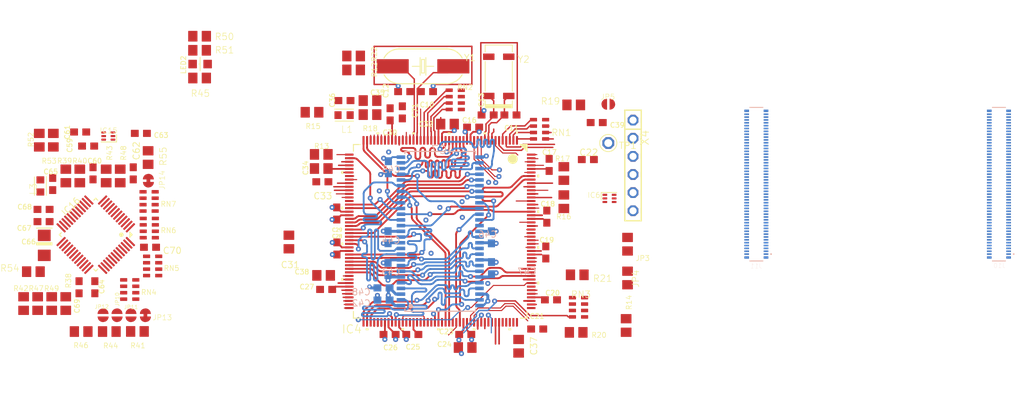
<source format=kicad_pcb>
(kicad_pcb (version 20221018) (generator pcbnew)
  (layers (0 "F.Cu" signal) (1 "In1.Cu" power) (2 "In2.Cu" mixed) (31 "B.Cu" signal) (34 "B.Paste" user) (35 "F.Paste" user) (36 "B.SilkS" user "B.Silkscreen") (37 "F.SilkS" user "F.Silkscreen") (38 "B.Mask" user) (39 "F.Mask" user) (44 "Edge.Cuts" user))
  (net 0 "")
  (net 1 "/STM32F7 MCU/VBAT")
  (net 2 "/STM32F7 MCU/RCC_OSC_IN")
  (net 3 "/STM32F7 MCU/RCC_OSC32_IN")
  (net 4 "/STM32F7 MCU/RCC_OSC_OUT")
  (net 5 "/STM32F7 MCU/RCC_OSC32_OUT")
  (net 6 "GND")
  (net 7 "+3V3")
  (net 8 "~{RESET}")
  (net 9 "/STM32F7 MCU/VDDA")
  (net 10 "/STM32F7 MCU/VCAP2")
  (net 11 "ENC_SW")
  (net 12 "/STM32F7 MCU/VCAP1")
  (net 13 "+5V")
  (net 14 "FMC_SDNRAS")
  (net 15 "FMC_SDNWE")
  (net 16 "ETH_MDIO")
  (net 17 "DAC_OUT1")
  (net 18 "LTDC_R4")
  (net 19 "LTDC_G2")
  (net 20 "ETH_RX_DV")
  (net 21 "USB_OTG_FS_VBUS")
  (net 22 "USB_OTG_FS_ID")
  (net 23 "USB_OTG_FS_D_N")
  (net 24 "USB_OTG_FS_D_P")
  (net 25 "SYS_JTMS-SWDIO")
  (net 26 "SYS_JTCK-SWCLK")
  (net 27 "LTDC_R3")
  (net 28 "LTDC_R6")
  (net 29 "SYS_JTDO-SWO")
  (net 30 "USER_SW")
  (net 31 "I2C1_SCL")
  (net 32 "I2C1_SDA")
  (net 33 "ETH_TX_EN")
  (net 34 "ETH_TXD0")
  (net 35 "ETH_TXD1")
  (net 36 "SPI2_MISO")
  (net 37 "TFT_BRIGHTNESS")
  (net 38 "LTDC_R5")
  (net 39 "ETH_MDC")
  (net 40 "ETH_TXD2")
  (net 41 "ETH_TX_CLK")
  (net 42 "ETH_RXD0")
  (net 43 "ETH_RXD1")
  (net 44 "ENC_A")
  (net 45 "ENC_B")
  (net 46 "SDMMC1_D0")
  (net 47 "MCLK_25")
  (net 48 "SDMMC1_CK")
  (net 49 "DIN2")
  (net 50 "DOUT2")
  (net 51 "SDMMC1_CMD")
  (net 52 "SPI2_CSB")
  (net 53 "SPI2_CSA")
  (net 54 "OE_SYNC")
  (net 55 "FMC_NBL0")
  (net 56 "FMC_NBL1")
  (net 57 "FMC_A0")
  (net 58 "SD_DETECT")
  (net 59 "SPI5_CLK")
  (net 60 "SPI5_MISO")
  (net 61 "SPI5_MOSI")
  (net 62 "LTDC_DE")
  (net 63 "PWR_DIRECT")
  (net 64 "FMC_BA0")
  (net 65 "FMC_BA1")
  (net 66 "LTDC_CLK")
  (net 67 "FMC_SDCLK")
  (net 68 "FMC_SDNCAS")
  (net 69 "Net-(C60-Pad1)")
  (net 70 "FMC_SDCKE0")
  (net 71 "FMC_SDNE0")
  (net 72 "LTDC_G4")
  (net 73 "SPI2_CLK")
  (net 74 "SPI2_MOSI")
  (net 75 "Net-(C62-Pad1)")
  (net 76 "LTDC_VSYNC")
  (net 77 "LTDC_HSYNC")
  (net 78 "LTDC_G6")
  (net 79 "BOOT0")
  (net 80 "Net-(IC16-PFBIN1)")
  (net 81 "FMC_A1")
  (net 82 "FMC_A2")
  (net 83 "FMC_A3")
  (net 84 "FMC_A4")
  (net 85 "FMC_A5")
  (net 86 "FMC_A6")
  (net 87 "FMC_A7")
  (net 88 "FMC_A8")
  (net 89 "FMC_A9")
  (net 90 "FMC_A10")
  (net 91 "FMC_A11")
  (net 92 "FMC_D4")
  (net 93 "FMC_D5")
  (net 94 "FMC_D6")
  (net 95 "FMC_D7")
  (net 96 "FMC_D8")
  (net 97 "FMC_D9")
  (net 98 "FMC_D10")
  (net 99 "FMC_D11")
  (net 100 "FMC_D12")
  (net 101 "FMC_D13")
  (net 102 "FMC_D14")
  (net 103 "FMC_D15")
  (net 104 "FMC_D0")
  (net 105 "FMC_D1")
  (net 106 "LTDC_R7")
  (net 107 "LTDC_G5")
  (net 108 "FMC_D2")
  (net 109 "FMC_D3")
  (net 110 "LTDC_G7")
  (net 111 "LTDC_G3")
  (net 112 "LTDC_B3")
  (net 113 "LTDC_B4")
  (net 114 "LTDC_B5")
  (net 115 "LTDC_B6")
  (net 116 "LTDC_B7")
  (net 117 "ETH_TXD3")
  (net 118 "ETH_RXD2")
  (net 119 "ETH_RXD3")
  (net 120 "ETH_COL")
  (net 121 "ETH_CRS")
  (net 122 "~{USB_OTG_FS_OC}")
  (net 123 "USB_OTG_FS_PSO")
  (net 124 "IRQ_TOUCH")
  (net 125 "SPI4_CLK")
  (net 126 "UART_TX{slash}DOUT1")
  (net 127 "ETH_RX_CLK")
  (net 128 "Net-(IC4B-PE2)")
  (net 129 "Net-(IC4B-PE3)")
  (net 130 "+3V3(A)")
  (net 131 "Net-(IC4B-PE4)")
  (net 132 "SPI4_MISO")
  (net 133 "Net-(IC4B-PE6)")
  (net 134 "Net-(IC4B-PF6)")
  (net 135 "Net-(IC4B-PF7)")
  (net 136 "Net-(IC4B-PF8)")
  (net 137 "Net-(IC4B-PF9)")
  (net 138 "/STM32F7 MCU/VREF+")
  (net 139 "/STM32F7 MCU/BYPASS_REG")
  (net 140 "Net-(IC4A-PD11)")
  (net 141 "Net-(IC4D-VCAPDSI)")
  (net 148 "Net-(IC4C-PI1)")
  (net 149 "SPI4_CSA")
  (net 150 "SPI4_CSB")
  (net 151 "SPI5_CSB")
  (net 152 "SPI5_CSA")
  (net 153 "Net-(IC4C-PI3)")
  (net 154 "PWR_SSTART")
  (net 155 "~{FAULT}")
  (net 156 "SPI2_IRQ")
  (net 157 "SPI5_IRQ")
  (net 158 "SPI4_IRQ")
  (net 159 "+VAUX")
  (net 160 "UART_RX{slash}DIN1")
  (net 161 "Net-(IC4A-PB4)")
  (net 162 "PDR_ON")
  (net 163 "/STM32F7 MCU/TCK")
  (net 164 "/STM32F7 MCU/TMS")
  (net 165 "Net-(IC6-IO3)")
  (net 167 "Net-(IC15-IO1)")
  (net 168 "Net-(IC15-IO2)")
  (net 169 "Net-(IC15-IO3)")
  (net 170 "Net-(IC15-IO4)")
  (net 171 "Net-(IC16-TX_CLK)")
  (net 172 "Net-(IC16-TX_EN)")
  (net 173 "Net-(IC16-TXD_0)")
  (net 174 "Net-(IC16-TXD_1)")
  (net 175 "Net-(IC16-TXD_2)")
  (net 176 "Net-(IC16-TXD_3{slash}SNI_MODE)")
  (net 177 "Net-(IC16-PWR_DOWN{slash}INT)")
  (net 180 "ETH_RX_ERR")
  (net 183 "/Ethernet PHY/LED_ACT")
  (net 184 "/Ethernet PHY/LED_SPEED")
  (net 185 "/Ethernet PHY/LED_LINK")
  (net 187 "Net-(IC16-RESERVED-20)")
  (net 188 "Net-(IC16-RESERVED-21)")
  (net 189 "FMC_A12")
  (net 190 "Net-(IC16-RBIAS)")
  (net 193 "Net-(IC16-X1)")
  (net 194 "Net-(IC16-RX_CLK)")
  (net 195 "Net-(IC16-MII_MODE(RX_DV))")
  (net 196 "Net-(IC16-CRS{slash}CRS_DV{slash}LED_CFG)")
  (net 197 "Net-(IC16-MDIX_EN(RX_ER))")
  (net 198 "Net-(IC16-PHYAD0(COL))")
  (net 199 "Net-(IC16-PHYAD1(RXD1_0))")
  (net 200 "Net-(JP5-Pad2)")
  (net 201 "+VAUX_OUT")
  (net 202 "RTC_REF")
  (net 203 "Net-(IC16-PHYAD2(RXD1_1))")
  (net 204 "Net-(IC16-PHYAD3(RXD1_2))")
  (net 205 "Net-(JP10-Pad2)")
  (net 206 "Net-(JP11-Pad1)")
  (net 207 "WDG")
  (net 208 "Net-(JP11-Pad2)")
  (net 209 "Net-(JP12-Pad1)")
  (net 210 "Net-(JP14-Pad1)")
  (net 211 "Net-(IC16-PHYAD4(RXD1_3))")
  (net 212 "Net-(LED2-PadA)")
  (net 213 "SPI4_MOSI")
  (net 214 "Net-(X5-YELLOW-C)")
  (net 215 "Net-(X5-GREEN-C)")
  (net 216 "CM4_3.3V")
  (net 219 "ACT_LED")
  (net 220 "ADC2_IN6")
  (net 221 "ADC1_IN5")
  (net 222 "CAM_GPIO")
  (net 223 "EN_GPIO")
  (net 224 "RESET")
  (footprint "EEZ_DIB_MCU_r3B4:R0805" (layer "F.Cu") (at 67.6383 119.212 90)
    (fp_text reference "R42")
    (fp_text value "2K2")
  )
  (footprint "EEZ_DIB_MCU_r3B4:R0805" (layer "F.Cu") (at 143.3497 104.9371 90)
    (fp_text reference "R16")
    (fp_text value "1K5")
  )
  (footprint "EEZ_DIB_MCU_r3B4:R0805" (layer "F.Cu") (at 69.0099 114.7416)
    (fp_text reference "R54")
    (fp_text value "4K87")
  )
  (footprint "EEZ_DIB_MCU_r3B4:R0805" (layer "F.Cu") (at 81.1765 101.3304 90)
    (fp_text reference "R48")
    (fp_text value "49R9")
  )
  (footprint "EEZ_DIB_MCU_r3B4:R0805" (layer "F.Cu") (at 113.8857 84.5155)
    (fp_text reference "R22")
    (fp_text value "N.C.")
  )
  (footprint "EEZ_DIB_MCU_r3B4:C0805" (layer "F.Cu") (at 137.0124 125.1936 -90)
    (fp_text reference "C37")
    (fp_text value "2u2")
  )
  (footprint "EEZ_DIB_MCU_r3B4:LQFP-176_24X24MM" (layer "F.Cu") (at 126.0269 109.09 -90)
    (fp_text reference "IC4")
    (fp_text value "STM32F769IIT6")
  )
  (footprint "EEZ_DIB_MCU_r3B4:C0603" (layer "F.Cu") (at 70.4323 106.0167 180)
    (fp_text reference "C68")
    (fp_text value "100n")
  )
  (footprint "EEZ_DIB_MCU_r3B4:R0805" (layer "F.Cu") (at 71.5753 119.212 90)
    (fp_text reference "R49")
    (fp_text value "2K2")
  )
  (footprint "EEZ_DIB_MCU_r3B4:C0603" (layer "F.Cu") (at 71.715 102.4607 90)
    (fp_text reference "C65")
    (fp_text value "100n")
  )
  (footprint "EEZ_DIB_MCU_r3B4:C0603" (layer "F.Cu") (at 118.9276 123.5426 180)
    (fp_text reference "C26")
    (fp_text value "100n")
  )
  (footprint "EEZ_DIB_MCU_r3B4:LED_0805" (layer "F.Cu") (at 92.3779 85.6459 90)
    (fp_text reference "LED2")
    (fp_text value "N.C.")
  )
  (footprint "EEZ_DIB_MCU_r3B4:JP2-NOCUT" (layer "F.Cu") (at 85.1262 101.9908 -90)
    (fp_text reference "JP14")
    (fp_text value "JP2-NOCUT" hide)
  )
  (footprint "EEZ_DIB_MCU_r3B4:C0603" (layer "F.Cu") (at 132.669 92.7832 180)
    (fp_text reference "C13")
    (fp_text value "4p7")
  )
  (footprint "EEZ_DIB_MCU_r3B4:CAY16" (layer "F.Cu") (at 82.51 117.2435 90)
    (fp_text reference "RN4")
    (fp_text value "DR1206-33R-4/8")
  )
  (footprint "EEZ_DIB_MCU_r3B4:C0603" (layer "F.Cu") (at 76.6807 97.1394 180)
    (fp_text reference "C59")
    (fp_text value "N.C.")
  )
  (footprint "EEZ_DIB_MCU_r3B4:DRL6" (layer "F.Cu") (at 79.5128 95.7424 180)
    (fp_text reference "IC15")
    (fp_text value "N.C.")
  )
  (footprint "EEZ_DIB_MCU_r3B4:PT48" (layer "F.Cu") (at 77.7475 109.56 -135)
    (fp_text reference "IC16")
    (fp_text value "DP83848CVV/NOPB")
  )
  (footprint "EEZ_DIB_MCU_r3B4:R0805" (layer "F.Cu") (at 152.0783 122.2861 90)
    (fp_text reference "R14")
    (fp_text value "N.C.")
  )
  (footprint "EEZ_DIB_MCU_r3B4:C0805" (layer "F.Cu") (at 109.3518 100.2889 180)
    (fp_text reference "C34")
    (fp_text value "1u")
  )
  (footprint "EEZ_DIB_MCU_r3B4:R_0805" (layer "F.Cu") (at 152.2783 110.8961 90)
    (fp_text reference "JP3")
    (fp_text value "~" hide)
  )
  (footprint "EEZ_DIB_MCU_r3B4:C0603" (layer "F.Cu") (at 77.3665 100.9621 -90)
    (fp_text reference "C60")
    (fp_text value "100n")
  )
  (footprint "EEZ_DIB_MCU_r3B4:CAY16" (layer "F.Cu") (at 145.4071 119.7326 90)
    (fp_text reference "RN3")
    (fp_text value "DR1206-33R-4/8" hide)
  )
  (footprint "EEZ_DIB_MCU_r3B4:R0805" (layer "F.Cu") (at 143.3497 100.9874 -90)
    (fp_text reference "R17")
    (fp_text value "1K5")
  )
  (footprint "EEZ_DIB_MCU_r3B4:C0603" (layer "F.Cu") (at 75.5631 95.1709)
    (fp_text reference "C61")
    (fp_text value "100n")
  )
  (footprint "EEZ_DIB_MCU_r3B4:C0603" (layer "F.Cu") (at 84.0721 95.3614 180)
    (fp_text reference "C63")
    (fp_text value "100n")
  )
  (footprint "EEZ_DIB_MCU_r3B4:R0805" (layer "F.Cu") (at 145.2293 115.186)
    (fp_text reference "R21")
    (fp_text value "N.C.")
  )
  (footprint "EEZ_DIB_MCU_r3B4:C0603" (layer "F.Cu") (at 129.5321 123.5426 180)
    (fp_text reference "C23")
    (fp_text value "100n")
  )
  (footprint "EEZ_DIB_MCU_r3B4:CAY16" (layer "F.Cu") (at 85.7231 113.9415 90)
    (fp_text reference "RN5")
    (fp_text value "DR1206-33R-4/8")
  )
  (footprint "EEZ_DIB_MCU_r3B4:R0805" (layer "F.Cu") (at 85.0881 98.7523 -90)
    (fp_text reference "R55")
    (fp_text value "2K2")
  )
  (footprint "EEZ_DIB_MCU_r3B4:C0603" (layer "F.Cu") (at 124.1727 89.5066 180)
    (fp_text reference "C10")
    (fp_text value "18p")
  )
  (footprint "EEZ_DIB_MCU_r3B4:C0603" (layer "F.Cu") (at 120.9723 89.5066)
    (fp_text reference "C12")
    (fp_text value "18p")
  )
  (footprint "EEZ_DIB_MCU_r3B4:R0805" (layer "F.Cu") (at 116.1844 92.7324 180)
    (fp_text reference "R18")
    (fp_text value "47R")
  )
  (footprint "EEZ_DIB_MCU_r3B4:C0603" (layer "F.Cu") (at 141.5463 118.6912)
    (fp_text reference "C20")
    (fp_text value "100n")
  )
  (footprint "EEZ_DIB_MCU_r3B4:R0805" (layer "F.Cu") (at 73.5565 101.3304 -90)
    (fp_text reference "R39")
    (fp_text value "49R9")
  )
  (footprint "EEZ_DIB_MCU_r3B4:JP2-CUT" (layer "F.Cu") (at 82.6878 120.8503 -90)
    (fp_text reference "JP11")
    (fp_text value "JP2-CUT" hide)
  )
  (footprint "EEZ_DIB_MCU_r3B4:R0805" (layer "F.Cu") (at 79.208 101.3304 -90)
    (fp_text reference "R43")
    (fp_text value "49R9")
  )
  (footprint "EEZ_DIB_MCU_r3B4:CAY16" (layer "F.Cu") (at 85.2278 104.8991 90)
    (fp_text reference "RN7")
    (fp_text value "DR1206-33R-4/8")
  )
  (footprint "EEZ_DIB_MCU_r3B4:C0603" (layer "F.Cu") (at 141.2923 99.7809 90)
    (fp_text reference "C17")
    (fp_text value "100n")
  )
  (footprint "EEZ_DIB_MCU_r3B4:C0603" (layer "F.Cu") (at 120.7183 92.4149 -90)
    (fp_text reference "C71")
    (fp_text value "100n")
  )
  (footprint "EEZ_DIB_MCU_r3B4:R_0805" (layer "F.Cu") (at 152.2783 115.6261 -90)
    (fp_text reference "JP4")
    (fp_text value "~")
  )
  (footprint "EEZ_DIB_MCU_r3B4:R0805" (layer "F.Cu") (at 73.5438 119.212 -90)
    (fp_text reference "R38")
    (fp_text value "1K5")
  )
  (footprint "EEZ_DIB_MCU_r3B4:DRL6" (layer "F.Cu") (at 149.7483 104.4761)
    (fp_text reference "IC6")
    (fp_text value "N.C.")
  )
  (footprint "EEZ_DIB_MCU_r3B4:C0603" (layer "F.Cu") (at 112.603 90.7639 180)
    (fp_text reference "C36")
    (fp_text value "100n")
  )
  (footprint "EEZ_DIB_MCU_r3B4:R0805" (layer "F.Cu") (at 145.0769 123.2505)
    (fp_text reference "R20")
    (fp_text value "N.C.")
  )
  (footprint "EEZ_DIB_MCU_r3B4:BEAD0603" (layer "F.Cu") (at 69.9878 102.7274 -90)
    (fp_text reference "L3")
    (fp_text value "BLM18AG102SH1D")
  )
  (footprint "EEZ_DIB_MCU_r3B4:R0805" (layer "F.Cu") (at 92.3017 87.6017)
    (fp_text reference "R45")
    (fp_text value "N.C.")
  )
  (footprint "EEZ_DIB_MCU_r3B4:R0805" (layer "F.Cu") (at 75.7028 123.1363)
    (fp_text reference "R46")
    (fp_text value "N.C.")
  )
  (footprint "EEZ_DIB_MCU_r3B4:JP2-CUT" (layer "F.Cu") (at 149.5833 91.2761)
    (fp_text reference "JP5")
    (fp_text value "JP2-CUT" hide)
  )
  (footprint "EEZ_DIB_MCU_r3B4:CAY16" (layer "F.Cu") (at 139.9461 94.7898 90)
    (fp_text reference "RN1")
    (fp_text value "DR1206-33R-4/8")
  )
  (footprint "EEZ_DIB_MCU_r3B4:R0805" (layer "F.Cu") (at 69.6068 119.212 90)
    (fp_text reference "R47")
    (fp_text value "2K2")
  )
  (footprint "EEZ_DIB_MCU_r3B4:C0603" (layer "F.Cu") (at 119.0038 92.6943 90)
    (fp_text reference "C30")
    (fp_text value "100n")
  )
  (footprint "EEZ_DIB_MCU_r3B4:C0603" (layer "F.Cu") (at 83.0053 100.9621 -90)
    (fp_text reference "C62")
    (fp_text value "100n")
  )
  (footprint "EEZ_DIB_MCU_r3B4:R0805" (layer "F.Cu") (at 92.3017 83.7155 180)
    (fp_text reference "R51")
    (fp_text value "220R")
  )
  (footprint "EEZ_DIB_MCU_r3B4:JP2-NOCUT" (layer "F.Cu") (at 84.7071 120.8503 -90)
    (fp_text reference "JP13")
    (fp_text value "JP2-NOCUT" hide)
  )
  (footprint "EEZ_DIB_MCU_r3B4:C0603" (layer "F.Cu") (at 139.6159 122.7806)
    (fp_text reference "C21")
    (fp_text value "100n")
  )
  (footprint "EEZ_DIB_MCU_r3B4:C0805" (layer "F.Cu") (at 129.5194 125.3714 180)
    (fp_text reference "C24")
    (fp_text value "1u")
  )
  (footprint "EEZ_DIB_MCU_r3B4:C0603" (layer "F.Cu") (at 111.5489 111.4903 90)
    (fp_text reference "C28")
    (fp_text value "100n")
  )
  (footprint "EEZ_DIB_MCU_r3B4:C0603" (layer "F.Cu") (at 70.4323 107.7312 180)
    (fp_text reference "C67")
    (fp_text value "100n")
  )
  (footprint "EEZ_DIB_MCU_r3B4:C0805" (layer "F.Cu") (at 127.0429 94.0659)
    (fp_text reference "C32")
    (fp_text value "2u2")
  )
  (footprint "EEZ_DIB_MCU_r3B4:JP2-CUT" (layer "F.Cu") (at 80.732 120.8503 -90)
    (fp_text reference "JP10")
    (fp_text value "JP2-CUT" hide)
  )
  (footprint "EEZ_DIB_MCU_r3B4:C0603" (layer "F.Cu") (at 75.4107 116.926 -90)
    (fp_text reference "C69")
    (fp_text value "100n")
  )
  (footprint "EEZ_DIB_MCU_r3B4:C0603" (layer "F.Cu") (at 122.1153 123.5426)
    (fp_text reference "C25")
    (fp_text value "100n")
  )
  (footprint "EEZ_DIB_MCU_r3B4:C0603" (layer "F.Cu") (at 109.5042 102.1431 180)
    (fp_text reference "C33")
    (fp_text value "100n")
  )
  (footprint "EEZ_DIB_MCU_r3B4:C0603" (layer "F.Cu") (at 130.637 94.4977)
    (fp_text reference "C16")
    (fp_text value "100n")
  )
  (footprint "EEZ_DIB_MCU_r3B4:C0603" (layer "F.Cu") (at 135.8694 92.7832)
    (fp_text reference "C11")
    (fp_text value "4p7")
  )
  (footprint "EEZ_DIB_MCU_r3B4:CAY16" (layer "F.Cu") (at 85.2532 108.6329 90)
    (fp_text reference "RN6")
    (fp_text value "DR1206-33R-4/8")
  )
  (footprint "EEZ_DIB_MCU_r3B4:C0805" (layer "F.Cu") (at 116.1844 90.7639)
    (fp_text reference "C35")
    (fp_text value "1u")
  )
  (footprint "EEZ_DIB_MCU_r3B4:R0805" (layer "F.Cu") (at 75.5123 101.3304 90)
    (fp_text reference "R40")
    (fp_text value "49R9")
  )
  (footprint "EEZ_DIB_MCU_r3B4:C0603" (layer "F.Cu") (at 85.3548 111.3253)
    (fp_text reference "C70")
    (fp_text value "100n")
  )
  (footprint "EEZ_DIB_MCU_r3B4:C0603" (layer "F.Cu") (at 140.9621 107.0326 -90)
    (fp_text reference "C18")
    (fp_text value "100n")
  )
  (footprint "EEZ_DIB_MCU_r3B4:R0805" (layer "F.Cu") (at 108.0564 92.4022)
    (fp_text reference "R15")
    (fp_text value "4K7")
  )
  (footprint "EEZ_DIB_MCU_r3B4:JP2-CUT" (layer "F.Cu") (at 78.7762 120.8503 90)
    (fp_text reference "JP12")
    (fp_text value "JP2-CUT" hide)
  )
  (footprint "EEZ_DIB_MCU_r3B4:R0805" (layer "F.Cu") (at 71.8039 96.3139 -90)
    (fp_text reference "R53")
    (fp_text value "2K2")
  )
  (footprint "EEZ_DIB_MCU_r3B4:C0603" (layer "F.Cu") (at 146.7152 99.0316)
    (fp_text reference "C22")
    (fp_text value "100n")
  )
  (footprint "EEZ_DIB_MCU_r3B4:CAY16" (layer "F.Cu") (at 128.1351 90.6623 90)
    (fp_text reference "RN2")
    (fp_text value "DR1206-33R-4/8")
  )
  (footprint "EEZ_DIB_MCU_r3B4:HC-49_4H" (layer "F.Cu") (at 123.6139 85.9633)
    (fp_text reference "Y1")
    (fp_text value "25MHz")
  )
  (footprint "EEZ_DIB_MCU_r3B4:C0603" (layer "F.Cu") (at 110.0376 117.2307 180)
    (fp_text reference "C27")
    (fp_text value "100n")
  )
  (footprint "EEZ_DIB_MCU_r3B4:R0805" (layer "F.Cu") (at 83.5895 123.1236 180)
    (fp_text reference "R41")
    (fp_text value "N.C.")
  )
  (footprint "EEZ_DIB_MCU_r3B4:C0603" (layer "F.Cu") (at 111.5235 106.5881 90)
    (fp_text reference "C29")
    (fp_text value "100n")
  )
  (footprint "EEZ_DIB_MCU_r3B4:R0805" (layer "F.Cu") (at 79.6525 123.1363)
    (fp_text reference "R44")
    (fp_text value "N.C.")
  )
  (footprint "EEZ_DIB_MCU_r3B4:R0805" (layer "F.Cu") (at 144.734 91.3735 180)
    (fp_text reference "R19")
    (fp_text value "N.C.")
  )
  (footprint "EEZ_DIB_MCU_r3B4:C0805" (layer "F.Cu") (at 109.682 115.2622 180)
    (fp_text reference "C38")
    (fp_text value "2u2")
  )
  (footprint "EEZ_DIB_MCU_r3B4:85SMX" (layer "F.Cu") (at 134.2311 87.373 90)
    (fp_text reference "Y2")
    (fp_text value "XTAL016178-85SMX")
  )
  (footprint "EEZ_DIB_MCU_r3B4:C0603" (layer "F.Cu") (at 140.8224 112.0491 -90)
    (fp_text reference "C19")
    (fp_text value "100n")
  )
  (footprint "EEZ_DIB_MCU_r3B4:C0805" (layer "F.Cu") (at 104.8183 110.5861 90)
    (fp_text reference "C31")
    (fp_text value "2u2")
  )
  (footprint "EEZ_DIB_MCU_r3B4:BEAD0603" (layer "F.Cu") (at 112.5522 92.8086)
    (fp_text reference "L1")
    (fp_text value "BLM18AG102SH1D")
  )
  (footprint "EEZ_DIB_MCU_r3B4:PCB_SHIELD_TAB" (layer "F.Cu") (at 149.5783 96.7161)
    (fp_text reference "TP1")
    (fp_text value "~" hide)
  )
  (footprint "EEZ_DIB_MCU_r3B4:C0603" (layer "F.Cu") (at 147.9583 93.8461)
    (fp_text reference "C39")
    (fp_text value "N.C.")
  )
  (footprint "EEZ_DIB_MCU_r3B4:EC1206" (layer "F.Cu") (at 70.5339 111.0586 -90)
    (fp_text reference "C66")
    (fp_text value "10u")
  )
  (footprint "EEZ_DIB_MCU_r3B4:SSW-106-02-S-S" (layer "F.Cu") (at 153.0483 99.8561 -90)
    (fp_text reference "X4")
    (fp_text value "N.C.")
  )
  (footprint "EEZ_DIB_MCU_r3B4:R0805" (layer "F.Cu") (at 92.3017 81.747 180)
    (fp_text reference "R50")
    (fp_text value "220R")
  )
  (footprint "EEZ_DIB_MCU_r3B4:R0805" (layer "F.Cu") (at 109.3518 98.3077)
    (fp_text reference "R13")
    (fp_text value "10K")
  )
  (footprint "EEZ_DIB_MCU_r3B4:R0805" (layer "F.Cu") (at 113.8857 86.4713)
    (fp_text reference "R12")
    (fp_text value "4K7")
  )
  (footprint "EEZ_DIB_MCU_r3B4:R0805" (layer "F.Cu") (at 69.8354 96.3139 -90)
    (fp_text reference "R52")
    (fp_text value "2K2")
  )
  (footprint "EEZ_DIB_MCU_r3B4:C0603" (layer "F.Cu") (at 77.6205 116.926 -90)
    (fp_text reference "C64")
    (fp_text value "100n")
  )
  (footprint "EEZ_DIB_MCU_r3B4:C0603" (layer "B.Cu") (at 133.2024 109.9282 90)
    (fp_text reference "C46")
    (fp_text value "100n")
  )
  (footprint "EEZ_DIB_MCU_r3B4:C0603" (layer "B.Cu") (at 118.7625 100.1111 -90)
    (fp_text reference "C45")
    (fp_text value "100n")
  )
  (footprint "EEZ_DIB_MCU_r3B4:C0603" (layer "B.Cu") (at 118.0767 118.7293 180)
    (fp_text reference "C42")
    (fp_text value "100n")
  )
  (footprint "connectors:HRS_DF40C-100DP-0.4V(51)" (layer "B.Cu") (at 170.3275 102.48 90)
    (fp_text reference "J11")
    (fp_text value "DF40C-100DP-0.4V(51)")
  )
  (footprint "EEZ_DIB_MCU_r3B4:C0603" (layer "B.Cu") (at 118.7117 109.9155 -90)
    (fp_text reference "C44")
    (fp_text value "100n")
  )
  (footprint "EEZ_DIB_MCU_r3B4:TSOPII-54" (layer "B.Cu") (at 126.0269 109.09)
    (fp_text reference "IC7")
    (fp_text value "IS42S16400J")
  )
  (footprint "EEZ_DIB_MCU_r3B4:C0603" (layer "B.Cu") (at 118.0767 117.0148 180)
    (fp_text reference "C48")
    (fp_text value "100n")
  )
  (footprint "connectors:HRS_DF40C-100DP-0.4V(51)" (layer "B.Cu") (at 204.3275 102.48 90)
    (fp_text reference "J10")
    (fp_text value "DF40C-100DP-0.4V(51)")
  )
  (footprint "EEZ_DIB_MCU_r3B4:C0603" (layer "B.Cu") (at 118.7117 114.3605 -90)
    (fp_text reference "C43")
    (fp_text value "100n")
  )
  (footprint "EEZ_DIB_MCU_r3B4:C0603" (layer "B.Cu") (at 133.2151 114.2462 90)
    (fp_text reference "C47")
    (fp_text value "100n")
  )
  (segment (start 137.8293 97.3257) (end 141.8089 97.3257) (width 0.2032) (layer "F.Cu") (net 1))
  (segment (start 137.4188 97.7362) (end 137.8293 97.3257) (width 0.2032) (layer "F.Cu") (net 1))
  (segment (start 134.2769 97.0581) (end 134.955 97.7362) (width 0.2032) (layer "F.Cu") (net 1))
  (segment (start 134.955 97.7362) (end 137.4188 97.7362) (width 0.2032) (layer "F.Cu") (net 1))
  (segment (start 134.2769 96.34) (end 134.2769 97.0581) (width 0.2032) (layer "F.Cu") (net 1))
  (segment (start 127.8639 85.9633) (end 127.0638 86.8523) (width 0.2032) (layer "F.Cu") (net 2))
  (segment (start 127.0638 86.8523) (end 125.0626 86.8523) (width 0.2032) (layer "F.Cu") (net 2))
  (segment (start 122.7769 95.3093) (end 122.8138 95.2724) (width 0.2032) (layer "F.Cu") (net 2))
  (segment (start 122.8138 89.1011) (end 125.0626 86.8523) (width 0.2032) (layer "F.Cu") (net 2))
  (segment (start 122.8138 89.5193) (end 122.8138 89.1011) (width 0.2032) (layer "F.Cu") (net 2))
  (segment (start 122.8138 95.2724) (end 122.8138 89.5193) (width 0.2032) (layer "F.Cu") (net 2))
  (segment (start 127.8639 85.9633) (end 128.0408 85.7864) (width 0.1524) (layer "F.Cu") (net 2))
  (segment (start 122.7769 96.34) (end 122.7769 95.3093) (width 0.2032) (layer "F.Cu") (net 2))
  (segment (start 122.8265 89.5066) (end 122.8138 89.5193) (width 0.1524) (layer "F.Cu") (net 2))
  (segment (start 132.8468 94.2183) (end 133.2024 93.8627) (width 0.2032) (layer "F.Cu") (net 3))
  (segment (start 132.776903 96.34) (end 132.776903 95.304197) (width 0.2032) (layer "F.Cu") (net 3))
  (segment (start 135.0194 90.7347) (end 135.0194 92.7832) (width 0.2032) (layer "F.Cu") (net 3))
  (segment (start 135.6311 90.123) (end 135.0194 90.7347) (width 0.2032) (layer "F.Cu") (net 3))
  (segment (start 132.776903 95.304197) (end 132.8468 95.2343) (width 0.2032) (layer "F.Cu") (net 3))
  (segment (start 133.9399 93.8627) (end 133.2024 93.8627) (width 0.2032) (layer "F.Cu") (net 3))
  (segment (start 135.0194 92.7832) (end 133.9399 93.8627) (width 0.2032) (layer "F.Cu") (net 3))
  (segment (start 132.8468 95.2343) (end 132.8468 94.2183) (width 0.2032) (layer "F.Cu") (net 3))
  (segment (start 122.382 95.1327) (end 122.3947 95.12) (width 0.2032) (layer "F.Cu") (net 4))
  (segment (start 122.2769 96.34) (end 122.2769 95.2251) (width 0.2032) (layer "F.Cu") (net 4))
  (segment (start 119.3639 85.9633) (end 120.604 85.976) (width 0.2032) (layer "F.Cu") (net 4))
  (segment (start 122.2769 95.2251) (end 122.3693 95.1327) (width 0.2032) (layer "F.Cu") (net 4))
  (segment (start 122.3947 89.659) (end 122.3947 87.7667) (width 0.2032) (layer "F.Cu") (net 4))
  (segment (start 122.3947 95.12) (end 122.3947 89.659) (width 0.2032) (layer "F.Cu") (net 4))
  (segment (start 122.3693 95.1327) (end 122.382 95.1327) (width 0.2032) (layer "F.Cu") (net 4))
  (segment (start 119.3639 85.9633) (end 119.1362 85.7356) (width 0.1524) (layer "F.Cu") (net 4))
  (segment (start 122.3947 87.7667) (end 120.604 85.976) (width 0.2032) (layer "F.Cu") (net 4))
  (segment (start 132.4404 95.0438) (end 132.4404 94.0443) (width 0.2032) (layer "F.Cu") (net 5))
  (segment (start 132.4404 94.0443) (end 133.519 92.9657) (width 0.2032) (layer "F.Cu") (net 5))
  (segment (start 133.519 90.8109) (end 133.519 92.7832) (width 0.2032) (layer "F.Cu") (net 5))
  (segment (start 133.519 92.9657) (end 133.519 92.7832) (width 0.2032) (layer "F.Cu") (net 5))
  (segment (start 132.2769 95.2073) (end 132.4404 95.0438) (width 0.2032) (layer "F.Cu") (net 5))
  (segment (start 132.8311 90.123) (end 133.519 90.8109) (width 0.2032) (layer "F.Cu") (net 5))
  (segment (start 132.2769 96.34) (end 132.2769 95.2073) (width 0.2032) (layer "F.Cu") (net 5))
  (segment (start 128.6431 123.5816) (end 128.6821 123.5426) (width 0.2286) (layer "F.Cu") (net 6))
  (segment (start 122.6325 123.2098) (end 122.9653 123.5426) (width 0.254) (layer "F.Cu") (net 6))
  (segment (start 122.2769 121.84) (end 122.2769 122.8542) (width 0.254) (layer "F.Cu") (net 6))
  (segment (start 131.487 94.4977) (end 131.399 94.4977) (width 0.254) (layer "F.Cu") (net 6))
  (segment (start 118.2769 121.84) (end 118.2769 123.3433) (width 0.254) (layer "F.Cu") (net 6))
  (segment (start 113.2769 111.34) (end 112.2486 111.34) (width 0.254) (layer "F.Cu") (net 6))
  (segment (start 126.2769 96.34) (end 126.2769 95.3907) (width 0.254) (layer "F.Cu") (net 6))
  (segment (start 118.0767 123.5435) (end 118.0776 123.5426) (width 0.254) (layer "F.Cu") (net 6))
  (segment (start 138.7769 107.34) (end 140.4322 107.3527) (width 0.254) (layer "F.Cu") (net 6))
  (segment (start 130.4592 88.5033) (end 125.0363 88.5033) (width 0.2032) (layer "F.Cu") (net 6))
  (segment (start 131.487 94.4977) (end 131.4879 95.1454) (width 0.2286) (layer "F.Cu") (net 6))
  (segment (start 129.2769 121.84) (end 129.2769 122.9478) (width 0.254) (layer "F.Cu") (net 6))
  (segment (start 113.2769 106.34) (end 112.1254 106.34) (width 0.254) (layer "F.Cu") (net 6))
  (segment (start 131.7165 82.6613) (end 136.8219 82.6613) (width 0.2032) (layer "F.Cu") (net 6))
  (segment (start 125.2769 120.8495) (end 125.0871 120.6597) (width 0.254) (layer "F.Cu") (net 6))
  (segment (start 110.8767 105.7381) (end 110.8758 105.7372) (width 0.254) (layer "F.Cu") (net 6))
  (segment (start 128.5694 125.3714) (end 128.9987 125.6229) (width 0.2032) (layer "F.Cu") (net 6))
  (segment (start 128.9987 125.6229) (end 128.9987 126.2223) (width 0.2032) (layer "F.Cu") (net 6))
  (segment (start 131.7165 82.6613) (end 131.7165 92.6807) (width 0.2032) (layer "F.Cu") (net 6))
  (segment (start 125.0363 88.7192) (end 125.0363 88.5033) (width 0.2032) (layer "F.Cu") (net 6))
  (segment (start 116.7686 83.1693) (end 116.7686 88.5033) (width 0.2032) (layer "F.Cu") (net 6))
  (segment (start 118.2672 124.2411) (end 118.0767 123.5435) (width 0.254) (layer "F.Cu") (net 6))
  (segment (start 130.276903 95.511097) (end 130.6426 95.1454) (width 0.254) (layer "F.Cu") (net 6))
  (segment (start 126.4968 95.1708) (end 127.7922 95.1708) (width 0.254) (layer "F.Cu") (net 6))
  (segment (start 130.276903 96.34) (end 130.276903 95.511097) (width 0.254) (layer "F.Cu") (net 6))
  (segment (start 130.6426 95.1454) (end 131.4879 95.1454) (width 0.254) (layer "F.Cu") (net 6))
  (segment (start 116.7686 83.1693) (end 130.4592 83.1693) (width 0.2032) (layer "F.Cu") (net 6))
  (segment (start 116.7686 88.5033) (end 120.1341 88.5033) (width 0.2032) (layer "F.Cu") (net 6))
  (segment (start 118.776903 96.34) (end 118.776903 95.210604) (width 0.2032) (layer "F.Cu") (net 6))
  (segment (start 127.9954 94.0684) (end 127.9929 94.0659) (width 0.254) (layer "F.Cu") (net 6))
  (segment (start 120.1341 88.7192) (end 120.1341 88.5033) (width 0.2032) (layer "F.Cu") (net 6))
  (segment (start 138.7769 112.34) (end 140.2252 112.34) (width 0.2286) (layer "F.Cu") (net 6))
  (segment (start 136.8219 82.6613) (end 136.8219 92.2752) (width 0.2032) (layer "F.Cu") (net 6))
  (segment (start 138.7769 118.84) (end 137.7708 118.84) (width 0.254) (layer "F.Cu") (net 6))
  (segment (start 130.4592 83.1693) (end 130.4592 88.5033) (width 0.2032) (layer "F.Cu") (net 6))
  (segment (start 129.2769 122.9478) (end 128.6821 123.5426) (width 0.254) (layer "F.Cu") (net 6))
  (segment (start 132.161 92.4657) (end 131.8054 92.8213) (width 0.2032) (layer "F.Cu") (net 6))
  (segment (start 127.9954 94.9676) (end 127.9954 94.0684) (width 0.254) (layer "F.Cu") (net 6))
  (segment (start 125.2769 121.84) (end 125.2769 120.8495) (width 0.254) (layer "F.Cu") (net 6))
  (segment (start 112.1254 106.34) (end 111.5235 105.7381) (width 0.254) (layer "F.Cu") (net 6))
  (segment (start 132.161 92.1609) (end 132.161 92.4657) (width 0.2032) (layer "F.Cu") (net 6))
  (segment (start 128.6431 124.3173) (end 128.6431 123.5816) (width 0.2286) (layer "F.Cu") (net 6))
  (segment (start 126.2769 95.3907) (end 126.4968 95.1708) (width 0.254) (layer "F.Cu") (net 6))
  (segment (start 112.2486 111.34) (end 111.5489 110.6403) (width 0.254) (layer "F.Cu") (net 6))
  (segment (start 127.7922 95.1708) (end 127.9954 94.9676) (width 0.254) (layer "F.Cu") (net 6))
  (segment (start 118.2769 123.3433) (end 118.0776 123.5426) (width 0.254) (layer "F.Cu") (net 6))
  (segment (start 122.2769 122.8542) (end 122.9653 123.5426) (width 0.254) (layer "F.Cu") (net 6))
  (segment (start 131.7165 92.6807) (end 131.819 92.7832) (width 0.2032) (layer "F.Cu") (net 6))
  (segment (start 111.5235 105.7381) (end 110.8767 105.7381) (width 0.254) (layer "F.Cu") (net 6))
  (via (at 124.0203 107.5152) (size 0.7064) (drill 0.3) (layers "F.Cu" "B.Cu") (net 6))
  (via (at 116.1123 116.8357) (size 0.6) (drill 0.3) (layers "F.Cu" "B.Cu") (net 6))
  (via (at 118.7117 115.9353) (size 0.7064) (drill 0.3) (layers "F.Cu" "B.Cu") (net 6))
  (via (at 125.0871 120.6597) (size 0.7064) (drill 0.3) (layers "F.Cu" "B.Cu") (net 6))
  (via (at 132.6944 118.869) (size 0.7064) (drill 0.3) (layers "F.Cu" "B.Cu") (net 6))
  (via (at 120.1341 88.7192) (size 0.7064) (drill 0.3) (layers "F.Cu" "B.Cu") (net 6))
  (via (at 129.0876 104.9371) (size 0.7064) (drill 0.3) (layers "F.Cu" "B.Cu") (net 6))
  (via (at 132.6944 116.3925) (size 0.7064) (drill 0.3) (layers "F.Cu" "B.Cu") (net 6))
  (via (at 128.6431 124.3173) (size 0.7064) (drill 0.3) (layers "F.Cu" "B.Cu") (net 6))
  (via (at 124.7442 112.1634) (size 0.7064) (drill 0.3) (layers "F.Cu" "B.Cu") (net 6))
  (via (at 131.4879 95.1454) (size 0.7064) (drill 0.3) (layers "F.Cu" "B.Cu") (net 6))
  (via (at 132.4785 98.5363) (size 0.7064) (drill 0.3) (layers "F.Cu" "B.Cu") (net 6))
  (via (at 118.2672 124.2411) (size 0.7064) (drill 0.3) (layers "F.Cu" "B.Cu") (net 6))
  (via (at 125.9761 105.7372) (size 0.7064) (drill 0.3) (layers "F.Cu" "B.Cu") (net 6))
  (via (at 129.1257 107.1342) (size 0.7064) (drill 0.3) (layers "F.Cu" "B.Cu") (net 6))
  (via (at 127.9954 94.9676) (size 0.7064) (drill 0.3) (layers "F.Cu" "B.Cu") (net 6))
  (via (at 133.8628 113.4207) (size 0.7064) (drill 0.3) (layers "F.Cu" "B.Cu") (net 6))
  (via (at 118.064 110.7664) (size 0.7064) (drill 0.3) (layers "F.Cu" "B.Cu") (net 6))
  (via (at 125.0363 88.7192) (size 0.7064) (drill 0.3) (layers "F.Cu" "B.Cu") (net 6))
  (via (at 128.9987 126.2223) (size 0.7064) (drill 0.3) (layers "F.Cu" "B.Cu") (net 6))
  (via (at 117.683 101.1271) (size 0.7064) (drill 0.3) (layers "F.Cu" "B.Cu") (net 6))
  (via (at 110.8758 105.7372) (size 0.7064) (drill 0.3) (layers "F.Cu" "B.Cu") (net 6))
  (via (at 117.2258 118.0689) (size 0.7064) (drill 0.3) (layers "F.Cu" "B.Cu") (net 6))
  (via (at 132.8087 102.2193) (size 0.7064) (drill 0.3) (layers "F.Cu" "B.Cu") (net 6))
  (via (at 132.161 92.1609) (size 0.7064) (drill 0.3) (layers "F.Cu" "B.Cu") (net 6))
  (via (at 118.8006 97.9775) (size 0.7064) (drill 0.3) (layers "F.Cu" "B.Cu") (net 6))
  (via (at 117.4925 103.4258) (size 0.7064) (drill 0.3) (layers "F.Cu" "B.Cu") (net 6))
  (via (at 110.9012 110.6521) (size 0.7064) (drill 0.3) (layers "F.Cu" "B.Cu") (net 6))
  (via (at 133.8628 109.0773) (size 0.7064) (drill 0.3) (layers "F.Cu" "B.Cu") (net 6))
  (segment (start 132.0734 119.49) (end 132.6944 118.869) (width 0.3) (layer "B.Cu") (net 6))
  (segment (start 133.8628 113.4207) (end 133.2269 113.408) (width 0.4064) (layer "B.Cu") (net 6))
  (segment (start 118.9912 115.49) (end 118.7117 115.2105) (width 0.4064) (layer "B.Cu") (net 6))
  (segment (start 133.1906 109.09) (end 131.5291 109.09) (width 0.4064) (layer "B.Cu") (net 6))
  (segment (start 120.5247 115.49) (end 118.9912 115.49) (width 0.4064) (layer "B.Cu") (net 6))
  (segment (start 132.161271 98.6677) (end 132.161271 98.6677) (width 0.254) (layer "B.Cu") (net 6))
  (segment (start 131.5514 98.6677) (end 132.161271 98.6677) (width 0.254) (layer "B.Cu") (net 6))
  (segment (start 132.6944 118.0778) (end 132.6944 118.869) (width 0.4064) (layer "B.Cu") (net 6))
  (segment (start 131.5291 119.49) (end 132.0734 119.49) (width 0.3) (layer "B.Cu") (net 6))
  (segment (start 118.7872 110.69) (end 118.7117 110.7655) (width 0.4064) (layer "B.Cu") (net 6))
  (segment (start 116.5273 117.0148) (end 117.2267 117.0148) (width 0.4064) (layer "B.Cu") (net 6))
  (segment (start 118.0649 110.7655) (end 118.064 110.7664) (width 0.4064) (layer "B.Cu") (net 6))
  (segment (start 117.849 100.9611) (end 117.683 101.1271) (width 0.3) (layer "B.Cu") (net 6))
  (segment (start 133.2269 113.408) (end 133.2151 113.3962) (width 0.4064) (layer "B.Cu") (net 6))
  (segment (start 120.5247 110.69) (end 118.7872 110.69) (width 0.4064) (layer "B.Cu") (net 6))
  (segment (start 132.161271 98.6677) (end 132.277385 98.652413) (width 0.254) (layer "B.Cu") (net 6))
  (segment (start 132.5066 117.89) (end 132.6944 118.0778) (width 0.4064) (layer "B.Cu") (net 6))
  (segment (start 118.7117 110.7655) (end 118.0649 110.7655) (width 0.4064) (layer "B.Cu") (net 6))
  (segment (start 133.1906 109.09) (end 133.2024 109.0782) (width 0.4064) (layer "B.Cu") (net 6))
  (segment (start 132.385586 98.607595) (end 132.4785 98.5363) (width 0.254) (layer "B.Cu") (net 6))
  (segment (start 118.7108 115.2114) (end 118.7117 115.2105) (width 0.4064) (layer "B.Cu") (net 6))
  (segment (start 131.5556 117.9165) (end 131.5291 117.89) (width 0.4064) (layer "B.Cu") (net 6))
  (segment (start 133.2033 109.0773) (end 133.2024 109.0782) (width 0.4064) (layer "B.Cu") (net 6))
  (segment (start 133.8628 109.0773) (end 133.2033 109.0773) (width 0.4064) (layer "B.Cu") (net 6))
  (segment (start 117.2267 117.0148) (end 116.2914 117.0148) (width 0.4064) (layer "B.Cu") (net 6))
  (segment (start 118.7625 100.9611) (end 117.849 100.9611) (width 0.3) (layer "B.Cu") (net 6))
  (segment (start 118.7117 115.9353) (end 118.7108 115.2114) (width 0.4064) (layer "B.Cu") (net 6))
  (segment (start 132.9089 113.09) (end 133.2151 113.3962) (width 0.4064) (layer "B.Cu") (net 6))
  (segment (start 116.2914 117.0148) (end 116.1123 116.8357) (width 0.4064) (layer "B.Cu") (net 6))
  (segment (start 131.5514 98.6677) (end 131.5291 98.69) (width 0.1524) (layer "B.Cu") (net 6))
  (segment (start 131.5291 117.89) (end 132.5066 117.89) (width 0.4064) (layer "B.Cu") (net 6))
  (segment (start 131.5291 113.09) (end 132.9089 113.09) (width 0.4064) (layer "B.Cu") (net 6))
  (segment (start 132.277385 98.652413) (end 132.385586 98.607595) (width 0.254) (layer "B.Cu") (net 6))
  (segment (start 117.2267 118.7293) (end 117.2258 118.0689) (width 0.4064) (layer "B.Cu") (net 6))
  (segment (start 130.3821 123.5426) (end 130.3821 124.2275) (width 0.254) (layer "F.Cu") (net 7))
  (segment (start 125.7769 94.3819) (end 126.0929 94.0659) (width 0.254) (layer "F.Cu") (net 7))
  (segment (start 129.7769 96.34) (end 129.7769 94.5078) (width 0.254) (layer "F.Cu") (net 7))
  (segment (start 113.2769 106.84) (end 112.1216 106.84) (width 0.254) (layer "F.Cu") (net 7))
  (segment (start 118.7769 121.84) (end 118.7769 122.5419) (width 0.254) (layer "F.Cu") (net 7))
  (segment (start 130.3821 124.2275) (end 130.4211 124.2665) (width 0.254) (layer "F.Cu") (net 7))
  (segment (start 119.7776 123.5426) (end 119.7776 124.2402) (width 0.254) (layer "F.Cu") (net 7))
  (segment (start 130.4694 125.3714) (end 130.4821 124.3275) (width 0.254) (layer "F.Cu") (net 7))
  (segment (start 119.2769 96.34) (end 119.2769 94.046) (width 0.254) (layer "F.Cu") (net 7))
  (segment (start 129.5067 95.1454) (end 129.787 94.4977) (width 0.2032) (layer "F.Cu") (net 7))
  (segment (start 120.2769 121.84) (end 120.2769 122.5542) (width 0.254) (layer "F.Cu") (net 7))
  (segment (start 130.4821 124.3275) (end 130.4211 124.2665) (width 0.254) (layer "F.Cu") (net 7))
  (segment (start 111.5235 107.4381) (end 110.8767 107.4381) (width 0.254) (layer "F.Cu") (net 7))
  (segment (start 110.8767 107.4381) (end 110.8758 107.439) (width 0.254) (layer "F.Cu") (net 7))
  (segment (start 113.2769 100.34) (end 110.1497 100.34) (width 0.254) (layer "F.Cu") (net 7))
  (segment (start 138.7769 100.34) (end 141.0014 100.34) (width 0.2032) (layer "F.Cu") (net 7))
  (segment (start 125.7769 96.34) (end 125.7769 94.3819) (width 0.254) (layer "F.Cu") (net 7))
  (segment (start 110.9139 112.3412) (end 111.548 112.3412) (width 0.254) (layer "F.Cu") (net 7))
  (segment (start 129.7769 122.9374) (end 130.3821 123.5426) (width 0.254) (layer "F.Cu") (net 7))
  (segment (start 112.1216 106.84) (end 111.5235 107.4381) (width 0.254) (layer "F.Cu") (net 7))
  (segment (start 113.2769 116.84) (end 111.3164 116.84) (width 0.254) (layer "F.Cu") (net 7))
  (segment (start 126.0929 94.0659) (end 126.0929 93.1667) (width 0.2032) (layer "F.Cu") (net 7))
  (segment (start 138.7769 111.84) (end 140.1688 111.84) (width 0.2286) (layer "F.Cu") (net 7))
  (segment (start 111.548 112.3412) (end 111.5489 112.3403) (width 0.254) (layer "F.Cu") (net 7))
  (segment (start 138.7769 106.84) (end 140.3047 106.84) (width 0.254) (layer "F.Cu") (net 7))
  (segment (start 112.0492 111.84) (end 111.5489 112.3403) (width 0.254) (layer "F.Cu") (net 7))
  (segment (start 113.2769 111.84) (end 112.0492 111.84) (width 0.254) (layer "F.Cu") (net 7))
  (segment (start 118.7769 122.5419) (end 119.7776 123.5426) (width 0.254) (layer "F.Cu") (net 7))
  (segment (start 126.0929 93.1667) (end 126.0904 93.1642) (width 0.2032) (layer "F.Cu") (net 7))
  (segment (start 121.2653 123.5426) (end 121.2653 124.2402) (width 0.254) (layer "F.Cu") (net 7))
  (segment (start 120.2769 122.5542) (end 121.2653 123.5426) (width 0.254) (layer "F.Cu") (net 7))
  (segment (start 119.7776 124.2402) (end 119.7785 124.2411) (width 0.254) (layer "F.Cu") (net 7))
  (segment (start 138.7769 118.34) (end 140.2435 118.34) (width 0.254) (layer "F.Cu") (net 7))
  (segment (start 129.7769 121.84) (end 129.7769 122.9374) (width 0.254) (layer "F.Cu") (net 7))
  (segment (start 121.2653 124.2402) (end 121.2644 124.2411) (width 0.254) (layer "F.Cu") (net 7))
  (segment (start 129.7769 94.5078) (end 129.787 94.4977) (width 0.254) (layer "F.Cu") (net 7))
  (via (at 118.0513 109.0646) (size 0.7064) (drill 0.3) (layers "F.Cu" "B.Cu") (net 7))
  (via (at 130.4211 124.2665) (size 0.7064) (drill 0.3) (layers "F.Cu" "B.Cu") (net 7))
  (via (at 133.8628 114.9066) (size 0.7064) (drill 0.3) (layers "F.Cu" "B.Cu") (net 7))
  (via (at 118.1021 98.8538) (size 0.7064) (drill 0.3) (layers "F.Cu" "B.Cu") (net 7))
  (via (at 121.2644 124.2411) (size 0.7064) (drill 0.3) (layers "F.Cu" "B.Cu") (net 7))
  (via (at 119.7785 124.2411) (size 0.7064) (drill 0.3) (layers "F.Cu" "B.Cu") (net 7))
  (via (at 110.9139 112.3412) (size 0.7064) (drill 0.3) (layers "F.Cu" "B.Cu") (net 7))
  (via (at 110.8758 107.439) (size 0.7064) (drill 0.3) (layers "F.Cu" "B.Cu") (net 7))
  (via (at 133.8628 110.7791) (size 0.7064) (drill 0.3) (layers "F.Cu" "B.Cu") (net 7))
  (via (at 129.5067 95.1454) (size 0.7064) (drill 0.3) (layers "F.Cu" "B.Cu") (net 7))
  (via (at 118.7498 118.0562) (size 0.7064) (drill 0.3) (layers "F.Cu" "B.Cu") (net 7))
  (via (at 118.0513 113.5096) (size 0.7064) (drill 0.3) (layers "F.Cu" "B.Cu") (net 7))
  (segment (start 118.7625 118.5651) (end 118.9267 118.7293) (width 0.4064) (layer "B.Cu") (net 7))
  (segment (start 118.0522 113.5105) (end 118.0513 113.5096) (width 0.4064) (layer "B.Cu") (net 7))
  (segment (start 120.5247 119.49) (end 119.6874 119.49) (width 0.4064) (layer "B.Cu") (net 7))
  (segment (start 120.5414 98.6733) (end 120.5247 98.69) (width 0.4064) (layer "B.Cu") (net 7))
  (segment (start 120.5247 113.09) (end 119.1322 113.09) (width 0.4064) (layer "B.Cu") (net 7))
  (segment (start 118.6745 99.2611) (end 118.1021 98.8538) (width 0.254) (layer "B.Cu") (net 7))
  (segment (start 118.7117 109.0655) (end 118.0522 109.0655) (width 0.4064) (layer "B.Cu") (net 7))
  (segment (start 120.5247 98.69) (end 119.3336 98.69) (width 0.254) (layer "B.Cu") (net 7))
  (segment (start 133.2033 110.7791) (end 133.2024 110.7782) (width 0.4064) (layer "B.Cu") (net 7))
  (segment (start 120.5247 117.89) (end 119.8019 117.89) (width 0.4064) (layer "B.Cu") (net 7))
  (segment (start 132.8213 115.49) (end 131.5291 115.49) (width 0.4064) (layer "B.Cu") (net 7))
  (segment (start 133.1135 115.1978) (end 133.8628 114.9066) (width 0.254) (layer "B.Cu") (net 7))
  (segment (start 119.1322 113.09) (end 118.7117 113.5105) (width 0.4064) (layer "B.Cu") (net 7))
  (segment (start 133.8628 110.7791) (end 133.2033 110.7791) (width 0.4064) (layer "B.Cu") (net 7))
  (segment (start 133.2151 115.0962) (end 133.1135 115.1978) (width 0.254) (layer "B.Cu") (net 7))
  (segment (start 118.7117 113.5105) (end 118.0522 113.5105) (width 0.4064) (layer "B.Cu") (net 7))
  (segment (start 133.1142 110.69) (end 133.2024 110.7782) (width 0.4064) (layer "B.Cu") (net 7))
  (segment (start 132.8213 115.49) (end 133.2151 115.0962) (width 0.4064) (layer "B.Cu") (net 7))
  (segment (start 120.5247 109.09) (end 118.7362 109.09) (width 0.4064) (layer "B.Cu") (net 7))
  (segment (start 119.3336 98.69) (end 118.7625 99.2611) (width 0.254) (layer "B.Cu") (net 7))
  (segment (start 118.7625 117.179) (end 118.9267 117.0148) (width 0.4064) (layer "B.Cu") (net 7))
  (segment (start 118.7498 118.0562) (end 118.7625 118.5651) (width 0.4064) (layer "B.Cu") (net 7))
  (segment (start 133.1142 110.69) (end 131.5291 110.69) (width 0.4064) (layer "B.Cu") (net 7))
  (segment (start 118.7498 118.0562) (end 118.7625 117.179) (width 0.4064) (layer "B.Cu") (net 7))
  (segment (start 118.7362 109.09) (end 118.7117 109.0655) (width 0.4064) (layer "B.Cu") (net 7))
  (segment (start 118.7625 99.2611) (end 118.6745 99.2611) (width 0.254) (layer "B.Cu") (net 7))
  (segment (start 118.9267 117.0148) (end 119.8019 117.89) (width 0.4064) (layer "B.Cu") (net 7))
  (segment (start 118.0522 109.0655) (end 118.0513 109.0646) (width 0.4064) (layer "B.Cu") (net 7))
  (segment (start 119.6874 119.49) (end 118.9267 118.7293) (width 0.4064) (layer "B.Cu") (net 7))
  (segment (start 121.7769 96.34) (end 121.7769 95.5854) (width 0.1524) (layer "F.Cu") (net 8))
  (segment (start 117.7769 96.34) (end 117.7769 95.5822) (width 0.1524) (layer "F.Cu") (net 9))
  (segment (start 138.7813 99.8444) (end 138.7769 99.84) (width 0.1524) (layer "F.Cu") (net 11))
  (segment (start 140.5049 99.8444) (end 138.7813 99.8444) (width 0.1524) (layer "F.Cu") (net 11))
  (segment (start 138.7769 99.84) (end 138.836 99.7809) (width 0.1524) (layer "F.Cu") (net 11))
  (segment (start 113.2769 116.34) (end 111.7529 116.34) (width 0.254) (layer "F.Cu") (net 12))
  (segment (start 116.610675 105.34) (end 116.775025 105.318363) (width 0.254) (layer "F.Cu") (net 14))
  (segment (start 116.775025 105.318363) (end 116.928174 105.254926) (width 0.254) (layer "F.Cu") (net 14))
  (segment (start 117.059687 105.154013) (end 117.6068 104.6323) (width 0.254) (layer "F.Cu") (net 14))
  (segment (start 116.928174 105.254926) (end 117.059687 105.154013) (width 0.254) (layer "F.Cu") (net 14))
  (segment (start 116.610675 105.34) (end 116.610675 105.34) (width 0.254) (layer "F.Cu") (net 14))
  (segment (start 113.2769 105.34) (end 116.610675 105.34) (width 0.254) (layer "F.Cu") (net 14))
  (segment (start 113.2804 105.3435) (end 113.2769 105.34) (width 0.254) (layer "F.Cu") (net 14))
  (via (at 117.6068 104.6323) (size 0.7064) (drill 0.3) (layers "F.Cu" "B.Cu") (net 14))
  (segment (start 120.5247 105.89) (end 119.127525 105.89) (width 0.254) (layer "B.Cu") (net 14))
  (segment (start 119.127525 105.89) (end 119.127524 105.89) (width 0.254) (layer "B.Cu") (net 14))
  (segment (start 119.127524 105.89) (end 118.963174 105.868363) (width 0.254) (layer "B.Cu") (net 14))
  (segment (start 118.963174 105.868363) (end 118.810024 105.804926) (width 0.254) (layer "B.Cu") (net 14))
  (segment (start 118.678512 105.704013) (end 117.6068 104.6323) (width 0.254) (layer "B.Cu") (net 14))
  (segment (start 118.810024 105.804926) (end 118.678512 105.704013) (width 0.254) (layer "B.Cu") (net 14))
  (segment (start 113.278 98.8411) (end 113.2769 98.84) (width 0.254) (layer "F.Cu") (net 15))
  (segment (start 113.978275 98.8411) (end 113.978274 98.8411) (width 0.254) (layer "F.Cu") (net 15))
  (segment (start 116.137425 100.767826) (end 116.036512 100.636313) (width 0.254) (layer "F.Cu") (net 15))
  (segment (start 113.278 98.8411) (end 113.978275 98.8411) (width 0.254) (layer "F.Cu") (net 15))
  (segment (start 116.036512 100.636313) (end 114.427287 99.027088) (width 0.254) (layer "F.Cu") (net 15))
  (segment (start 116.2225 101.085326) (end 116.200863 100.920976) (width 0.254) (layer "F.Cu") (net 15))
  (segment (start 113.978274 98.8411) (end 114.142624 98.862737) (width 0.254) (layer "F.Cu") (net 15))
  (segment (start 114.142624 98.862737) (end 114.295774 98.926175) (width 0.254) (layer "F.Cu") (net 15))
  (segment (start 114.295774 98.926175) (end 114.427287 99.027088) (width 0.254) (layer "F.Cu") (net 15))
  (segment (start 116.2225 104.4291) (end 116.2225 101.085325) (width 0.254) (layer "F.Cu") (net 15))
  (segment (start 116.200863 100.920976) (end 116.137425 100.767826) (width 0.254) (layer "F.Cu") (net 15))
  (segment (start 116.2225 101.085325) (end 116.2225 101.085326) (width 0.254) (layer "F.Cu") (net 15))
  (via (at 116.2225 104.4291) (size 0.7064) (drill 0.3) (layers "F.Cu" "B.Cu") (net 15))
  (segment (start 120.5247 107.49) (end 119.127325 107.49) (width 0.254) (layer "B.Cu") (net 15))
  (segment (start 116.2225 104.585176) (end 116.244137 104.749526) (width 0.254) (layer "B.Cu") (net 15))
  (segment (start 119.127324 107.49) (end 118.962974 107.468363) (width 0.254) (layer "B.Cu") (net 15))
  (segment (start 116.244137 104.749526) (end 116.307574 104.902676) (width 0.254) (layer "B.Cu") (net 15))
  (segment (start 116.2225 104.4291) (end 116.2225 104.585175) (width 0.254) (layer "B.Cu") (net 15))
  (segment (start 119.127325 107.49) (end 119.127324 107.49) (width 0.254) (layer "B.Cu") (net 15))
  (segment (start 116.307574 104.902676) (end 116.408487 105.034188) (width 0.254) (layer "B.Cu") (net 15))
  (segment (start 118.962974 107.468363) (end 118.809824 107.404926) (width 0.254) (layer "B.Cu") (net 15))
  (segment (start 118.809824 107.404926) (end 118.678312 107.304013) (width 0.254) (layer "B.Cu") (net 15))
  (segment (start 118.678312 107.304013) (end 116.408487 105.034188) (width 0.254) (layer "B.Cu") (net 15))
  (segment (start 116.2225 104.585175) (end 116.2225 104.585176) (width 0.254) (layer "B.Cu") (net 15))
  (segment (start 116.276903 96.34) (end 116.276903 95.631604) (width 0.1524) (layer "F.Cu") (net 16))
  (segment (start 113.2769 100.84) (end 112.2424 100.84) (width 0.2032) (layer "F.Cu") (net 17))
  (segment (start 113.2769 101.34) (end 113.9014 101.34) (width 0.1524) (layer "F.Cu") (net 18))
  (segment (start 113.2769 101.84) (end 114.3158 101.84) (width 0.1524) (layer "F.Cu") (net 19))
  (segment (start 113.2769 102.34) (end 111.6315 102.34) (width 0.2032) (layer "F.Cu") (net 20))
  (segment (start 132.7769 121.84) (end 132.7769 120.8439) (width 0.1524) (layer "F.Cu") (net 21))
  (segment (start 132.7769 120.8439) (end 132.7706 120.8375) (width 0.1524) (layer "F.Cu") (net 21))
  (via (at 132.7706 120.8375) (size 0.7064) (drill 0.3) (layers "F.Cu" "B.Cu") (net 21))
  (segment (start 133.1897 123.3267) (end 133.1897 121.2439) (width 0.1524) (layer "B.Cu") (net 21))
  (segment (start 133.1897 121.2439) (end 132.7706 120.8375) (width 0.1524) (layer "B.Cu") (net 21))
  (segment (start 133.7769 121.84) (end 133.7769 124.8629) (width 0.2286) (layer "F.Cu") (net 23))
  (segment (start 134.2769 121.84) (end 134.2769 124.8584) (width 0.2286) (layer "F.Cu") (net 24))
  (segment (start 138.7769 117.84) (end 139.6162 117.84) (width 0.1524) (layer "F.Cu") (net 26))
  (segment (start 113.2769 103.84) (end 111.4649 103.84) (width 0.1524) (layer "F.Cu") (net 27))
  (segment (start 112.273 104.34) (end 113.2769 104.34) (width 0.1524) (layer "F.Cu") (net 28))
  (segment (start 138.7769 105.84) (end 139.8433 105.84) (width 0.1524) (layer "F.Cu") (net 29))
  (segment (start 138.7769 110.34) (end 139.7502 110.34) (width 0.1524) (layer "F.Cu") (net 30))
  (segment (start 141.6352 104.3529) (end 138.7898 104.3529) (width 0.2032) (layer "F.Cu") (net 31))
  (segment (start 138.7769 104.34) (end 138.7898 104.3529) (width 0.2032) (layer "F.Cu") (net 31))
  (segment (start 138.7769 103.84) (end 139.6872 103.84) (width 0.2032) (layer "F.Cu") (net 32))
  (segment (start 113.2769 115.84) (end 112.3426 115.84) (width 0.2032) (layer "F.Cu") (net 33))
  (segment (start 113.2769 118.34) (end 112.4335 118.34) (width 0.2032) (layer "F.Cu") (net 34))
  (segment (start 113.2769 118.84) (end 112.5177 118.84) (width 0.2032) (layer "F.Cu") (net 35))
  (segment (start 113.2769 119.34) (end 112.5638 119.34) (width 0.1524) (layer "F.Cu") (net 36))
  (segment (start 117.2769 121.84) (end 117.2769 122.4374) (width 0.1524) (layer "F.Cu") (net 37))
  (segment (start 121.2771 96.3398) (end 121.2771 95.2216) (width 0.1524) (layer "F.Cu") (net 38))
  (segment (start 121.2771 96.3398) (end 121.2769 96.34) (width 0.1524) (layer "F.Cu") (net 38))
  (segment (start 120.7769 95.6612) (end 120.7769 96.34) (width 0.1524) (layer "F.Cu") (net 39))
  (segment (start 120.2769 96.34) (end 120.2769 97.0346) (width 0.1524) (layer "F.Cu") (net 40))
  (segment (start 119.7769 96.34) (end 119.7769 95.3629) (width 0.1524) (layer "F.Cu") (net 41))
  (segment (start 113.2769 102.84) (end 111.1187 102.84) (width 0.2032) (layer "F.Cu") (net 42))
  (segment (start 113.2769 103.34) (end 111.2029 103.34) (width 0.2032) (layer "F.Cu") (net 43))
  (segment (start 135.082 119.2246) (end 134.4724 119.8342) (width 0.1524) (layer "F.Cu") (net 44))
  (segment (start 130.2769 121.84) (end 130.2769 120.8928) (width 0.1524) (layer "F.Cu") (net 44))
  (segment (start 138.4475 121.282) (end 136.3901 119.2246) (width 0.1524) (layer "F.Cu") (net 44))
  (segment (start 136.3901 119.2246) (end 135.082 119.2246) (width 0.1524) (layer "F.Cu") (net 44))
  (segment (start 134.4724 119.8342) (end 131.3355 119.8342) (width 0.1524) (layer "F.Cu") (net 44))
  (segment (start 130.2769 120.8928) (end 131.3355 119.8342) (width 0.1524) (layer "F.Cu") (net 44))
  (segment (start 130.7769 121.84) (end 130.7769 120.9008) (width 0.1524) (layer "F.Cu") (net 45))
  (segment (start 131.4879 120.1898) (end 130.7769 120.9008) (width 0.1524) (layer "F.Cu") (net 45))
  (segment (start 135.2344 119.5802) (end 134.6248 120.1898) (width 0.1524) (layer "F.Cu") (net 45))
  (segment (start 131.4879 120.1898) (end 134.6248 120.1898) (width 0.1524) (layer "F.Cu") (net 45))
  (segment (start 136.2377 119.5802) (end 135.2344 119.5802) (width 0.1524) (layer "F.Cu") (net 45))
  (segment (start 138.2951 121.6376) (end 136.2377 119.5802) (width 0.1524) (layer "F.Cu") (net 45))
  (segment (start 131.2769 122.7601) (end 131.2769 121.84) (width 0.254) (layer "F.Cu") (net 46))
  (segment (start 131.7769 121.84) (end 131.7769 120.866) (width 0.1524) (layer "F.Cu") (net 47))
  (segment (start 131.7769 120.866) (end 131.7927 120.8375) (width 0.1524) (layer "F.Cu") (net 47))
  (via (at 131.7927 120.8375) (size 0.7064) (drill 0.3) (layers "F.Cu" "B.Cu") (net 47))
  (segment (start 129.3035 123.3267) (end 131.7927 120.8375) (width 0.1524) (layer "B.Cu") (net 47))
  (segment (start 137.7173 115.84) (end 138.7769 115.84) (width 0.254) (layer "F.Cu") (net 48))
  (segment (start 133.2769 95.3884) (end 133.2769 96.34) (width 0.2032) (layer "F.Cu") (net 49))
  (segment (start 133.5199 95.1454) (end 133.2769 95.3884) (width 0.2032) (layer "F.Cu") (net 49))
  (segment (start 133.5199 94.7644) (end 133.5199 95.1454) (width 0.2032) (layer "F.Cu") (net 49))
  (segment (start 138.7769 104.84) (end 136.6777 104.84) (width 0.1524) (layer "F.Cu") (net 50))
  (segment (start 138.7769 114.34) (end 137.4237 114.34) (width 0.254) (layer "F.Cu") (net 51))
  (segment (start 117.7769 121.84) (end 117.7769 122.4327) (width 0.1524) (layer "F.Cu") (net 54))
  (segment (start 134.137687 105.436913) (end 137.550312 102.024288) (width 0.254) (layer "F.Cu") (net 55))
  (segment (start 127.465347 105.663607) (end 127.592506 105.62616) (width 0.254) (layer "F.Cu") (net 55))
  (segment (start 134.137687 105.436913) (end 134.137687 105.436913) (width 0.254) (layer "F.Cu") (net 55))
  (segment (start 137.999325 101.8383) (end 137.834975 101.859937) (width 0.254) (layer "F.Cu") (net 55))
  (segment (start 134.137687 105.436913) (end 134.006174 105.537827) (width 0.254) (layer "F.Cu") (net 55))
  (segment (start 127.592506 105.62616) (end 127.725025 105.6229) (width 0.254) (layer "F.Cu") (net 55))
  (segment (start 137.681825 101.923374) (end 137.550312 102.024288) (width 0.254) (layer "F.Cu") (net 55))
  (segment (start 127.352212 105.732688) (end 127.352212 105.732688) (width 0.254) (layer "F.Cu") (net 55))
  (segment (start 133.853025 105.601264) (end 133.688675 105.6229) (width 0.254) (layer "F.Cu") (net 55))
  (segment (start 127.1572 105.9277) (end 127.352212 105.732688) (width 0.254) (layer "F.Cu") (net 55))
  (segment (start 127.352212 105.732688) (end 127.465347 105.663607) (width 0.254) (layer "F.Cu") (net 55))
  (segment (start 137.999325 101.8383) (end 137.999325 101.8383) (width 0.254) (layer "F.Cu") (net 55))
  (segment (start 138.7752 101.8383) (end 138.7769 101.84) (width 0.254) (layer "F.Cu") (net 55))
  (segment (start 134.006174 105.537827) (end 133.853025 105.601264) (width 0.254) (layer "F.Cu") (net 55))
  (segment (start 138.7752 101.8383) (end 137.999325 101.8383) (width 0.254) (layer "F.Cu") (net 55))
  (segment (start 137.834975 101.859937) (end 137.681825 101.923374) (width 0.254) (layer "F.Cu") (net 55))
  (segment (start 133.688675 105.6229) (end 127.725025 105.6229) (width 0.254) (layer "F.Cu") (net 55))
  (via (at 127.1572 105.9277) (size 0.7064) (drill 0.3) (layers "F.Cu" "B.Cu") (net 55))
  (segment (start 124.696225 108.268363) (end 124.849374 108.204926) (width 0.254) (layer "B.Cu") (net 55))
  (segment (start 124.980887 108.104013) (end 127.1572 105.9277) (width 0.254) (layer "B.Cu") (net 55))
  (segment (start 124.531875 108.29) (end 124.531875 108.29) (width 0.254) (layer "B.Cu") (net 55))
  (segment (start 120.5247 108.29) (end 124.531875 108.29) (width 0.254) (layer "B.Cu") (net 55))
  (segment (start 124.849374 108.204926) (end 124.980887 108.104013) (width 0.254) (layer "B.Cu") (net 55))
  (segment (start 124.531875 108.29) (end 124.696225 108.268363) (width 0.254) (layer "B.Cu") (net 55))
  (segment (start 131.994359 103.225911) (end 132.031283 103.12434) (width 0.254) (layer "F.Cu") (net 56))
  (segment (start 137.324712 101.525988) (end 136.068087 102.782613) (width 0.254) (layer "F.Cu") (net 56))
  (segment (start 132.3009 103.5911) (end 132.194467 103.572337) (width 0.254) (layer "F.Cu") (net 56))
  (segment (start 131.943559 104.470511) (end 131.980483 104.36894) (width 0.254) (layer "F.Cu") (net 56))
  (segment (start 134.741716 103.746267) (end 134.778706 103.847814) (width 0.254) (layer "F.Cu") (net 56))
  (segment (start 136.068087 102.782613) (end 135.936574 102.883527) (width 0.254) (layer "F.Cu") (net 56))
  (segment (start 132.194467 103.572337) (end 132.100866 103.51831) (width 0.254) (layer "F.Cu") (net 56))
  (segment (start 132.2501 104.8357) (end 132.250584 104.8355) (width 0.254) (layer "F.Cu") (net 56))
  (segment (start 135.783425 102.946964) (end 135.619075 102.9686) (width 0.254) (layer "F.Cu") (net 56))
  (segment (start 132.100713 103.041519) (end 132.194279 102.987432) (width 0.254) (layer "F.Cu") (net 56))
  (segment (start 132.100866 103.51831) (end 132.031383 103.435533) (width 0.254) (layer "F.Cu") (net 56))
  (segment (start 135.936574 102.883527) (end 135.783425 102.946964) (width 0.254) (layer "F.Cu") (net 56))
  (segment (start 132.3009 103.5911) (end 132.301865 103.5907) (width 0.254) (layer "F.Cu") (net 56))
  (segment (start 137.773725 101.34) (end 137.609375 101.361637) (width 0.254) (layer "F.Cu") (net 56))
  (segment (start 132.2499 104.2132) (end 134.4724 104.2132) (width 0.254) (layer "F.Cu") (net 56))
  (segment (start 134.578631 103.609463) (end 134.672232 103.66349) (width 0.254) (layer "F.Cu") (net 56))
  (segment (start 137.609375 101.361637) (end 137.456225 101.425074) (width 0.254) (layer "F.Cu") (net 56))
  (segment (start 134.472198 103.5907) (end 134.578631 103.609463) (width 0.254) (layer "F.Cu") (net 56))
  (segment (start 134.672387 104.140282) (end 134.578821 104.19437) (width 0.254) (layer "F.Cu") (net 56))
  (segment (start 132.2501 104.8357) (end 132.143667 104.816937) (width 0.254) (layer "F.Cu") (net 56))
  (segment (start 131.980583 104.680133) (end 131.943594 104.578586) (width 0.254) (layer "F.Cu") (net 56))
  (segment (start 132.194279 102.987432) (end 132.3007 102.9686) (width 0.254) (layer "F.Cu") (net 56))
  (segment (start 134.578821 104.19437) (end 134.4724 104.2132) (width 0.254) (layer "F.Cu") (net 56))
  (segment (start 132.301865 103.5907) (end 134.4722 103.5907) (width 0.254) (layer "F.Cu") (net 56))
  (segment (start 132.3009 103.5911) (end 132.3009 103.5911) (width 0.254) (layer "F.Cu") (net 56))
  (segment (start 134.778706 103.847814) (end 134.778741 103.955889) (width 0.254) (layer "F.Cu") (net 56))
  (segment (start 135.619075 102.9686) (end 132.3007 102.9686) (width 0.254) (layer "F.Cu") (net 56))
  (segment (start 132.250584 104.8355) (end 133.5072 104.8355) (width 0.254) (layer "F.Cu") (net 56))
  (segment (start 137.456225 101.425074) (end 137.324712 101.525988) (width 0.254) (layer "F.Cu") (net 56))
  (segment (start 132.031383 103.435533) (end 131.994394 103.333986) (width 0.254) (layer "F.Cu") (net 56))
  (segment (start 134.672232 103.66349) (end 134.741716 103.746267) (width 0.254) (layer "F.Cu") (net 56))
  (segment (start 131.994394 103.333986) (end 131.994359 103.225911) (width 0.254) (layer "F.Cu") (net 56))
  (segment (start 131.943594 104.578586) (end 131.943559 104.470511) (width 0.254) (layer "F.Cu") (net 56))
  (segment (start 137.773725 101.34) (end 137.773725 101.34) (width 0.254) (layer "F.Cu") (net 56))
  (segment (start 134.778741 103.955889) (end 134.741817 104.05746) (width 0.254) (layer "F.Cu") (net 56))
  (segment (start 132.050066 104.76291) (end 131.980583 104.680133) (width 0.254) (layer "F.Cu") (net 56))
  (segment (start 132.031283 103.12434) (end 132.100713 103.041519) (width 0.254) (layer "F.Cu") (net 56))
  (segment (start 132.143479 104.232032) (end 132.2499 104.2132) (width 0.254) (layer "F.Cu") (net 56))
  (segment (start 136.068087 102.782613) (end 136.068087 102.782613) (width 0.254) (layer "F.Cu") (net 56))
  (segment (start 132.143667 104.816937) (end 132.050066 104.76291) (width 0.254) (layer "F.Cu") (net 56))
  (segment (start 131.980483 104.36894) (end 132.049913 104.286119) (width 0.254) (layer "F.Cu") (net 56))
  (segment (start 132.049913 104.286119) (end 132.143479 104.232032) (width 0.254) (layer "F.Cu") (net 56))
  (segment (start 138.7769 101.34) (end 137.773725 101.34) (width 0.254) (layer "F.Cu") (net 56))
  (segment (start 132.2501 104.8357) (end 132.2501 104.8357) (width 0.254) (layer "F.Cu") (net 56))
  (segment (start 132.2501 104.8357) (end 132.2501 104.8357) (width 0.254) (layer "F.Cu") (net 56))
  (segment (start 132.3009 103.5911) (end 132.3009 103.5911) (width 0.254) (layer "F.Cu") (net 56))
  (segment (start 134.741817 104.05746) (end 134.672387 104.140282) (width 0.254) (layer "F.Cu") (net 56))
  (segment (start 134.4722 103.5907) (end 134.472198 103.5907) (width 0.254) (layer "F.Cu") (net 56))
  (via (at 133.5072 104.8355) (size 0.7064) (drill 0.3) (layers "F.Cu" "B.Cu") (net 56))
  (segment (start 133.456974 107.394873) (end 133.2913 107.4898) (width 0.254) (layer "B.Cu") (net 56))
  (segment (start 133.507 107.2106) (end 133.500314 107.307712) (width 0.254) (layer "B.Cu") (net 56))
  (segment (start 133.507 104.835985) (end 133.507 107.2106) (width 0.254) (layer "B.Cu") (net 56))
  (segment (start 131.5291 107.49) (end 133.2913 107.49) (width 0.254) (layer "B.Cu") (net 56))
  (segment (start 133.5072 104.8355) (end 133.5072 104.8355) (width 0.254) (layer "B.Cu") (net 56))
  (segment (start 133.5072 104.8355) (end 133.507 104.835985) (width 0.254) (layer "B.Cu") (net 56))
  (segment (start 131.5291 107.4898) (end 131.5291 107.49) (width 0.254) (layer "B.Cu") (net 56))
  (segment (start 133.507 107.2106) (end 133.507 107.2106) (width 0.254) (layer "B.Cu") (net 56))
  (segment (start 133.2913 107.49) (end 133.2913 107.4898) (width 0.254) (layer "B.Cu") (net 56))
  (segment (start 133.500314 107.307712) (end 133.456974 107.394873) (width 0.254) (layer "B.Cu") (net 56))
  (segment (start 126.884435 100.72858) (end 126.830405 100.634997) (width 0.254) (layer "F.Cu") (net 57))
  (segment (start 128.697305 101.492203) (end 128.7701 101.2922) (width 0.254) (layer "F.Cu") (net 57))
  (segment (start 129.2781 97.151097) (end 129.2781 97.151097) (width 0.254) (layer "F.Cu") (net 57))
  (segment (start 126.125325 101.561664) (end 126.208105 101.492203) (width 0.254) (layer "F.Cu") (net 57))
  (segment (start 127.598295 100.634997) (end 127.5255 100.835) (width 0.254) (layer "F.Cu") (net 57))
  (segment (start 125.503025 100.578236) (end 125.401481 100.541277) (width 0.254) (layer "F.Cu") (net 57))
  (segment (start 128.880274 100.299426) (end 128.7701 100.708) (width 0.254) (layer "F.Cu") (net 57))
  (segment (start 126.9032 100.835) (end 126.884435 100.72858) (width 0.254) (layer "F.Cu") (net 57))
  (segment (start 129.113 99.946) (end 128.982518 100.113416) (width 0.254) (layer "F.Cu") (net 57))
  (segment (start 124.880725 101.523564) (end 124.963505 101.454103) (width 0.254) (layer "F.Cu") (net 57))
  (segment (start 126.436475 100.565536) (end 126.353695 100.634997) (width 0.254) (layer "F.Cu") (net 57))
  (segment (start 128.075005 100.634997) (end 127.992225 100.565536) (width 0.254) (layer "F.Cu") (net 57))
  (segment (start 127.268381 101.611323) (end 127.369925 101.574364) (width 0.254) (layer "F.Cu") (net 57))
  (segment (start 124.414 100.8477) (end 124.414 101.2541) (width 0.254) (layer "F.Cu") (net 57))
  (segment (start 129.2769 96.34) (end 129.2769 97.123704) (width 0.254) (layer "F.Cu") (net 57))
  (segment (start 128.1478 100.835) (end 128.129035 100.72858) (width 0.254) (layer "F.Cu") (net 57))
  (segment (start 124.414 101.2541) (end 124.414 101.2541) (width 0.254) (layer "F.Cu") (net 57))
  (segment (start 125.6586 101.2922) (end 125.6586 101.2922) (width 0.254) (layer "F.Cu") (net 57))
  (segment (start 127.890681 100.528577) (end 127.782619 100.528577) (width 0.254) (layer "F.Cu") (net 57))
  (segment (start 125.401481 100.541277) (end 125.293419 100.541277) (width 0.254) (layer "F.Cu") (net 57))
  (segment (start 124.432765 101.36052) (end 124.486795 101.454103) (width 0.254) (layer "F.Cu") (net 57))
  (segment (start 124.671119 101.560523) (end 124.779181 101.560523) (width 0.254) (layer "F.Cu") (net 57))
  (segment (start 126.975995 101.504903) (end 127.058775 101.574364) (width 0.254) (layer "F.Cu") (net 57))
  (segment (start 128.166565 101.39862) (end 128.220595 101.492203) (width 0.254) (layer "F.Cu") (net 57))
  (segment (start 126.921965 101.41132) (end 126.975995 101.504903) (width 0.254) (layer "F.Cu") (net 57))
  (segment (start 129.395218 97.358019) (end 129.3416 97.3044) (width 0.254) (layer "F.Cu") (net 57))
  (segment (start 126.023781 101.598623) (end 126.125325 101.561664) (width 0.254) (layer "F.Cu") (net 57))
  (segment (start 125.677365 101.39862) (end 125.731395 101.492203) (width 0.254) (layer "F.Cu") (net 57))
  (segment (start 125.915719 101.598623) (end 126.023781 101.598623) (width 0.254) (layer "F.Cu") (net 57))
  (segment (start 128.1478 101.2922) (end 128.166565 101.39862) (width 0.254) (layer "F.Cu") (net 57))
  (segment (start 128.512981 101.598623) (end 128.614525 101.561664) (width 0.254) (layer "F.Cu") (net 57))
  (segment (start 128.614525 101.561664) (end 128.697305 101.492203) (width 0.254) (layer "F.Cu") (net 57))
  (segment (start 129.5702 97.780463) (end 129.549843 97.625838) (width 0.254) (layer "F.Cu") (net 57))
  (segment (start 128.1478 101.2922) (end 128.1478 101.3049) (width 0.254) (layer "F.Cu") (net 57))
  (segment (start 127.681075 100.565536) (end 127.598295 100.634997) (width 0.254) (layer "F.Cu") (net 57))
  (segment (start 125.6586 101.2922) (end 125.677365 101.39862) (width 0.254) (layer "F.Cu") (net 57))
  (segment (start 127.782619 100.528577) (end 127.681075 100.565536) (width 0.254) (layer "F.Cu") (net 57))
  (segment (start 128.1478 100.835) (end 128.1478 100.835) (width 0.254) (layer "F.Cu") (net 57))
  (segment (start 125.814175 101.561664) (end 125.915719 101.598623) (width 0.254) (layer "F.Cu") (net 57))
  (segment (start 129.384212 99.700188) (end 129.485125 99.568675) (width 0.254) (layer "F.Cu") (net 57))
  (segment (start 127.452705 101.504903) (end 127.5255 101.3049) (width 0.254) (layer "F.Cu") (net 57))
  (segment (start 124.1854 100.6191) (end 124.1854 100.6191) (width 0.254) (layer "F.Cu") (net 57))
  (segment (start 124.347045 100.686055) (end 124.414 100.8477) (width 0.254) (layer "F.Cu") (net 57))
  (segment (start 126.353695 100.634997) (end 126.2809 100.835) (width 0.254) (layer "F.Cu") (net 57))
  (segment (start 126.9032 101.3049) (end 126.921965 101.41132) (width 0.254) (layer "F.Cu") (net 57))
  (segment (start 128.129035 100.72858) (end 128.075005 100.634997) (width 0.254) (layer "F.Cu") (net 57))
  (segment (start 128.7701 100.708) (end 128.7701 101.2922) (width 0.254) (layer "F.Cu") (net 57))
  (segment (start 126.9032 100.835) (end 126.9032 100.835) (width 0.254) (layer "F.Cu") (net 57))
  (segment (start 126.9032 100.835) (end 126.9032 101.3049) (width 0.254) (layer "F.Cu") (net 57))
  (segment (start 126.208105 101.492203) (end 126.2809 101.2922) (width 0.254) (layer "F.Cu") (net 57))
  (segment (start 124.569575 101.523564) (end 124.671119 101.560523) (width 0.254) (layer "F.Cu") (net 57))
  (segment (start 125.293419 100.541277) (end 125.191875 100.578236) (width 0.254) (layer "F.Cu") (net 57))
  (segment (start 129.113 99.946) (end 129.113 99.946) (width 0.254) (layer "F.Cu") (net 57))
  (segment (start 123.5758 100.6191) (end 124.1854 100.6191) (width 0.254) (layer "F.Cu") (net 57))
  (segment (start 124.414 101.2541) (end 124.432765 101.36052) (width 0.254) (layer "F.Cu") (net 57))
  (segment (start 125.109095 100.647697) (end 125.0363 100.8477) (width 0.254) (layer "F.Cu") (net 57))
  (segment (start 125.6586 100.8477) (end 125.6586 100.8477) (width 0.254) (layer "F.Cu") (net 57))
  (segment (start 125.6586 100.8477) (end 125.639835 100.74128) (width 0.254) (layer "F.Cu") (net 57))
  (segment (start 126.538019 100.528577) (end 126.436475 100.565536) (width 0.254) (layer "F.Cu") (net 57))
  (segment (start 128.220595 101.492203) (end 128.303375 101.561664) (width 0.254) (layer "F.Cu") (net 57))
  (segment (start 128.1478 101.2922) (end 128.1478 101.2922) (width 0.254) (layer "F.Cu") (net 57))
  (segment (start 126.9032 101.3049) (end 126.9032 101.3049) (width 0.254) (layer "F.Cu") (net 57))
  (segment (start 125.191875 100.578236) (end 125.109095 100.647697) (width 0.254) (layer "F.Cu") (net 57))
  (segment (start 127.5255 100.835) (end 127.5255 101.3049) (width 0.254) (layer "F.Cu") (net 57))
  (segment (start 127.160319 101.611323) (end 127.268381 101.611323) (width 0.254) (layer "F.Cu") (net 57))
  (segment (start 127.369925 101.574364) (end 127.452705 101.504903) (width 0.254) (layer "F.Cu") (net 57))
  (segment (start 126.2809 100.835) (end 126.2809 101.2922) (width 0.254) (layer "F.Cu") (net 57))
  (segment (start 124.486795 101.454103) (end 124.569575 101.523564) (width 0.254) (layer "F.Cu") (net 57))
  (segment (start 124.963505 101.454103) (end 125.0363 101.2541) (width 0.254) (layer "F.Cu") (net 57))
  (segment (start 126.830405 100.634997) (end 126.747625 100.565536) (width 0.254) (layer "F.Cu") (net 57))
  (segment (start 128.404919 101.598623) (end 128.512981 101.598623) (width 0.254) (layer "F.Cu") (net 57))
  (segment (start 129.113 99.946) (end 129.384212 99.700188) (width 0.254) (layer "F.Cu") (net 57))
  (segment (start 128.303375 101.561664) (end 128.404919 101.598623) (width 0.254) (layer "F.Cu") (net 57))
  (segment (start 129.2769 97.123704) (end 129.2769 97.123705) (width 0.254) (layer "F.Cu") (net 57))
  (segment (start 124.272881 100.636501) (end 124.347045 100.686055) (width 0.254) (layer "F.Cu") (net 57))
  (segment (start 124.1854 100.6191) (end 124.272881 100.636501) (width 0.254) (layer "F.Cu") (net 57))
  (segment (start 125.639835 100.74128) (end 125.585805 100.647697) (width 0.254) (layer "F.Cu") (net 57))
  (segment (start 128.1478 100.835) (end 128.1478 101.2922) (width 0.254) (layer "F.Cu") (net 57))
  (segment (start 129.5702 97.780463) (end 129.5702 97.780463) (width 0.254) (layer "F.Cu") (net 57))
  (segment (start 125.731395 101.492203) (end 125.814175 101.561664) (width 0.254) (layer "F.Cu") (net 57))
  (segment (start 129.2769 97.123705) (end 129.2781 97.1266) (width 0.254) (layer "F.Cu") (net 57))
  (segment (start 129.2781 97.1266) (end 129.2781 97.151097) (width 0.254) (layer "F.Cu") (net 57))
  (segment (start 124.779181 101.560523) (end 124.880725 101.523564) (width 0.254) (layer "F.Cu") (net 57))
  (segment (start 127.992225 100.565536) (end 127.890681 100.528577) (width 0.254) (layer "F.Cu") (net 57))
  (segment (start 129.5702 99.251175) (end 129.5702 97.780463) (width 0.254) (layer "F.Cu") (net 57))
  (segment (start 128.982518 100.113416) (end 128.880274 100.299426) (width 0.254) (layer "F.Cu") (net 57))
  (segment (start 126.646081 100.528577) (end 126.538019 100.528577) (width 0.254) (layer "F.Cu") (net 57))
  (segment (start 129.485125 99.568675) (end 129.548562 99.415525) (width 0.254) (layer "F.Cu") (net 57))
  (segment (start 129.548562 99.415525) (end 129.5702 99.251175) (width 0.254) (layer "F.Cu") (net 57))
  (segment (start 129.384212 99.700188) (end 129.384212 99.700188) (width 0.254) (layer "F.Cu") (net 57))
  (segment (start 126.747625 100.565536) (end 126.646081 100.528577) (width 0.254) (layer "F.Cu") (net 57))
  (segment (start 127.058775 101.574364) (end 127.160319 101.611323) (width 0.254) (layer "F.Cu") (net 57))
  (segment (start 129.549843 97.625838) (end 129.395218 97.358019) (width 0.254) (layer "F.Cu") (net 57))
  (segment (start 125.0363 100.8477) (end 125.0363 101.2541) (width 0.254) (layer "F.Cu") (net 57))
  (segment (start 125.585805 100.647697) (end 125.503025 100.578236) (width 0.254) (layer "F.Cu") (net 57))
  (segment (start 125.6586 100.8477) (end 125.6586 101.2922) (width 0.254) (layer "F.Cu") (net 57))
  (segment (start 129.2781 97.151097) (end 129.3416 97.3044) (width 0.254) (layer "F.Cu") (net 57))
  (via (at 123.5758 100.6191) (size 0.7064) (drill 0.3) (layers "F.Cu" "B.Cu") (net 57))
  (segment (start 122.636 100.6191) (end 122.48782 100.638277) (width 0.254) (layer "B.Cu") (net 57))
  (segment (start 122.636 100.6191) (end 123.5758 100.6191) (width 0.254) (layer "B.Cu") (net 57))
  (segment (start 122.056417 101.505931) (end 121.8994 101.7621) (width 0.254) (layer "B.Cu") (net 57))
  (segment (start 122.0772 101.0382) (end 122.0772 101.3557) (width 0.254) (layer "B.Cu") (net 57))
  (segment (start 122.229872 100.784193) (end 122.0772 101.0382) (width 0.254) (layer "B.Cu") (net 57))
  (segment (start 121.728738 101.83257) (end 121.8994 101.7621) (width 0.254) (layer "B.Cu") (net 57))
  (segment (start 121.3651 101.89) (end 121.3651 101.89) (width 0.254) (layer "B.Cu") (net 57))
  (segment (start 122.0772 101.3557) (end 122.056417 101.505931) (width 0.254) (layer "B.Cu") (net 57))
  (segment (start 122.349404 100.694543) (end 122.229872 100.784193) (width 0.254) (layer "B.Cu") (net 57))
  (segment (start 122.636 100.6191) (end 122.636 100.6191) (width 0.254) (layer "B.Cu") (net 57))
  (segment (start 120.5247 101.89) (end 121.3651 101.89) (width 0.254) (layer "B.Cu") (net 57))
  (segment (start 122.48782 100.638277) (end 122.349404 100.694543) (width 0.254) (layer "B.Cu") (net 57))
  (segment (start 121.549173 101.875554) (end 121.728738 101.83257) (width 0.254) (layer "B.Cu") (net 57))
  (segment (start 122.0772 101.3557) (end 122.0772 101.3557) (width 0.254) (layer "B.Cu") (net 57))
  (segment (start 121.3651 101.89) (end 121.549173 101.875554) (width 0.254) (layer "B.Cu") (net 57))
  (segment (start 138.7569 107.82) (end 138.7769 107.84) (width 0.1524) (layer "F.Cu") (net 58))
  (segment (start 138.7569 107.82) (end 137.1648 107.82) (width 0.1524) (layer "F.Cu") (net 58))
  (segment (start 123.2769 96.34) (end 123.2769 91.9518) (width 0.1524) (layer "F.Cu") (net 62))
  (segment (start 138.7769 111.34) (end 138.0432 111.34) (width 0.1524) (layer "F.Cu") (net 63))
  (segment (start 126.7769 112.350925) (end 126.7769 112.350926) (width 0.254) (layer "F.Cu") (net 64))
  (segment (start 121.877456 105.588257) (end 121.747 105.4578) (width 0.254) (layer "F.Cu") (net 64))
  (segment (start 122.0391 105.9785) (end 122.0391 105.978501) (width 0.254) (layer "F.Cu") (net 64))
  (segment (start 122.124174 107.404576) (end 122.225087 107.536088) (width 0.254) (layer "F.Cu") (net 64))
  (segment (start 122.060737 107.251426) (end 122.124174 107.404576) (width 0.254) (layer "F.Cu") (net 64))
  (segment (start 126.691825 112.033426) (end 126.590912 111.901913) (width 0.254) (layer "F.Cu") (net 64))
  (segment (start 122.0391 107.087075) (end 122.0391 107.087076) (width 0.254) (layer "F.Cu") (net 64))
  (segment (start 126.7769 112.350926) (end 126.755263 112.186576) (width 0.254) (layer "F.Cu") (net 64))
  (segment (start 122.0391 105.9785) (end 122.0391 107.087075) (width 0.254) (layer "F.Cu") (net 64))
  (segment (start 126.590912 111.901913) (end 122.225087 107.536088) (width 0.254) (layer "F.Cu") (net 64))
  (segment (start 122.020295 105.835662) (end 121.877456 105.588257) (width 0.254) (layer "F.Cu") (net 64))
  (segment (start 122.0391 105.978501) (end 122.020295 105.835662) (width 0.254) (layer "F.Cu") (net 64))
  (segment (start 126.7769 121.84) (end 126.7769 112.350925) (width 0.254) (layer "F.Cu") (net 64))
  (segment (start 122.0391 107.087076) (end 122.060737 107.251426) (width 0.254) (layer "F.Cu") (net 64))
  (segment (start 126.755263 112.186576) (end 126.691825 112.033426) (width 0.254) (layer "F.Cu") (net 64))
  (via (at 121.747 105.4578) (size 0.7064) (drill 0.3) (layers "F.Cu" "B.Cu") (net 64))
  (segment (start 121.747 104.974825) (end 121.747 104.974826) (width 0.254) (layer "B.Cu") (net 64))
  (segment (start 121.72927 104.840156) (end 121.677289 104.714663) (width 0.254) (layer "B.Cu") (net 64))
  (segment (start 120.5247 104.29) (end 121.014675 104.29) (width 0.254) (layer "B.Cu") (net 64))
  (segment (start 121.747 104.974826) (end 121.72927 104.840156) (width 0.254) (layer "B.Cu") (net 64))
  (segment (start 120.5253 104.2894) (end 120.5247 104.29) (width 0.254) (layer "B.Cu") (net 64))
  (segment (start 121.463687 104.475988) (end 121.5946 104.6069) (width 0.254) (layer "B.Cu") (net 64))
  (segment (start 121.747 105.4578) (end 121.747 104.974825) (width 0.254) (layer "B.Cu") (net 64))
  (segment (start 121.179024 104.311637) (end 121.332174 104.375075) (width 0.254) (layer "B.Cu") (net 64))
  (segment (start 121.014675 104.29) (end 121.014674 104.29) (width 0.254) (layer "B.Cu") (net 64))
  (segment (start 121.332174 104.375075) (end 121.463687 104.475988) (width 0.254) (layer "B.Cu") (net 64))
  (segment (start 121.014674 104.29) (end 121.179024 104.311637) (width 0.254) (layer "B.Cu") (net 64))
  (segment (start 121.677289 104.714663) (end 121.5946 104.6069) (width 0.254) (layer "B.Cu") (net 64))
  (segment (start 127.255263 112.038876) (end 127.191825 111.885726) (width 0.254) (layer "F.Cu") (net 65))
  (segment (start 122.7249 107.125176) (end 122.746537 107.289526) (width 0.254) (layer "F.Cu") (net 65))
  (segment (start 122.746537 107.289526) (end 122.809974 107.442676) (width 0.254) (layer "F.Cu") (net 65))
  (segment (start 122.910887 107.574188) (end 127.090912 111.754213) (width 0.254) (layer "F.Cu") (net 65))
  (segment (start 127.2769 112.203225) (end 127.2769 112.203226) (width 0.254) (layer "F.Cu") (net 65))
  (segment (start 127.191825 111.885726) (end 127.090912 111.754213) (width 0.254) (layer "F.Cu") (net 65))
  (segment (start 127.2769 112.203226) (end 127.255263 112.038876) (width 0.254) (layer "F.Cu") (net 65))
  (segment (start 122.7249 105.2419) (end 122.7249 107.125175) (width 0.254) (layer "F.Cu") (net 65))
  (segment (start 122.7249 107.125175) (end 122.7249 107.125176) (width 0.254) (layer "F.Cu") (net 65))
  (segment (start 127.2769 121.84) (end 127.2769 112.203225) (width 0.254) (layer "F.Cu") (net 65))
  (segment (start 122.809974 107.442676) (end 122.910887 107.574188) (width 0.254) (layer "F.Cu") (net 65))
  (via (at 122.7249 105.2419) (size 0.7064) (drill 0.3) (layers "F.Cu" "B.Cu") (net 65))
  (segment (start 121.332274 103.575075) (end 121.463787 103.675988) (width 0.254) (layer "B.Cu") (net 65))
  (segment (start 120.5247 103.49) (end 121.014775 103.49) (width 0.254) (layer "B.Cu") (net 65))
  (segment (start 122.7249 105.200125) (end 122.7249 105.200126) (width 0.254) (layer "B.Cu") (net 65))
  (segment (start 121.014774 103.49) (end 121.179124 103.511637) (width 0.254) (layer "B.Cu") (net 65))
  (segment (start 121.014775 103.49) (end 121.014774 103.49) (width 0.254) (layer "B.Cu") (net 65))
  (segment (start 122.7249 105.2419) (end 122.7249 105.200125) (width 0.254) (layer "B.Cu") (net 65))
  (segment (start 122.639825 104.882626) (end 122.538912 104.751113) (width 0.254) (layer "B.Cu") (net 65))
  (segment (start 122.703263 105.035776) (end 122.639825 104.882626) (width 0.254) (layer "B.Cu") (net 65))
  (segment (start 121.179124 103.511637) (end 121.332274 103.575075) (width 0.254) (layer "B.Cu") (net 65))
  (segment (start 121.463787 103.675988) (end 122.538912 104.751113) (width 0.254) (layer "B.Cu") (net 65))
  (segment (start 122.7249 105.200126) (end 122.703263 105.035776) (width 0.254) (layer "B.Cu") (net 65))
  (segment (start 128.2769 121.84) (end 128.2769 122.5245) (width 0.1524) (layer "F.Cu") (net 66))
  (segment (start 128.2769 122.5245) (end 127.1826 123.6188) (width 0.1524) (layer "F.Cu") (net 66))
  (segment (start 128.761334 120.216788) (end 128.715698 120.106611) (width 0.254) (layer "F.Cu") (net 67))
  (segment (start 128.2494 119.355275) (end 128.2494 109.543525) (width 0.254) (layer "F.Cu") (net 67))
  (segment (start 128.422687 109.094513) (end 128.325958 109.227147) (width 0.254) (layer "F.Cu") (net 67))
  (segment (start 128.422687 109.094513) (end 128.422687 109.094513) (width 0.254) (layer "F.Cu") (net 67))
  (segment (start 128.6685 108.8487) (end 128.422687 109.094513) (width 0.254) (layer "F.Cu") (net 67))
  (segment (start 128.325958 109.227147) (end 128.266853 109.380296) (width 0.254) (layer "F.Cu") (net 67))
  (segment (start 128.266853 109.380296) (end 128.2494 109.543525) (width 0.254) (layer "F.Cu") (net 67))
  (segment (start 128.6431 120.012) (end 128.435387 119.804288) (width 0.254) (layer "F.Cu") (net 67))
  (segment (start 128.435386 119.804287) (end 128.334473 119.672775) (width 0.254) (layer "F.Cu") (net 67))
  (segment (start 128.271037 119.519625) (end 128.2494 119.355275) (width 0.254) (layer "F.Cu") (net 67))
  (segment (start 128.435387 119.804288) (end 128.435386 119.804287) (width 0.254) (layer "F.Cu") (net 67))
  (segment (start 128.7769 120.335023) (end 128.761334 120.216788) (width 0.254) (layer "F.Cu") (net 67))
  (segment (start 128.334473 119.672775) (end 128.271037 119.519625) (width 0.254) (layer "F.Cu") (net 67))
  (segment (start 128.7769 120.335022) (end 128.7769 120.335023) (width 0.254) (layer "F.Cu") (net 67))
  (segment (start 128.715698 120.106611) (end 128.6431 120.012) (width 0.254) (layer "F.Cu") (net 67))
  (segment (start 128.7769 121.84) (end 128.7769 120.335022) (width 0.254) (layer "F.Cu") (net 67))
  (via (at 128.6685 108.8487) (size 0.7064) (drill 0.3) (layers "F.Cu" "B.Cu") (net 67))
  (segment (start 130.926175 106.711337) (end 130.773025 106.774774) (width 0.254) (layer "B.Cu") (net 67))
  (segment (start 131.090525 106.6897) (end 130.926175 106.711337) (width 0.254) (layer "B.Cu") (net 67))
  (segment (start 131.5288 106.6897) (end 131.5291 106.69) (width 0.254) (layer "B.Cu") (net 67))
  (segment (start 131.5288 106.6897) (end 131.090525 106.6897) (width 0.254) (layer "B.Cu") (net 67))
  (segment (start 130.773025 106.774774) (end 130.641512 106.875688) (width 0.254) (layer "B.Cu") (net 67))
  (segment (start 131.090525 106.6897) (end 131.090525 106.6897) (width 0.254) (layer "B.Cu") (net 67))
  (segment (start 130.641512 106.875688) (end 128.6685 108.8487) (width 0.254) (layer "B.Cu") (net 67))
  (segment (start 128.049874 106.591927) (end 127.896725 106.655364) (width 0.254) (layer "F.Cu") (net 68))
  (segment (start 133.2405 106.169) (end 133.2405 106.169) (width 0.254) (layer "F.Cu") (net 68))
  (segment (start 128.181387 106.491013) (end 128.049874 106.591927) (width 0.254) (layer "F.Cu") (net 68))
  (segment (start 128.678275 106.114437) (end 128.525125 106.177874) (width 0.254) (layer "F.Cu") (net 68))
  (segment (start 128.525125 106.177874) (end 128.393612 106.278788) (width 0.254) (layer "F.Cu") (net 68))
  (segment (start 128.842625 106.0928) (end 128.842625 106.0928) (width 0.254) (layer "F.Cu") (net 68))
  (segment (start 127.732375 106.677) (end 124.5791 106.677) (width 0.254) (layer "F.Cu") (net 68))
  (segment (start 127.896725 106.655364) (end 127.732375 106.677) (width 0.254) (layer "F.Cu") (net 68))
  (segment (start 133.2405 106.169) (end 133.056537 106.0928) (width 0.254) (layer "F.Cu") (net 68))
  (segment (start 133.653331 106.34) (end 133.653331 106.34) (width 0.254) (layer "F.Cu") (net 68))
  (segment (start 128.181387 106.491013) (end 128.181387 106.491013) (width 0.254) (layer "F.Cu") (net 68))
  (segment (start 133.653331 106.34) (end 133.502224 106.320107) (width 0.254) (layer "F.Cu") (net 68))
  (segment (start 128.393612 106.278788) (end 128.181387 106.491013) (width 0.254) (layer "F.Cu") (net 68))
  (segment (start 128.842625 106.0928) (end 128.678275 106.114437) (width 0.254) (layer "F.Cu") (net 68))
  (segment (start 133.502224 106.320107) (end 133.361415 106.261782) (width 0.254) (layer "F.Cu") (net 68))
  (segment (start 133.361415 106.261782) (end 133.2405 106.169) (width 0.254) (layer "F.Cu") (net 68))
  (segment (start 133.056537 106.0928) (end 128.842625 106.0928) (width 0.254) (layer "F.Cu") (net 68))
  (segment (start 138.7769 106.34) (end 133.653331 106.34) (width 0.254) (layer "F.Cu") (net 68))
  (via (at 124.5791 106.677) (size 0.7064) (drill 0.3) (layers "F.Cu" "B.Cu") (net 68))
  (segment (start 124.54844 106.6897) (end 124.5791 106.677) (width 0.254) (layer "B.Cu") (net 68))
  (segment (start 124.54844 106.6897) (end 124.54844 106.6897) (width 0.254) (layer "B.Cu") (net 68))
  (segment (start 120.525 106.6897) (end 120.5247 106.69) (width 0.254) (layer "B.Cu") (net 68))
  (segment (start 120.525 106.6897) (end 124.54844 106.6897) (width 0.254) (layer "B.Cu") (net 68))
  (segment (start 115.7769 96.34) (end 115.7769 97.319675) (width 0.254) (layer "F.Cu") (net 70))
  (segment (start 119.812925 101.3303) (end 119.812924 101.3303) (width 0.254) (layer "F.Cu") (net 70))
  (segment (start 115.7769 97.319675) (end 115.7769 97.319676) (width 0.254) (layer "F.Cu") (net 70))
  (segment (start 115.827242 97.571959) (end 115.899387 97.679788) (width 0.254) (layer "F.Cu") (net 70))
  (segment (start 119.648574 101.308663) (end 119.495424 101.245226) (width 0.254) (layer "F.Cu") (net 70))
  (segment (start 122.8265 101.3303) (end 119.812925 101.3303) (width 0.254) (layer "F.Cu") (net 70))
  (segment (start 119.812924 101.3303) (end 119.648574 101.308663) (width 0.254) (layer "F.Cu") (net 70))
  (segment (start 119.363912 101.144313) (end 115.899387 97.679788) (width 0.254) (layer "F.Cu") (net 70))
  (segment (start 119.495424 101.245226) (end 119.363912 101.144313) (width 0.254) (layer "F.Cu") (net 70))
  (segment (start 115.7769 97.319676) (end 115.785464 97.449132) (width 0.254) (layer "F.Cu") (net 70))
  (segment (start 115.785464 97.449132) (end 115.827242 97.571959) (width 0.254) (layer "F.Cu") (net 70))
  (segment (start 115.778 96.3411) (end 115.7769 96.34) (width 0.254) (layer "F.Cu") (net 70))
  (via (at 122.8265 101.3303) (size 0.7064) (drill 0.3) (layers "F.Cu" "B.Cu") (net 70))
  (segment (start 127.871325 104.895237) (end 127.706975 104.8736) (width 0.254) (layer "B.Cu") (net 70))
  (segment (start 124.410324 104.788526) (end 124.278812 104.687613) (width 0.254) (layer "B.Cu") (net 70))
  (segment (start 129.249424 105.89) (end 129.085074 105.868363) (width 0.254) (layer "B.Cu") (net 70))
  (segment (start 122.8265 102.972276) (end 122.848137 103.136626) (width 0.254) (layer "B.Cu") (net 70))
  (segment (start 122.8265 102.972275) (end 122.8265 102.972276) (width 0.254) (layer "B.Cu") (net 70))
  (segment (start 124.727825 104.8736) (end 124.727824 104.8736) (width 0.254) (layer "B.Cu") (net 70))
  (segment (start 128.024475 104.958675) (end 127.871325 104.895237) (width 0.254) (layer "B.Cu") (net 70))
  (segment (start 123.012487 103.421288) (end 124.278812 104.687613) (width 0.254) (layer "B.Cu") (net 70))
  (segment (start 127.706975 104.8736) (end 124.727825 104.8736) (width 0.254) (layer "B.Cu") (net 70))
  (segment (start 122.911574 103.289776) (end 123.012487 103.421288) (width 0.254) (layer "B.Cu") (net 70))
  (segment (start 128.800412 105.704013) (end 128.155987 105.059588) (width 0.254) (layer "B.Cu") (net 70))
  (segment (start 128.155987 105.059588) (end 128.155987 105.059588) (width 0.254) (layer "B.Cu") (net 70))
  (segment (start 122.848137 103.136626) (end 122.911574 103.289776) (width 0.254) (layer "B.Cu") (net 70))
  (segment (start 129.085074 105.868363) (end 128.931924 105.804926) (width 0.254) (layer "B.Cu") (net 70))
  (segment (start 124.727824 104.8736) (end 124.563474 104.851963) (width 0.254) (layer "B.Cu") (net 70))
  (segment (start 129.249425 105.89) (end 129.249424 105.89) (width 0.254) (layer "B.Cu") (net 70))
  (segment (start 124.563474 104.851963) (end 124.410324 104.788526) (width 0.254) (layer "B.Cu") (net 70))
  (segment (start 122.8265 101.3303) (end 122.8265 102.972275) (width 0.254) (layer "B.Cu") (net 70))
  (segment (start 128.155987 105.059588) (end 128.024475 104.958675) (width 0.254) (layer "B.Cu") (net 70))
  (segment (start 128.931924 105.804926) (end 128.800412 105.704013) (width 0.254) (layer "B.Cu") (net 70))
  (segment (start 131.5295 105.8896) (end 131.5291 105.89) (width 0.254) (layer "B.Cu") (net 70))
  (segment (start 131.5291 105.89) (end 129.249425 105.89) (width 0.254) (layer "B.Cu") (net 70))
  (segment (start 118.601163 101.200376) (end 118.537725 101.047226) (width 0.254) (layer "F.Cu") (net 71))
  (segment (start 115.298537 97.657126) (end 115.361974 97.810276) (width 0.254) (layer "F.Cu") (net 71))
  (segment (start 118.537725 101.047226) (end 118.436812 100.915713) (width 0.254) (layer "F.Cu") (net 71))
  (segment (start 115.27 96.3469) (end 115.2769 96.34) (width 0.254) (layer "F.Cu") (net 71))
  (segment (start 115.2769 96.34) (end 115.2769 97.492775) (width 0.254) (layer "F.Cu") (net 71))
  (segment (start 115.2769 97.492775) (end 115.2769 97.492776) (width 0.254) (layer "F.Cu") (net 71))
  (segment (start 118.6228 101.364726) (end 118.601163 101.200376) (width 0.254) (layer "F.Cu") (net 71))
  (segment (start 115.462887 97.941788) (end 118.436812 100.915713) (width 0.254) (layer "F.Cu") (net 71))
  (segment (start 118.6228 103.4766) (end 118.6228 101.364725) (width 0.254) (layer "F.Cu") (net 71))
  (segment (start 115.361974 97.810276) (end 115.462887 97.941788) (width 0.254) (layer "F.Cu") (net 71))
  (segment (start 118.6228 101.364725) (end 118.6228 101.364726) (width 0.254) (layer "F.Cu") (net 71))
  (segment (start 115.2769 97.492776) (end 115.298537 97.657126) (width 0.254) (layer "F.Cu") (net 71))
  (via (at 118.6228 103.4766) (size 0.7064) (drill 0.3) (layers "F.Cu" "B.Cu") (net 71))
  (segment (start 118.707874 104.204176) (end 118.808787 104.335688) (width 0.254) (layer "B.Cu") (net 71))
  (segment (start 120.5247 105.09) (end 119.826125 105.09) (width 0.254) (layer "B.Cu") (net 71))
  (segment (start 118.644437 104.051026) (end 118.707874 104.204176) (width 0.254) (layer "B.Cu") (net 71))
  (segment (start 118.6228 103.886676) (end 118.644437 104.051026) (width 0.254) (layer "B.Cu") (net 71))
  (segment (start 119.508624 105.004926) (end 119.377112 104.904013) (width 0.254) (layer "B.Cu") (net 71))
  (segment (start 119.826125 105.09) (end 119.826124 105.09) (width 0.254) (layer "B.Cu") (net 71))
  (segment (start 118.6228 103.4766) (end 118.6228 103.886675) (width 0.254) (layer "B.Cu") (net 71))
  (segment (start 118.6228 103.886675) (end 118.6228 103.886676) (width 0.254) (layer "B.Cu") (net 71))
  (segment (start 119.826124 105.09) (end 119.661774 105.068363) (width 0.254) (layer "B.Cu") (net 71))
  (segment (start 118.808787 104.335688) (end 119.377112 104.904013) (width 0.254) (layer "B.Cu") (net 71))
  (segment (start 119.661774 105.068363) (end 119.508624 105.004926) (width 0.254) (layer "B.Cu") (net 71))
  (segment (start 113.2769 98.34) (end 111.542 98.34) (width 0.1524) (layer "F.Cu") (net 72))
  (segment (start 134.32 100.4794) (end 133.2786 100.4794) (width 0.1524) (layer "F.Cu") (net 76))
  (segment (start 131.7769 96.34) (end 131.7769 98.9777) (width 0.1524) (layer "F.Cu") (net 76))
  (segment (start 131.7769 98.9777) (end 133.2786 100.4794) (width 0.1524) (layer "F.Cu") (net 76))
  (via (at 134.32 100.4794) (size 0.7064) (drill 0.3) (layers "F.Cu" "B.Cu") (net 76))
  (segment (start 131.2769 96.34) (end 131.2769 98.9857) (width 0.1524) (layer "F.Cu") (net 77))
  (segment (start 133.6977 101.4065) (end 134.2565 101.4065) (width 0.1524) (layer "F.Cu") (net 77))
  (segment (start 131.2769 98.9857) (end 133.6977 101.4065) (width 0.1524) (layer "F.Cu") (net 77))
  (via (at 134.2565 101.4065) (size 0.7064) (drill 0.3) (layers "F.Cu" "B.Cu") (net 77))
  (segment (start 133.7993 102.0161) (end 133.7993 102.2574) (width 0.1524) (layer "F.Cu") (net 78))
  (segment (start 130.7769 96.34) (end 130.7769 98.9937) (width 0.1524) (layer "F.Cu") (net 78))
  (segment (start 130.7769 98.9937) (end 133.7993 102.0161) (width 0.1524) (layer "F.Cu") (net 78))
  (via (at 133.7993 102.2574) (size 0.7064) (drill 0.3) (layers "F.Cu" "B.Cu") (net 78))
  (segment (start 138.7769 103.34) (end 141.1114 103.34) (width 0.1524) (layer "F.Cu") (net 79))
  (segment (start 129.0563 98.4787) (end 129.0563 98.4787) (width 0.254) (layer "F.Cu") (net 81))
  (segment (start 124.9093 99.3872) (end 124.9093 99.3872) (width 0.254) (layer "F.Cu") (net 81))
  (segment (start 123.170593 99.903723) (end 123.29005 99.854242) (width 0.254) (layer "F.Cu") (net 81))
  (segment (start 123.9949 99.4253) (end 123.9949 99.9333) (width 0.254) (layer "F.Cu") (net 81))
  (segment (start 126.103168 100.143469) (end 126.19483 100.099327) (width 0.254) (layer "F.Cu") (net 81))
  (segment (start 128.1097 99.3491) (end 128.1097 99.3491) (width 0.254) (layer "F.Cu") (net 81))
  (segment (start 123.39263 99.77553) (end 123.471342 99.67295) (width 0.254) (layer "F.Cu") (net 81))
  (segment (start 125.8237 99.3999) (end 125.8237 99.3999) (width 0.254) (layer "F.Cu") (net 81))
  (segment (start 123.29005 99.854242) (end 123.39263 99.77553) (width 0.254) (layer "F.Cu") (net 81))
  (segment (start 127.373032 99.126231) (end 127.28137 99.170373) (width 0.254) (layer "F.Cu") (net 81))
  (segment (start 123.62377 99.246573) (end 123.5377 99.4253) (width 0.254) (layer "F.Cu") (net 81))
  (segment (start 124.931939 99.930886) (end 124.99537 100.010427) (width 0.254) (layer "F.Cu") (net 81))
  (segment (start 126.82417 100.086627) (end 126.915832 100.130769) (width 0.254) (layer "F.Cu") (net 81))
  (segment (start 127.28137 99.170373) (end 127.1953 99.3491) (width 0.254) (layer "F.Cu") (net 81))
  (segment (start 129.0563 97.990463) (end 129.0563 97.990464) (width 0.254) (layer "F.Cu") (net 81))
  (segment (start 127.6525 99.3491) (end 127.6525 99.3491) (width 0.254) (layer "F.Cu") (net 81))
  (segment (start 124.9093 99.8317) (end 124.9093 99.8317) (width 0.254) (layer "F.Cu") (net 81))
  (segment (start 126.458632 99.113531) (end 126.36697 99.157673) (width 0.254) (layer "F.Cu") (net 81))
  (segment (start 127.931968 100.016469) (end 128.02363 99.972327) (width 0.254) (layer "F.Cu") (net 81))
  (segment (start 127.6525 99.3491) (end 127.629861 99.249914) (width 0.254) (layer "F.Cu") (net 81))
  (segment (start 126.7381 99.9079) (end 126.7381 99.3364) (width 0.254) (layer "F.Cu") (net 81))
  (segment (start 124.36603 100.112027) (end 124.4521 99.9333) (width 0.254) (layer "F.Cu") (net 81))
  (segment (start 124.08097 100.112027) (end 124.172632 100.156169) (width 0.254) (layer "F.Cu") (net 81))
  (segment (start 126.915832 100.130769) (end 127.017568 100.130769) (width 0.254) (layer "F.Cu") (net 81))
  (segment (start 126.65203 99.157673) (end 126.560368 99.113531) (width 0.254) (layer "F.Cu") (net 81))
  (segment (start 124.53817 99.208473) (end 124.4521 99.3872) (width 0.254) (layer "F.Cu") (net 81))
  (segment (start 128.532435 98.874381) (end 128.6685 98.8665) (width 0.254) (layer "F.Cu") (net 81))
  (segment (start 129.042212 97.883451) (end 129.000907 97.783732) (width 0.254) (layer "F.Cu") (net 81))
  (segment (start 128.137303 99.215631) (end 128.198511 99.093854) (width 0.254) (layer "F.Cu") (net 81))
  (segment (start 127.1953 99.3491) (end 127.1953 99.9079) (width 0.254) (layer "F.Cu") (net 81))
  (segment (start 125.801061 99.300714) (end 125.73763 99.221173) (width 0.254) (layer "F.Cu") (net 81))
  (segment (start 128.84931 97.586166) (end 128.9352 97.6981) (width 0.254) (layer "F.Cu") (net 81))
  (segment (start 127.474768 99.126231) (end 127.373032 99.126231) (width 0.254) (layer "F.Cu") (net 81))
  (segment (start 123.817168 99.202431) (end 123.715432 99.202431) (width 0.254) (layer "F.Cu") (net 81))
  (segment (start 126.19483 100.099327) (end 126.2809 99.9206) (width 0.254) (layer "F.Cu") (net 81))
  (segment (start 129.0563 98.4787) (end 129.0563 97.990463) (width 0.254) (layer "F.Cu") (net 81))
  (segment (start 126.2809 99.3364) (end 126.2809 99.9206) (width 0.254) (layer "F.Cu") (net 81))
  (segment (start 125.087032 100.054569) (end 125.188768 100.054569) (width 0.254) (layer "F.Cu") (net 81))
  (segment (start 126.7381 99.3364) (end 126.7381 99.3364) (width 0.254) (layer "F.Cu") (net 81))
  (segment (start 125.45257 99.221173) (end 125.3665 99.3999) (width 0.254) (layer "F.Cu") (net 81))
  (segment (start 124.82323 99.208473) (end 124.731568 99.164331) (width 0.254) (layer "F.Cu") (net 81))
  (segment (start 126.560368 99.113531) (end 126.458632 99.113531) (width 0.254) (layer "F.Cu") (net 81))
  (segment (start 125.544232 99.177031) (end 125.45257 99.221173) (width 0.254) (layer "F.Cu") (net 81))
  (segment (start 128.7769 97.315932) (end 128.795316 97.455816) (width 0.254) (layer "F.Cu") (net 81))
  (segment (start 124.731568 99.164331) (end 124.629832 99.164331) (width 0.254) (layer "F.Cu") (net 81))
  (segment (start 125.846339 100.019786) (end 125.90977 100.099327) (width 0.254) (layer "F.Cu") (net 81))
  (segment (start 126.7381 99.3364) (end 126.715461 99.237214) (width 0.254) (layer "F.Cu") (net 81))
  (segment (start 126.760739 100.007086) (end 126.82417 100.086627) (width 0.254) (layer "F.Cu") (net 81))
  (segment (start 124.9093 99.3872) (end 124.9093 99.8317) (width 0.254) (layer "F.Cu") (net 81))
  (segment (start 126.7381 99.9079) (end 126.760739 100.007086) (width 0.254) (layer "F.Cu") (net 81))
  (segment (start 123.0424 99.9206) (end 123.0424 99.9206) (width 0.254) (layer "F.Cu") (net 81))
  (segment (start 128.1097 99.3491) (end 128.137303 99.215631) (width 0.254) (layer "F.Cu") (net 81))
  (segment (start 125.8237 99.9206) (end 125.8237 99.3999) (width 0.254) (layer "F.Cu") (net 81))
  (segment (start 125.8237 99.9206) (end 125.8237 99.9206) (width 0.254) (layer "F.Cu") (net 81))
  (segment (start 124.9093 99.8317) (end 124.931939 99.930886) (width 0.254) (layer "F.Cu") (net 81))
  (segment (start 125.3665 99.3999) (end 125.3665 99.8317) (width 0.254) (layer "F.Cu") (net 81))
  (segment (start 125.90977 100.099327) (end 126.001432 100.143469) (width 0.254) (layer "F.Cu") (net 81))
  (segment (start 125.28043 100.010427) (end 125.3665 99.8317) (width 0.254) (layer "F.Cu") (net 81))
  (segment (start 125.8237 99.3999) (end 125.801061 99.300714) (width 0.254) (layer "F.Cu") (net 81))
  (segment (start 124.4521 99.3872) (end 124.4521 99.9333) (width 0.254) (layer "F.Cu") (net 81))
  (segment (start 129.03732 98.598537) (end 128.982237 98.706643) (width 0.254) (layer "F.Cu") (net 81))
  (segment (start 127.017568 100.130769) (end 127.10923 100.086627) (width 0.254) (layer "F.Cu") (net 81))
  (segment (start 126.001432 100.143469) (end 126.103168 100.143469) (width 0.254) (layer "F.Cu") (net 81))
  (segment (start 126.7381 99.9079) (end 126.7381 99.9079) (width 0.254) (layer "F.Cu") (net 81))
  (segment (start 128.7769 96.34) (end 128.7769 97.315932) (width 0.254) (layer "F.Cu") (net 81))
  (segment (start 123.9949 99.9333) (end 124.017539 100.032486) (width 0.254) (layer "F.Cu") (net 81))
  (segment (start 128.795316 97.455816) (end 128.84931 97.586166) (width 0.254) (layer "F.Cu") (net 81))
  (segment (start 123.520823 99.553493) (end 123.5377 99.4253) (width 0.254) (layer "F.Cu") (net 81))
  (segment (start 122.9789 99.9206) (end 123.0424 99.9206) (width 0.254) (layer "F.Cu") (net 81))
  (segment (start 124.9093 99.3872) (end 124.886661 99.288014) (width 0.254) (layer "F.Cu") (net 81))
  (segment (start 123.9949 99.4253) (end 123.972261 99.326114) (width 0.254) (layer "F.Cu") (net 81))
  (segment (start 126.715461 99.237214) (end 126.65203 99.157673) (width 0.254) (layer "F.Cu") (net 81))
  (segment (start 127.830232 100.016469) (end 127.931968 100.016469) (width 0.254) (layer "F.Cu") (net 81))
  (segment (start 127.10923 100.086627) (end 127.1953 99.9079) (width 0.254) (layer "F.Cu") (net 81))
  (segment (start 128.02363 99.972327) (end 128.1097 99.7936) (width 0.254) (layer "F.Cu") (net 81))
  (segment (start 127.675139 99.892786) (end 127.73857 99.972327) (width 0.254) (layer "F.Cu") (net 81))
  (segment (start 128.982237 98.706643) (end 128.896443 98.792437) (width 0.254) (layer "F.Cu") (net 81))
  (segment (start 127.6525 99.7936) (end 127.675139 99.892786) (width 0.254) (layer "F.Cu") (net 81))
  (segment (start 129.000907 97.783732) (end 128.9352 97.6981) (width 0.254) (layer "F.Cu") (net 81))
  (segment (start 125.8237 99.9206) (end 125.846339 100.019786) (width 0.254) (layer "F.Cu") (net 81))
  (segment (start 128.896443 98.792437) (end 128.6685 98.8665) (width 0.254) (layer "F.Cu") (net 81))
  (segment (start 127.629861 99.249914) (end 127.56643 99.170373) (width 0.254) (layer "F.Cu") (net 81))
  (segment (start 129.0563 98.4787) (end 129.03732 98.598537) (width 0.254) (layer "F.Cu") (net 81))
  (segment (start 127.6525 99.3491) (end 127.6525 99.7936) (width 0.254) (layer "F.Cu") (net 81))
  (segment (start 125.73763 99.221173) (end 125.645968 99.177031) (width 0.254) (layer "F.Cu") (net 81))
  (segment (start 124.017539 100.032486) (end 124.08097 100.112027) (width 0.254) (layer "F.Cu") (net 81))
  (segment (start 128.1097 99.7936) (end 128.1097 99.3491) (width 0.254) (layer "F.Cu") (net 81))
  (segment (start 123.715432 99.202431) (end 123.62377 99.246573) (width 0.254) (layer "F.Cu") (net 81))
  (segment (start 124.629832 99.164331) (end 124.53817 99.208473) (width 0.254) (layer "F.Cu") (net 81))
  (segment (start 124.172632 100.156169) (end 124.274368 100.156169) (width 0.254) (layer "F.Cu") (net 81))
  (segment (start 127.56643 99.170373) (end 127.474768 99.126231) (width 0.254) (layer "F.Cu") (net 81))
  (segment (start 123.0424 99.9206) (end 123.170593 99.903723) (width 0.254) (layer "F.Cu") (net 81))
  (segment (start 128.7769 97.315932) (end 128.7769 97.315932) (width 0.254) (layer "F.Cu") (net 81))
  (segment (start 128.28915 98.992069) (end 128.403046 98.917211) (width 0.254) (layer "F.Cu") (net 81))
  (segment (start 128.403046 98.917211) (end 128.532435 98.874381) (width 0.254) (layer "F.Cu") (net 81))
  (segment (start 125.645968 99.177031) (end 125.544232 99.177031) (width 0.254) (layer "F.Cu") (net 81))
  (segment (start 123.471342 99.67295) (end 123.520823 99.553493) (width 0.254) (layer "F.Cu") (net 81))
  (segment (start 127.6525 99.7936) (end 127.6525 99.7936) (width 0.254) (layer "F.Cu") (net 81))
  (segment (start 123.9949 99.9333) (end 123.9949 99.9333) (width 0.254) (layer "F.Cu") (net 81))
  (segment (start 127.73857 99.972327) (end 127.830232 100.016469) (width 0.254) (layer "F.Cu") (net 81))
  (segment (start 123.9949 99.4253) (end 123.9949 99.4253) (width 0.254) (layer "F.Cu") (net 81))
  (segment (start 126.36697 99.157673) (end 126.2809 99.3364) (width 0.254) (layer "F.Cu") (net 81))
  (segment (start 124.274368 100.156169) (end 124.36603 100.112027) (width 0.254) (layer "F.Cu") (net 81))
  (segment (start 124.99537 100.010427) (end 125.087032 100.054569) (width 0.254) (layer "F.Cu") (net 81))
  (segment (start 124.886661 99.288014) (end 124.82323 99.208473) (width 0.254) (layer "F.Cu") (net 81))
  (segment (start 129.0563 97.990464) (end 129.042212 97.883451) (width 0.254) (layer "F.Cu") (net 81))
  (segment (start 125.188768 100.054569) (end 125.28043 100.010427) (width 0.254) (layer "F.Cu") (net 81))
  (segment (start 123.90883 99.246573) (end 123.817168 99.202431) (width 0.254) (layer "F.Cu") (net 81))
  (segment (start 123.972261 99.326114) (end 123.90883 99.246573) (width 0.254) (layer "F.Cu") (net 81))
  (segment (start 128.198511 99.093854) (end 128.28915 98.992069) (width 0.254) (layer "F.Cu") (net 81))
  (via (at 122.9789 99.9206) (size 0.7064) (drill 0.3) (layers "F.Cu" "B.Cu") (net 81))
  (segment (start 121.4041 101.089) (end 121.4041 101.089) (width 0.254) (layer "B.Cu") (net 81))
  (segment (start 121.678989 100.571712) (end 121.765232 100.434456) (width 0.254) (layer "B.Cu") (net 81))
  (segment (start 122.676794 100.099616) (end 122.9789 99.9206) (width 0.254) (layer "B.Cu") (net 81))
  (segment (start 121.4041 101.089) (end 121.481861 101.073532) (width 0.254) (layer "B.Cu") (net 81))
  (segment (start 121.1628 101.09) (end 121.1628 101.089) (width 0.254) (layer "B.Cu") (net 81))
  (segment (start 121.765232 100.434456) (end 121.879856 100.319832) (width 0.254) (layer "B.Cu") (net 81))
  (segment (start 121.879856 100.319832) (end 122.017112 100.233589) (width 0.254) (layer "B.Cu") (net 81))
  (segment (start 121.1628 101.089) (end 121.4041 101.089) (width 0.254) (layer "B.Cu") (net 81))
  (segment (start 121.6073 100.8858) (end 121.62545 100.724717) (width 0.254) (layer "B.Cu") (net 81))
  (segment (start 122.017112 100.233589) (end 122.3312 100.1619) (width 0.254) (layer "B.Cu") (net 81))
  (segment (start 121.62545 100.724717) (end 121.678989 100.571712) (width 0.254) (layer "B.Cu") (net 81))
  (segment (start 121.6073 100.8858) (end 121.6073 100.8858) (width 0.254) (layer "B.Cu") (net 81))
  (segment (start 122.506781 100.146204) (end 122.676794 100.099616) (width 0.254) (layer "B.Cu") (net 81))
  (segment (start 121.547784 101.029484) (end 121.6073 100.8858) (width 0.254) (layer "B.Cu") (net 81))
  (segment (start 120.5247 101.09) (end 121.1628 101.09) (width 0.254) (layer "B.Cu") (net 81))
  (segment (start 122.3312 100.1619) (end 122.506781 100.146204) (width 0.254) (layer "B.Cu") (net 81))
  (segment (start 121.481861 101.073532) (end 121.547784 101.029484) (width 0.254) (layer "B.Cu") (net 81))
  (segment (start 122.3312 100.1619) (end 122.3312 100.1619) (width 0.254) (layer "B.Cu") (net 81))
  (segment (start 128.2769 98.106488) (end 128.3129 98.1934) (width 0.254) (layer "F.Cu") (net 82))
  (segment (start 128.3277 98.157669) (end 128.3129 98.1934) (width 0.254) (layer "F.Cu") (net 82))
  (segment (start 128.2769 96.34) (end 128.2769 98.106488) (width 0.254) (layer "F.Cu") (net 82))
  (segment (start 128.3277 98.157669) (end 128.3277 98.157669) (width 0.254) (layer "F.Cu") (net 82))
  (segment (start 128.2769 98.106488) (end 128.2769 98.106488) (width 0.254) (layer "F.Cu") (net 82))
  (via (at 128.3129 98.1934) (size 0.7064) (drill 0.3) (layers "F.Cu" "B.Cu") (net 82))
  (segment (start 126.446478 100.466899) (end 126.54125 100.48575) (width 0.254) (layer "B.Cu") (net 82))
  (segment (start 124.022809 99.229912) (end 124.139641 99.289441) (width 0.254) (layer "B.Cu") (net 82))
  (segment (start 122.081712 99.395388) (end 122.213225 99.294475) (width 0.254) (layer "B.Cu") (net 82))
  (segment (start 125.303 99.6285) (end 125.303 99.6285) (width 0.254) (layer "B.Cu") (net 82))
  (segment (start 126.04595 99.38085) (end 125.951178 99.399701) (width 0.254) (layer "B.Cu") (net 82))
  (segment (start 125.375535 101.467315) (end 125.455878 101.520999) (width 0.254) (layer "B.Cu") (net 82))
  (segment (start 124.232359 99.382159) (end 124.3124 99.6285) (width 0.254) (layer "B.Cu") (net 82))
  (segment (start 125.303 101.2922) (end 125.321851 101.386972) (width 0.254) (layer "B.Cu") (net 82))
  (segment (start 125.303 99.6285) (end 125.284149 99.533728) (width 0.254) (layer "B.Cu") (net 82))
  (segment (start 124.56005 101.53985) (end 124.654822 101.520999) (width 0.254) (layer "B.Cu") (net 82))
  (segment (start 120.5247 100.29) (end 120.924075 100.29) (width 0.254) (layer "B.Cu") (net 82))
  (segment (start 126.636022 100.466899) (end 126.716365 100.413215) (width 0.254) (layer "B.Cu") (net 82))
  (segment (start 125.303 99.6285) (end 125.303 101.2922) (width 0.254) (layer "B.Cu") (net 82))
  (segment (start 126.54125 100.48575) (end 126.636022 100.466899) (width 0.254) (layer "B.Cu") (net 82))
  (segment (start 120.924075 100.29) (end 120.924075 100.29) (width 0.254) (layer "B.Cu") (net 82))
  (segment (start 121.241574 100.204926) (end 121.373087 100.104013) (width 0.254) (layer "B.Cu") (net 82))
  (segment (start 124.3124 101.2922) (end 124.331251 101.386972) (width 0.254) (layer "B.Cu") (net 82))
  (segment (start 127.820022 98.358922) (end 128.3129 98.1934) (width 0.254) (layer "B.Cu") (net 82))
  (segment (start 126.716365 100.413215) (end 126.7889 100.2381) (width 0.254) (layer "B.Cu") (net 82))
  (segment (start 124.8077 99.6285) (end 124.8077 101.2922) (width 0.254) (layer "B.Cu") (net 82))
  (segment (start 125.230465 99.453385) (end 125.150122 99.399701) (width 0.254) (layer "B.Cu") (net 82))
  (segment (start 124.3124 101.2922) (end 124.3124 101.3049) (width 0.254) (layer "B.Cu") (net 82))
  (segment (start 126.274749 99.533728) (end 126.221065 99.453385) (width 0.254) (layer "B.Cu") (net 82))
  (segment (start 127.3985 98.6633) (end 127.597771 98.4952) (width 0.254) (layer "B.Cu") (net 82))
  (segment (start 125.725765 101.467315) (end 125.7983 101.2922) (width 0.254) (layer "B.Cu") (net 82))
  (segment (start 124.331251 101.386972) (end 124.384935 101.467315) (width 0.254) (layer "B.Cu") (net 82))
  (segment (start 126.7889 99.6158) (end 126.7889 100.2381) (width 0.254) (layer "B.Cu") (net 82))
  (segment (start 123.8933 99.2094) (end 123.8933 99.2094) (width 0.254) (layer "B.Cu") (net 82))
  (segment (start 124.3124 101.2922) (end 124.3124 101.2922) (width 0.254) (layer "B.Cu") (net 82))
  (segment (start 124.880235 99.453385) (end 124.8077 99.6285) (width 0.254) (layer "B.Cu") (net 82))
  (segment (start 122.213225 99.294475) (end 122.366375 99.231038) (width 0.254) (layer "B.Cu") (net 82))
  (segment (start 126.312451 100.332872) (end 126.366135 100.413215) (width 0.254) (layer "B.Cu") (net 82))
  (segment (start 126.140722 99.399701) (end 126.04595 99.38085) (width 0.254) (layer "B.Cu") (net 82))
  (segment (start 127.3985 98.6633) (end 127.3985 98.6633) (width 0.254) (layer "B.Cu") (net 82))
  (segment (start 125.150122 99.399701) (end 125.05535 99.38085) (width 0.254) (layer "B.Cu") (net 82))
  (segment (start 121.373087 100.104013) (end 122.081712 99.395388) (width 0.254) (layer "B.Cu") (net 82))
  (segment (start 127.0429 99.0062) (end 127.0429 99.0062) (width 0.254) (layer "B.Cu") (net 82))
  (segment (start 124.960578 99.399701) (end 124.880235 99.453385) (width 0.254) (layer "B.Cu") (net 82))
  (segment (start 125.55065 101.53985) (end 125.645422 101.520999) (width 0.254) (layer "B.Cu") (net 82))
  (segment (start 126.2936 99.6285) (end 126.274749 99.533728) (width 0.254) (layer "B.Cu") (net 82))
  (segment (start 126.935087 99.136594) (end 127.0429 99.0062) (width 0.254) (layer "B.Cu") (net 82))
  (segment (start 125.7983 99.6285) (end 125.7983 101.2922) (width 0.254) (layer "B.Cu") (net 82))
  (segment (start 126.805572 99.44743) (end 126.85494 99.2856) (width 0.254) (layer "B.Cu") (net 82))
  (segment (start 127.597771 98.4952) (end 127.820022 98.358922) (width 0.254) (layer "B.Cu") (net 82))
  (segment (start 126.2936 100.2381) (end 126.2936 100.2381) (width 0.254) (layer "B.Cu") (net 82))
  (segment (start 125.284149 99.533728) (end 125.230465 99.453385) (width 0.254) (layer "B.Cu") (net 82))
  (segment (start 123.8933 99.2094) (end 124.022809 99.229912) (width 0.254) (layer "B.Cu") (net 82))
  (segment (start 126.7889 99.6158) (end 126.7889 99.615799) (width 0.254) (layer "B.Cu") (net 82))
  (segment (start 126.221065 99.453385) (end 126.140722 99.399701) (width 0.254) (layer "B.Cu") (net 82))
  (segment (start 122.366375 99.231038) (end 122.530725 99.2094) (width 0.254) (layer "B.Cu") (net 82))
  (segment (start 124.465278 101.520999) (end 124.56005 101.53985) (width 0.254) (layer "B.Cu") (net 82))
  (segment (start 124.139641 99.289441) (end 124.232359 99.382159) (width 0.254) (layer "B.Cu") (net 82))
  (segment (start 126.85494 99.2856) (end 126.935087 99.136594) (width 0.254) (layer "B.Cu") (net 82))
  (segment (start 122.530725 99.2094) (end 123.8933 99.2094) (width 0.254) (layer "B.Cu") (net 82))
  (segment (start 125.951178 99.399701) (end 125.870835 99.453385) (width 0.254) (layer "B.Cu") (net 82))
  (segment (start 126.2936 99.6285) (end 126.2936 100.2381) (width 0.254) (layer "B.Cu") (net 82))
  (segment (start 125.870835 99.453385) (end 125.7983 99.6285) (width 0.254) (layer "B.Cu") (net 82))
  (segment (start 124.735165 101.467315) (end 124.8077 101.2922) (width 0.254) (layer "B.Cu") (net 82))
  (segment (start 127.0429 99.0062) (end 127.3985 98.6633) (width 0.254) (layer "B.Cu") (net 82))
  (segment (start 120.924075 100.29) (end 121.088425 100.268363) (width 0.254) (layer "B.Cu") (net 82))
  (segment (start 126.7889 99.615799) (end 126.805572 99.44743) (width 0.254) (layer "B.Cu") (net 82))
  (segment (start 126.366135 100.413215) (end 126.446478 100.466899) (width 0.254) (layer "B.Cu") (net 82))
  (segment (start 122.081712 99.395388) (end 122.081712 99.395388) (width 0.254) (layer "B.Cu") (net 82))
  (segment (start 124.654822 101.520999) (end 124.735165 101.467315) (width 0.254) (layer "B.Cu") (net 82))
  (segment (start 125.05535 99.38085) (end 124.960578 99.399701) (width 0.254) (layer "B.Cu") (net 82))
  (segment (start 125.455878 101.520999) (end 125.55065 101.53985) (width 0.254) (layer "B.Cu") (net 82))
  (segment (start 126.2936 100.2381) (end 126.312451 100.332872) (width 0.254) (layer "B.Cu") (net 82))
  (segment (start 124.3124 99.6285) (end 124.3124 101.2922) (width 0.254) (layer "B.Cu") (net 82))
  (segment (start 126.2936 99.6285) (end 126.2936 99.6285) (width 0.254) (layer "B.Cu") (net 82))
  (segment (start 124.8077 101.2922) (end 124.8077 101.3049) (width 0.254) (layer "B.Cu") (net 82))
  (segment (start 125.321851 101.386972) (end 125.375535 101.467315) (width 0.254) (layer "B.Cu") (net 82))
  (segment (start 125.645422 101.520999) (end 125.725765 101.467315) (width 0.254) (layer "B.Cu") (net 82))
  (segment (start 126.2936 99.6158) (end 126.2936 99.6285) (width 0.254) (layer "B.Cu") (net 82))
  (segment (start 125.303 101.2922) (end 125.303 101.2922) (width 0.254) (layer "B.Cu") (net 82))
  (segment (start 121.088425 100.268363) (end 121.241574 100.204926) (width 0.254) (layer "B.Cu") (net 82))
  (segment (start 124.384935 101.467315) (end 124.465278 101.520999) (width 0.254) (layer "B.Cu") (net 82))
  (segment (start 120.590373 97.77713) (end 120.7691 97.8632) (width 0.254) (layer "F.Cu") (net 83))
  (segment (start 127.616315 98.254985) (end 127.616315 97.994819) (width 0.254) (layer "F.Cu") (net 83))
  (segment (start 123.9187 97.7235) (end 123.898021 97.606221) (width 0.254) (layer "F.Cu") (net 83))
  (segment (start 120.7691 97.406) (end 120.7691 97.406) (width 0.254) (layer "F.Cu") (net 83))
  (segment (start 122.830456 98.975591) (end 122.949544 98.975591) (width 0.254) (layer "F.Cu") (net 83))
  (segment (start 122.5471 98.6379) (end 122.5471 97.7362) (width 0.254) (layer "F.Cu") (net 83))
  (segment (start 123.74725 97.42654) (end 123.635344 97.385809) (width 0.254) (layer "F.Cu") (net 83))
  (segment (start 124.77595 97.43924) (end 124.684723 97.515788) (width 0.254) (layer "F.Cu") (net 83))
  (segment (start 123.40435 97.42654) (end 123.313123 97.503088) (width 0.254) (layer "F.Cu") (net 83))
  (segment (start 124.09015 98.73166) (end 124.202056 98.772391) (width 0.254) (layer "F.Cu") (net 83))
  (segment (start 123.06145 98.93486) (end 123.152677 98.858312) (width 0.254) (layer "F.Cu") (net 83))
  (segment (start 121.445875 97.948275) (end 121.292725 97.884837) (width 0.254) (layer "F.Cu") (net 83))
  (segment (start 124.43305 98.73166) (end 124.524277 98.655112) (width 0.254) (layer "F.Cu") (net 83))
  (segment (start 123.152677 98.858312) (end 123.2329 98.6379) (width 0.254) (layer "F.Cu") (net 83))
  (segment (start 123.9187 97.7235) (end 123.9187 98.4347) (width 0.254) (layer "F.Cu") (net 83))
  (segment (start 127.384897 98.592508) (end 127.4747 98.5236) (width 0.254) (layer "F.Cu") (net 83))
  (segment (start 125.6586 98.6506) (end 125.6586 98.6506) (width 0.254) (layer "F.Cu") (net 83))
  (segment (start 123.898021 97.606221) (end 123.838477 97.503088) (width 0.254) (layer "F.Cu") (net 83))
  (segment (start 120.7691 97.406) (end 120.669914 97.428639) (width 0.254) (layer "F.Cu") (net 83))
  (segment (start 127.616315 97.994819) (end 127.616315 97.994819) (width 0.254) (layer "F.Cu") (net 83))
  (segment (start 127.280319 98.635825) (end 127.384897 98.592508) (width 0.254) (layer "F.Cu") (net 83))
  (segment (start 123.313123 97.503088) (end 123.2329 97.7235) (width 0.254) (layer "F.Cu") (net 83))
  (segment (start 124.202056 98.772391) (end 124.321144 98.772391) (width 0.254) (layer "F.Cu") (net 83))
  (segment (start 123.2329 98.6379) (end 123.2329 97.7235) (width 0.254) (layer "F.Cu") (net 83))
  (segment (start 121.292725 97.884837) (end 121.128375 97.8632) (width 0.254) (layer "F.Cu") (net 83))
  (segment (start 125.2903 97.7362) (end 125.2903 97.7362) (width 0.254) (layer "F.Cu") (net 83))
  (segment (start 125.210077 97.515788) (end 125.11885 97.43924) (width 0.254) (layer "F.Cu") (net 83))
  (segment (start 127.168093 98.6506) (end 127.280319 98.635825) (width 0.254) (layer "F.Cu") (net 83))
  (segment (start 123.9187 98.4347) (end 123.9187 98.4347) (width 0.254) (layer "F.Cu") (net 83))
  (segment (start 127.776903 97.573385) (end 127.6779 97.8124) (width 0.254) (layer "F.Cu") (net 83))
  (segment (start 120.546231 97.685468) (end 120.590373 97.77713) (width 0.254) (layer "F.Cu") (net 83))
  (segment (start 122.475787 97.513234) (end 122.2677 97.406) (width 0.254) (layer "F.Cu") (net 83))
  (segment (start 122.5471 97.7362) (end 122.533619 97.617625) (width 0.254) (layer "F.Cu") (net 83))
  (segment (start 127.526512 98.471788) (end 127.4747 98.5236) (width 0.254) (layer "F.Cu") (net 83))
  (segment (start 122.627323 98.858312) (end 122.71855 98.93486) (width 0.254) (layer "F.Cu") (net 83))
  (segment (start 121.577387 98.049188) (end 121.577387 98.049188) (width 0.254) (layer "F.Cu") (net 83))
  (segment (start 124.887856 97.398509) (end 124.77595 97.43924) (width 0.254) (layer "F.Cu") (net 83))
  (segment (start 122.2677 97.406) (end 120.7691 97.406) (width 0.254) (layer "F.Cu") (net 83))
  (segment (start 120.546231 97.583732) (end 120.546231 97.685468) (width 0.254) (layer "F.Cu") (net 83))
  (segment (start 127.168093 98.6506) (end 127.168093 98.6506) (width 0.254) (layer "F.Cu") (net 83))
  (segment (start 122.5471 98.6379) (end 122.5471 98.6379) (width 0.254) (layer "F.Cu") (net 83))
  (segment (start 121.6962 98.6506) (end 121.6962 98.275763) (width 0.254) (layer "F.Cu") (net 83))
  (segment (start 127.616315 98.254985) (end 127.616315 98.254985) (width 0.254) (layer "F.Cu") (net 83))
  (segment (start 125.006944 97.398509) (end 124.887856 97.398509) (width 0.254) (layer "F.Cu") (net 83))
  (segment (start 125.2903 97.7362) (end 125.269621 97.618921) (width 0.254) (layer "F.Cu") (net 83))
  (segment (start 122.5471 97.7362) (end 122.5471 97.7362) (width 0.254) (layer "F.Cu") (net 83))
  (segment (start 125.6586 98.6506) (end 125.544789 98.632574) (width 0.254) (layer "F.Cu") (net 83))
  (segment (start 122.71855 98.93486) (end 122.830456 98.975591) (width 0.254) (layer "F.Cu") (net 83))
  (segment (start 123.838477 97.503088) (end 123.74725 97.42654) (width 0.254) (layer "F.Cu") (net 83))
  (segment (start 122.5471 98.6379) (end 122.567779 98.755179) (width 0.254) (layer "F.Cu") (net 83))
  (segment (start 122.567779 98.755179) (end 122.627323 98.858312) (width 0.254) (layer "F.Cu") (net 83))
  (segment (start 121.6962 98.275763) (end 121.62 98.0918) (width 0.254) (layer "F.Cu") (net 83))
  (segment (start 121.128375 97.8632) (end 120.7691 97.8632) (width 0.254) (layer "F.Cu") (net 83))
  (segment (start 122.949544 98.975591) (end 123.06145 98.93486) (width 0.254) (layer "F.Cu") (net 83))
  (segment (start 125.269621 97.618921) (end 125.210077 97.515788) (width 0.254) (layer "F.Cu") (net 83))
  (segment (start 127.616315 97.994819) (end 127.6779 97.8124) (width 0.254) (layer "F.Cu") (net 83))
  (segment (start 125.360639 98.498781) (end 125.2903 98.2823) (width 0.254) (layer "F.Cu") (net 83))
  (segment (start 121.577387 98.049188) (end 121.445875 97.948275) (width 0.254) (layer "F.Cu") (net 83))
  (segment (start 124.524277 98.655112) (end 124.6045 98.4347) (width 0.254) (layer "F.Cu") (net 83))
  (segment (start 121.62 98.0918) (end 121.577387 98.049188) (width 0.254) (layer "F.Cu") (net 83))
  (segment (start 124.6045 97.7362) (end 124.6045 98.4347) (width 0.254) (layer "F.Cu") (net 83))
  (segment (start 124.6045 98.4474) (end 124.6045 98.4347) (width 0.254) (layer "F.Cu") (net 83))
  (segment (start 125.11885 97.43924) (end 125.006944 97.398509) (width 0.254) (layer "F.Cu") (net 83))
  (segment (start 123.9187 98.4347) (end 123.939379 98.551979) (width 0.254) (layer "F.Cu") (net 83))
  (segment (start 120.669914 97.428639) (end 120.590373 97.49207) (width 0.254) (layer "F.Cu") (net 83))
  (segment (start 127.616315 98.254985) (end 127.526512 98.471788) (width 0.254) (layer "F.Cu") (net 83))
  (segment (start 123.998923 98.655112) (end 124.09015 98.73166) (width 0.254) (layer "F.Cu") (net 83))
  (segment (start 125.544789 98.632574) (end 125.442119 98.580261) (width 0.254) (layer "F.Cu") (net 83))
  (segment (start 123.516256 97.385809) (end 123.40435 97.42654) (width 0.254) (layer "F.Cu") (net 83))
  (segment (start 123.9187 97.7235) (end 123.9187 97.7235) (width 0.254) (layer "F.Cu") (net 83))
  (segment (start 121.6962 98.275763) (end 121.6962 98.275763) (width 0.254) (layer "F.Cu") (net 83))
  (segment (start 122.5471 98.6633) (end 122.5471 98.6379) (width 0.254) (layer "F.Cu") (net 83))
  (segment (start 127.776903 96.34) (end 127.776903 97.573385) (width 0.254) (layer "F.Cu") (net 83))
  (segment (start 123.939379 98.551979) (end 123.998923 98.655112) (width 0.254) (layer "F.Cu") (net 83))
  (segment (start 120.590373 97.49207) (end 120.546231 97.583732) (width 0.254) (layer "F.Cu") (net 83))
  (segment (start 127.776903 97.573385) (end 127.776903 97.573385) (width 0.254) (layer "F.Cu") (net 83))
  (segment (start 124.684723 97.515788) (end 124.6045 97.7362) (width 0.254) (layer "F.Cu") (net 83))
  (segment (start 125.442119 98.580261) (end 125.360639 98.498781) (width 0.254) (layer "F.Cu") (net 83))
  (segment (start 123.635344 97.385809) (end 123.516256 97.385809) (width 0.254) (layer "F.Cu") (net 83))
  (segment (start 122.533619 97.617625) (end 122.475787 97.513234) (width 0.254) (layer "F.Cu") (net 83))
  (segment (start 125.2903 98.2823) (end 125.2903 97.7362) (width 0.254) (layer "F.Cu") (net 83))
  (segment (start 124.321144 98.772391) (end 124.43305 98.73166) (width 0.254) (layer "F.Cu") (net 83))
  (segment (start 127.168093 98.6506) (end 125.6586 98.6506) (width 0.254) (layer "F.Cu") (net 83))
  (via (at 121.6962 98.6506) (size 0.7064) (drill 0.3) (layers "F.Cu" "B.Cu") (net 83))
  (segment (start 121.510212 99.242988) (end 121.510212 99.242988) (width 0.254) (layer "B.Cu") (net 83))
  (segment (start 121.510212 99.242988) (end 121.611125 99.111475) (width 0.254) (layer "B.Cu") (net 83))
  (segment (start 121.674562 98.958325) (end 121.6962 98.793975) (width 0.254) (layer "B.Cu") (net 83))
  (segment (start 120.5247 99.49) (end 121.000175 99.49) (width 0.254) (layer "B.Cu") (net 83))
  (segment (start 121.000175 99.49) (end 121.164525 99.468363) (width 0.254) (layer "B.Cu") (net 83))
  (segment (start 121.611125 99.111475) (end 121.674562 98.958325) (width 0.254) (layer "B.Cu") (net 83))
  (segment (start 121.6962 98.793975) (end 121.6962 98.6506) (width 0.254) (layer "B.Cu") (net 83))
  (segment (start 121.164525 99.468363) (end 121.317674 99.404926) (width 0.254) (layer "B.Cu") (net 83))
  (segment (start 121.449187 99.304013) (end 121.510212 99.242988) (width 0.254) (layer "B.Cu") (net 83))
  (segment (start 121.317674 99.404926) (end 121.449187 99.304013) (width 0.254) (layer "B.Cu") (net 83))
  (segment (start 121.000175 99.49) (end 121.000175 99.49) (width 0.254) (layer "B.Cu") (net 83))
  (segment (start 127.2769 96.34) (end 127.2769 97.446888) (width 0.254) (layer "F.Cu") (net 84))
  (segment (start 127.2769 97.446888) (end 127.2769 97.446888) (width 0.254) (layer "F.Cu") (net 84))
  (segment (start 127.2769 97.446888) (end 127.165946 97.714754) (width 0.254) (layer "F.Cu") (net 84))
  (segment (start 127.165946 97.714754) (end 126.9159 97.9648) (width 0.254) (layer "F.Cu") (net 84))
  (via (at 126.9159 97.9648) (size 0.7064) (drill 0.3) (layers "F.Cu" "B.Cu") (net 84))
  (segment (start 130.4973 100.1492) (end 130.478932 100.241542) (width 0.254) (layer "B.Cu") (net 84))
  (segment (start 127.8303 99.0189) (end 129.8242 99.0189) (width 0.254) (layer "B.Cu") (net 84))
  (segment (start 129.545685 98.030219) (end 129.3416 98.1045) (width 0.254) (layer "B.Cu") (net 84))
  (segment (start 129.654276 97.731867) (end 129.654276 97.842133) (width 0.254) (layer "B.Cu") (net 84))
  (segment (start 130.021669 99.653832) (end 130.021669 99.755568) (width 0.254) (layer "B.Cu") (net 84))
  (segment (start 127.435673 100.01937) (end 127.6144 99.9333) (width 0.254) (layer "B.Cu") (net 84))
  (segment (start 129.7988 99.4761) (end 129.7988 99.4761) (width 0.254) (layer "B.Cu") (net 84))
  (segment (start 127.607431 99.298368) (end 127.607431 99.196632) (width 0.254) (layer "B.Cu") (net 84))
  (segment (start 127.784012 97.655488) (end 127.915525 97.554575) (width 0.254) (layer "B.Cu") (net 84))
  (segment (start 127.6144 100.3905) (end 130.256 100.3905) (width 0.254) (layer "B.Cu") (net 84))
  (segment (start 129.8242 98.5617) (end 129.8242 98.5617) (width 0.254) (layer "B.Cu") (net 84))
  (segment (start 129.3416 97.4695) (end 129.450191 97.488648) (width 0.254) (layer "B.Cu") (net 84))
  (segment (start 129.897986 99.498739) (end 129.977527 99.56217) (width 0.254) (layer "B.Cu") (net 84))
  (segment (start 130.4973 100.1492) (end 130.4973 100.1492) (width 0.254) (layer "B.Cu") (net 84))
  (segment (start 127.6017 97.8378) (end 127.784012 97.655488) (width 0.254) (layer "B.Cu") (net 84))
  (segment (start 130.562559 99.630854) (end 130.4973 99.8317) (width 0.254) (layer "B.Cu") (net 84))
  (segment (start 127.651573 99.39003) (end 127.607431 99.298368) (width 0.254) (layer "B.Cu") (net 84))
  (segment (start 129.073973 98.47563) (end 129.029831 98.383968) (width 0.254) (layer "B.Cu") (net 84))
  (segment (start 128.068675 97.491138) (end 128.233025 97.4695) (width 0.254) (layer "B.Cu") (net 84))
  (segment (start 127.6144 99.9333) (end 129.7988 99.9333) (width 0.254) (layer "B.Cu") (net 84))
  (segment (start 129.073973 98.19057) (end 129.2527 98.1045) (width 0.254) (layer "B.Cu") (net 84))
  (segment (start 129.654276 97.842133) (end 129.616563 97.94575) (width 0.254) (layer "B.Cu") (net 84))
  (segment (start 129.2527 98.5617) (end 129.2527 98.5617) (width 0.254) (layer "B.Cu") (net 84))
  (segment (start 129.2527 98.5617) (end 129.153514 98.539061) (width 0.254) (layer "B.Cu") (net 84))
  (segment (start 130.839 99.49) (end 130.733409 99.506724) (width 0.254) (layer "B.Cu") (net 84))
  (segment (start 129.2527 98.1045) (end 129.3416 98.1045) (width 0.254) (layer "B.Cu") (net 84))
  (segment (start 131.5291 99.49) (end 130.839 99.49) (width 0.254) (layer "B.Cu") (net 84))
  (segment (start 130.839 99.49) (end 130.839 99.49) (width 0.254) (layer "B.Cu") (net 84))
  (segment (start 130.021669 99.755568) (end 129.977527 99.84723) (width 0.254) (layer "B.Cu") (net 84))
  (segment (start 130.047069 98.841168) (end 130.002927 98.93283) (width 0.254) (layer "B.Cu") (net 84))
  (segment (start 127.6144 100.3905) (end 127.515214 100.367861) (width 0.254) (layer "B.Cu") (net 84))
  (segment (start 129.923386 98.584339) (end 130.002927 98.64777) (width 0.254) (layer "B.Cu") (net 84))
  (segment (start 129.616563 97.94575) (end 129.545685 98.030219) (width 0.254) (layer "B.Cu") (net 84))
  (segment (start 127.295093 97.9648) (end 127.295093 97.9648) (width 0.254) (layer "B.Cu") (net 84))
  (segment (start 127.391531 100.212768) (end 127.391531 100.111032) (width 0.254) (layer "B.Cu") (net 84))
  (segment (start 129.977527 99.56217) (end 130.021669 99.653832) (width 0.254) (layer "B.Cu") (net 84))
  (segment (start 129.545685 97.543781) (end 129.616563 97.62825) (width 0.254) (layer "B.Cu") (net 84))
  (segment (start 127.511897 97.906708) (end 127.6017 97.8378) (width 0.254) (layer "B.Cu") (net 84))
  (segment (start 130.426625 100.319825) (end 130.256 100.3905) (width 0.254) (layer "B.Cu") (net 84))
  (segment (start 127.435673 100.30443) (end 127.391531 100.212768) (width 0.254) (layer "B.Cu") (net 84))
  (segment (start 130.638154 99.555259) (end 130.562559 99.630854) (width 0.254) (layer "B.Cu") (net 84))
  (segment (start 126.9159 97.9648) (end 127.295093 97.9648) (width 0.254) (layer "B.Cu") (net 84))
  (segment (start 129.616563 97.62825) (end 129.654276 97.731867) (width 0.254) (layer "B.Cu") (net 84))
  (segment (start 130.002927 98.93283) (end 129.8242 99.0189) (width 0.254) (layer "B.Cu") (net 84))
  (segment (start 127.295093 97.9648) (end 127.407319 97.950025) (width 0.254) (layer "B.Cu") (net 84))
  (segment (start 127.515214 100.367861) (end 127.435673 100.30443) (width 0.254) (layer "B.Cu") (net 84))
  (segment (start 129.029831 98.282232) (end 129.073973 98.19057) (width 0.254) (layer "B.Cu") (net 84))
  (segment (start 129.029831 98.383968) (end 129.029831 98.282232) (width 0.254) (layer "B.Cu") (net 84))
  (segment (start 130.478932 100.241542) (end 130.426625 100.319825) (width 0.254) (layer "B.Cu") (net 84))
  (segment (start 127.8303 99.4761) (end 127.8303 99.4761) (width 0.254) (layer "B.Cu") (net 84))
  (segment (start 127.6144 100.3905) (end 127.6144 100.3905) (width 0.254) (layer "B.Cu") (net 84))
  (segment (start 130.047069 98.739432) (end 130.047069 98.841168) (width 0.254) (layer "B.Cu") (net 84))
  (segment (start 127.915525 97.554575) (end 128.068675 97.491138) (width 0.254) (layer "B.Cu") (net 84))
  (segment (start 127.407319 97.950025) (end 127.511897 97.906708) (width 0.254) (layer "B.Cu") (net 84))
  (segment (start 129.977527 99.84723) (end 129.7988 99.9333) (width 0.254) (layer "B.Cu") (net 84))
  (segment (start 129.153514 98.539061) (end 129.073973 98.47563) (width 0.254) (layer "B.Cu") (net 84))
  (segment (start 130.002927 98.64777) (end 130.047069 98.739432) (width 0.254) (layer "B.Cu") (net 84))
  (segment (start 129.8242 98.5617) (end 129.923386 98.584339) (width 0.254) (layer "B.Cu") (net 84))
  (segment (start 127.731114 99.453461) (end 127.651573 99.39003) (width 0.254) (layer "B.Cu") (net 84))
  (segment (start 130.4973 99.8317) (end 130.4973 100.1492) (width 0.254) (layer "B.Cu") (net 84))
  (segment (start 128.233025 97.4695) (end 129.3416 97.4695) (width 0.254) (layer "B.Cu") (net 84))
  (segment (start 129.8242 98.5617) (end 129.2527 98.5617) (width 0.254) (layer "B.Cu") (net 84))
  (segment (start 127.8303 99.4761) (end 127.731114 99.453461) (width 0.254) (layer "B.Cu") (net 84))
  (segment (start 127.784012 97.655488) (end 127.784012 97.655488) (width 0.254) (layer "B.Cu") (net 84))
  (segment (start 127.391531 100.111032) (end 127.435673 100.01937) (width 0.254) (layer "B.Cu") (net 84))
  (segment (start 129.3416 97.4695) (end 129.3416 97.4695) (width 0.254) (layer "B.Cu") (net 84))
  (segment (start 130.733409 99.506724) (end 130.638154 99.555259) (width 0.254) (layer "B.Cu") (net 84))
  (segment (start 127.651573 99.10497) (end 127.8303 99.0189) (width 0.254) (layer "B.Cu") (net 84))
  (segment (start 129.7988 99.4761) (end 129.897986 99.498739) (width 0.254) (layer "B.Cu") (net 84))
  (segment (start 127.8303 99.4761) (end 129.7988 99.4761) (width 0.254) (layer "B.Cu") (net 84))
  (segment (start 129.450191 97.488648) (end 129.545685 97.543781) (width 0.254) (layer "B.Cu") (net 84))
  (segment (start 127.607431 99.196632) (end 127.651573 99.10497) (width 0.254) (layer "B.Cu") (net 84))
  (segment (start 126.7769 96.840622) (end 126.757612 96.987134) (width 0.254) (layer "F.Cu") (net 85))
  (segment (start 126.0015 97.5584) (end 126.043275 97.5584) (width 0.254) (layer "F.Cu") (net 85))
  (segment (start 126.7769 96.840622) (end 126.7769 96.840622) (width 0.254) (layer "F.Cu") (net 85))
  (segment (start 126.7762 96.3407) (end 126.7769 96.34) (width 0.254) (layer "F.Cu") (net 85))
  (segment (start 126.207625 97.536763) (end 126.360774 97.473326) (width 0.254) (layer "F.Cu") (net 85))
  (segment (start 126.043275 97.5584) (end 126.207625 97.536763) (width 0.254) (layer "F.Cu") (net 85))
  (segment (start 126.6111 97.2409) (end 126.6238 97.2409) (width 0.254) (layer "F.Cu") (net 85))
  (segment (start 126.701061 97.123661) (end 126.6111 97.2409) (width 0.254) (layer "F.Cu") (net 85))
  (segment (start 126.7769 96.34) (end 126.7769 96.840622) (width 0.254) (layer "F.Cu") (net 85))
  (segment (start 126.360774 97.473326) (end 126.492287 97.372413) (width 0.254) (layer "F.Cu") (net 85))
  (segment (start 126.492287 97.372413) (end 126.6238 97.2409) (width 0.254) (layer "F.Cu") (net 85))
  (segment (start 126.043275 97.5584) (end 126.043275 97.5584) (width 0.254) (layer "F.Cu") (net 85))
  (segment (start 126.757612 96.987134) (end 126.701061 97.123661) (width 0.254) (layer "F.Cu") (net 85))
  (via (at 126.0015 97.5584) (size 0.7064) (drill 0.3) (layers "F.Cu" "B.Cu") (net 85))
  (segment (start 126.0015 97.5584) (end 126.0015 97.136747) (width 0.254) (layer "B.Cu") (net 85))
  (segment (start 132.38325 96.23125) (end 132.293339 96.249135) (width 0.254) (layer "B.Cu") (net 85))
  (segment (start 132.943061 97.280165) (end 132.85315 97.29805) (width 0.254) (layer "B.Cu") (net 85))
  (segment (start 133.156915 96.300065) (end 133.0881 96.4662) (width 0.254) (layer "B.Cu") (net 85))
  (segment (start 132.1483 97.0377) (end 132.130415 97.127611) (width 0.254) (layer "B.Cu") (net 85))
  (segment (start 126.082829 96.833224) (end 126.1793 96.7075) (width 0.254) (layer "B.Cu") (net 85))
  (segment (start 132.217115 96.300065) (end 132.1483 96.4662) (width 0.254) (layer "B.Cu") (net 85))
  (segment (start 132.003261 97.254765) (end 131.91335 97.27265) (width 0.254) (layer "B.Cu") (net 85))
  (segment (start 133.32305 96.23125) (end 133.233139 96.249135) (width 0.254) (layer "B.Cu") (net 85))
  (segment (start 131.2085 96.4662) (end 131.2085 97.025) (width 0.254) (layer "B.Cu") (net 85))
  (segment (start 133.558 97.816075) (end 133.558 97.816075) (width 0.254) (layer "B.Cu") (net 85))
  (segment (start 131.747215 97.203835) (end 131.6784 97.0377) (width 0.254) (layer "B.Cu") (net 85))
  (segment (start 133.233139 96.249135) (end 133.156915 96.300065) (width 0.254) (layer "B.Cu") (net 85))
  (segment (start 133.214769 99.946592) (end 133.26738 99.793585) (width 0.254) (layer "B.Cu") (net 85))
  (segment (start 131.2085 96.4662) (end 131.226385 96.376289) (width 0.254) (layer "B.Cu") (net 85))
  (segment (start 131.353539 96.249135) (end 131.44345 96.23125) (width 0.254) (layer "B.Cu") (net 85))
  (segment (start 130.828414 97.34393) (end 130.722725 97.305462) (width 0.254) (layer "B.Cu") (net 85))
  (segment (start 133.002282 100.18697) (end 133.124349 100.080768) (width 0.254) (layer "B.Cu") (net 85))
  (segment (start 130.027399 96.5424) (end 130.182834 96.565429) (width 0.254) (layer "B.Cu") (net 85))
  (segment (start 131.91335 97.27265) (end 131.823439 97.254765) (width 0.254) (layer "B.Cu") (net 85))
  (segment (start 132.293339 96.249135) (end 132.217115 96.300065) (width 0.254) (layer "B.Cu") (net 85))
  (segment (start 126.0015 97.136747) (end 126.022185 96.979632) (width 0.254) (layer "B.Cu") (net 85))
  (segment (start 133.558 97.816075) (end 133.558 96.4662) (width 0.254) (layer "B.Cu") (net 85))
  (segment (start 131.226385 96.376289) (end 131.277315 96.300065) (width 0.254) (layer "B.Cu") (net 85))
  (segment (start 133.0881 96.4662) (end 133.0881 97.0631) (width 0.254) (layer "B.Cu") (net 85))
  (segment (start 131.2085 97.025) (end 131.2085 97.025) (width 0.254) (layer "B.Cu") (net 85))
  (segment (start 132.698075 100.2889) (end 132.698075 100.2889) (width 0.254) (layer "B.Cu") (net 85))
  (segment (start 133.2786 99.632175) (end 133.281886 99.260326) (width 0.254) (layer "B.Cu") (net 85))
  (segment (start 131.528 100.2889) (end 132.698075 100.2889) (width 0.254) (layer "B.Cu") (net 85))
  (segment (start 133.26738 99.793585) (end 133.2786 99.632175) (width 0.254) (layer "B.Cu") (net 85))
  (segment (start 130.441434 96.737959) (end 130.522381 96.872637) (width 0.254) (layer "B.Cu") (net 85))
  (segment (start 131.277315 96.300065) (end 131.353539 96.249135) (width 0.254) (layer "B.Cu") (net 85))
  (segment (start 126.296043 96.617919) (end 126.1793 96.7075) (width 0.254) (layer "B.Cu") (net 85))
  (segment (start 130.324915 96.632537) (end 130.441434 96.737959) (width 0.254) (layer "B.Cu") (net 85))
  (segment (start 130.722725 97.305462) (end 130.636567 97.233167) (width 0.254) (layer "B.Cu") (net 85))
  (segment (start 130.636567 97.233167) (end 130.5608 97.025) (width 0.254) (layer "B.Cu") (net 85))
  (segment (start 130.182834 96.565429) (end 130.324915 96.632537) (width 0.254) (layer "B.Cu") (net 85))
  (segment (start 131.2085 97.025) (end 131.2085 97.0377) (width 0.254) (layer "B.Cu") (net 85))
  (segment (start 132.763239 97.280165) (end 132.687015 97.229235) (width 0.254) (layer "B.Cu") (net 85))
  (segment (start 133.540115 96.376289) (end 133.489185 96.300065) (width 0.254) (layer "B.Cu") (net 85))
  (segment (start 132.130415 97.127611) (end 132.079485 97.203835) (width 0.254) (layer "B.Cu") (net 85))
  (segment (start 126.577887 96.5424) (end 126.431994 96.561607) (width 0.254) (layer "B.Cu") (net 85))
  (segment (start 133.558 97.816075) (end 133.4437 98.5363) (width 0.254) (layer "B.Cu") (net 85))
  (segment (start 132.6182 96.4662) (end 132.6182 96.4662) (width 0.254) (layer "B.Cu") (net 85))
  (segment (start 133.412961 96.249135) (end 133.32305 96.23125) (width 0.254) (layer "B.Cu") (net 85))
  (segment (start 130.940886 97.34393) (end 130.828414 97.34393) (width 0.254) (layer "B.Cu") (net 85))
  (segment (start 131.6784 96.4662) (end 131.6784 97.0377) (width 0.254) (layer "B.Cu") (net 85))
  (segment (start 132.698075 100.2889) (end 132.856888 100.25796) (width 0.254) (layer "B.Cu") (net 85))
  (segment (start 131.132733 97.233167) (end 131.046575 97.305462) (width 0.254) (layer "B.Cu") (net 85))
  (segment (start 133.558 96.4662) (end 133.540115 96.376289) (width 0.254) (layer "B.Cu") (net 85))
  (segment (start 131.609585 96.300065) (end 131.6784 96.4662) (width 0.254) (layer "B.Cu") (net 85))
  (segment (start 126.431994 96.561607) (end 126.296043 96.617919) (width 0.254) (layer "B.Cu") (net 85))
  (segment (start 133.558 96.4662) (end 133.558 96.4662) (width 0.254) (layer "B.Cu") (net 85))
  (segment (start 131.046575 97.305462) (end 130.940886 97.34393) (width 0.254) (layer "B.Cu") (net 85))
  (segment (start 126.0015 97.136747) (end 126.0015 97.136747) (width 0.254) (layer "B.Cu") (net 85))
  (segment (start 133.019285 97.229235) (end 132.943061 97.280165) (width 0.254) (layer "B.Cu") (net 85))
  (segment (start 131.528 100.2889) (end 131.5291 100.29) (width 0.254) (layer "B.Cu") (net 85))
  (segment (start 133.124349 100.080768) (end 133.214769 99.946592) (width 0.254) (layer "B.Cu") (net 85))
  (segment (start 132.473161 96.249135) (end 132.38325 96.23125) (width 0.254) (layer "B.Cu") (net 85))
  (segment (start 132.85315 97.29805) (end 132.763239 97.280165) (width 0.254) (layer "B.Cu") (net 85))
  (segment (start 133.2786 99.632175) (end 133.2786 99.632175) (width 0.254) (layer "B.Cu") (net 85))
  (segment (start 130.0274 96.5424) (end 126.577887 96.5424) (width 0.254) (layer "B.Cu") (net 85))
  (segment (start 133.0881 97.0631) (end 133.070215 97.153011) (width 0.254) (layer "B.Cu") (net 85))
  (segment (start 131.533361 96.249135) (end 131.609585 96.300065) (width 0.254) (layer "B.Cu") (net 85))
  (segment (start 132.600315 96.376289) (end 132.549385 96.300065) (width 0.254) (layer "B.Cu") (net 85))
  (segment (start 126.577887 96.5424) (end 126.577887 96.5424) (width 0.254) (layer "B.Cu") (net 85))
  (segment (start 132.856888 100.25796) (end 133.002282 100.18697) (width 0.254) (layer "B.Cu") (net 85))
  (segment (start 132.6182 96.4662) (end 132.600315 96.376289) (width 0.254) (layer "B.Cu") (net 85))
  (segment (start 133.281886 99.260326) (end 133.4437 98.5363) (width 0.254) (layer "B.Cu") (net 85))
  (segment (start 133.070215 97.153011) (end 133.019285 97.229235) (width 0.254) (layer "B.Cu") (net 85))
  (segment (start 132.079485 97.203835) (end 132.003261 97.254765) (width 0.254) (layer "B.Cu") (net 85))
  (segment (start 132.1483 96.4662) (end 132.1483 97.0377) (width 0.254) (layer "B.Cu") (net 85))
  (segment (start 131.44345 96.23125) (end 131.533361 96.249135) (width 0.254) (layer "B.Cu") (net 85))
  (segment (start 132.549385 96.300065) (end 132.473161 96.249135) (width 0.254) (layer "B.Cu") (net 85))
  (segment (start 133.0881 97.0631) (end 133.0881 97.0631) (width 0.254) (layer "B.Cu") (net 85))
  (segment (start 132.1483 97.0377) (end 132.1483 97.0377) (width 0.254) (layer "B.Cu") (net 85))
  (segment (start 130.0274 96.5424) (end 130.027399 96.5424) (width 0.254) (layer "B.Cu") (net 85))
  (segment (start 131.2085 97.025) (end 131.188969 97.135763) (width 0.254) (layer "B.Cu") (net 85))
  (segment (start 131.823439 97.254765) (end 131.747215 97.203835) (width 0.254) (layer "B.Cu") (net 85))
  (segment (start 133.489185 96.300065) (end 133.412961 96.249135) (width 0.254) (layer "B.Cu") (net 85))
  (segment (start 131.188969 97.135763) (end 131.132733 97.233167) (width 0.254) (layer "B.Cu") (net 85))
  (segment (start 130.522381 96.872637) (end 130.5608 97.025) (width 0.254) (layer "B.Cu") (net 85))
  (segment (start 131.2085 96.4662) (end 131.2085 96.4662) (width 0.254) (layer "B.Cu") (net 85))
  (segment (start 126.022185 96.979632) (end 126.082829 96.833224) (width 0.254) (layer "B.Cu") (net 85))
  (segment (start 132.6182 96.4662) (end 132.6182 97.0631) (width 0.254) (layer "B.Cu") (net 85))
  (segment (start 132.687015 97.229235) (end 132.6182 97.0631) (width 0.254) (layer "B.Cu") (net 85))
  (segment (start 121.274175 102.101237) (end 121.121025 102.164674) (width 0.254) (layer "F.Cu") (net 86))
  (segment (start 128.760325 102.057964) (end 128.595975 102.0796) (width 0.254) (layer "F.Cu") (net 86))
  (segment (start 120.989512 102.265588) (end 117.601087 105.654013) (width 0.254) (layer "F.Cu") (net 86))
  (segment (start 113.2769 105.84) (end 117.152075 105.84) (width 0.254) (layer "F.Cu") (net 86))
  (segment (start 117.152075 105.84) (end 117.316425 105.818363) (width 0.254) (layer "F.Cu") (net 86))
  (segment (start 129.827918 101.110682) (end 129.044987 101.893613) (width 0.254) (layer "F.Cu") (net 86))
  (segment (start 129.8369 101.089) (end 129.827918 101.110682) (width 0.254) (layer "F.Cu") (net 86))
  (segment (start 129.8369 101.089) (end 129.8369 101.089) (width 0.254) (layer "F.Cu") (net 86))
  (segment (start 128.595975 102.0796) (end 121.438525 102.0796) (width 0.254) (layer "F.Cu") (net 86))
  (segment (start 117.152075 105.84) (end 117.152075 105.84) (width 0.254) (layer "F.Cu") (net 86))
  (segment (start 128.913474 101.994527) (end 128.760325 102.057964) (width 0.254) (layer "F.Cu") (net 86))
  (segment (start 121.438525 102.0796) (end 121.274175 102.101237) (width 0.254) (layer "F.Cu") (net 86))
  (segment (start 121.438525 102.0796) (end 121.438525 102.0796) (width 0.254) (layer "F.Cu") (net 86))
  (segment (start 117.469574 105.754926) (end 117.601087 105.654013) (width 0.254) (layer "F.Cu") (net 86))
  (segment (start 117.316425 105.818363) (end 117.469574 105.754926) (width 0.254) (layer "F.Cu") (net 86))
  (segment (start 129.044987 101.893613) (end 129.044987 101.893613) (width 0.254) (layer "F.Cu") (net 86))
  (segment (start 113.2781 105.8388) (end 113.2769 105.84) (width 0.254) (layer "F.Cu") (net 86))
  (segment (start 121.121025 102.164674) (end 120.989512 102.265588) (width 0.254) (layer "F.Cu") (net 86))
  (segment (start 129.044987 101.893613) (end 128.913474 101.994527) (width 0.254) (layer "F.Cu") (net 86))
  (via (at 129.8369 101.089) (size 0.7064) (drill 0.3) (layers "F.Cu" "B.Cu") (net 86))
  (segment (start 129.839315 101.09) (end 129.8369 101.089) (width 0.254) (layer "B.Cu") (net 86))
  (segment (start 129.839315 101.09) (end 129.839315 101.09) (width 0.254) (layer "B.Cu") (net 86))
  (segment (start 131.5291 101.09) (end 129.839315 101.09) (width 0.254) (layer "B.Cu") (net 86))
  (segment (start 114.595625 106.9564) (end 114.381 107.0453) (width 0.254) (layer "F.Cu") (net 87))
  (segment (start 121.311525 102.647274) (end 121.180012 102.748188) (width 0.254) (layer "F.Cu") (net 87))
  (segment (start 117.157787 106.770413) (end 117.026274 106.871327) (width 0.254) (layer "F.Cu") (net 87))
  (segment (start 129.821275 101.910737) (end 129.668125 101.974174) (width 0.254) (layer "F.Cu") (net 87))
  (segment (start 114.140777 107.254923) (end 114.27229 107.15401) (width 0.254) (layer "F.Cu") (net 87))
  (segment (start 129.668125 101.974174) (end 129.536612 102.075088) (width 0.254) (layer "F.Cu") (net 87))
  (segment (start 129.235487 102.376213) (end 129.103974 102.477127) (width 0.254) (layer "F.Cu") (net 87))
  (segment (start 113.2769 107.339997) (end 113.823278 107.339997) (width 0.254) (layer "F.Cu") (net 87))
  (segment (start 117.157787 106.770413) (end 117.157787 106.770413) (width 0.254) (layer "F.Cu") (net 87))
  (segment (start 130.3957 101.8891) (end 129.985625 101.8891) (width 0.254) (layer "F.Cu") (net 87))
  (segment (start 116.873125 106.934764) (end 116.708775 106.9564) (width 0.254) (layer "F.Cu") (net 87))
  (segment (start 113.987628 107.31836) (end 114.140777 107.254923) (width 0.254) (layer "F.Cu") (net 87))
  (segment (start 121.629025 102.5622) (end 121.629025 102.5622) (width 0.254) (layer "F.Cu") (net 87))
  (segment (start 128.950825 102.540564) (end 128.786475 102.5622) (width 0.254) (layer "F.Cu") (net 87))
  (segment (start 117.026274 106.871327) (end 116.873125 106.934764) (width 0.254) (layer "F.Cu") (net 87))
  (segment (start 121.464675 102.583837) (end 121.311525 102.647274) (width 0.254) (layer "F.Cu") (net 87))
  (segment (start 128.786475 102.5622) (end 121.629025 102.5622) (width 0.254) (layer "F.Cu") (net 87))
  (segment (start 129.103974 102.477127) (end 128.950825 102.540564) (width 0.254) (layer "F.Cu") (net 87))
  (segment (start 114.595625 106.9564) (end 114.595625 106.9564) (width 0.254) (layer "F.Cu") (net 87))
  (segment (start 129.985625 101.8891) (end 129.985625 101.8891) (width 0.254) (layer "F.Cu") (net 87))
  (segment (start 121.180012 102.748188) (end 117.157787 106.770413) (width 0.254) (layer "F.Cu") (net 87))
  (segment (start 121.629025 102.5622) (end 121.464675 102.583837) (width 0.254) (layer "F.Cu") (net 87))
  (segment (start 116.708775 106.9564) (end 114.595625 106.9564) (width 0.254) (layer "F.Cu") (net 87))
  (segment (start 113.823278 107.339997) (end 113.823278 107.339997) (width 0.254) (layer "F.Cu") (net 87))
  (segment (start 129.985625 101.8891) (end 129.821275 101.910737) (width 0.254) (layer "F.Cu") (net 87))
  (segment (start 129.235487 102.376213) (end 129.235487 102.376213) (width 0.254) (layer "F.Cu") (net 87))
  (segment (start 113.823278 107.339997) (end 113.987628 107.31836) (width 0.254) (layer "F.Cu") (net 87))
  (segment (start 114.27229 107.15401) (end 114.381 107.0453) (width 0.254) (layer "F.Cu") (net 87))
  (segment (start 129.536612 102.075088) (end 129.235487 102.376213) (width 0.254) (layer "F.Cu") (net 87))
  (via (at 130.3957 101.8891) (size 0.7064) (drill 0.3) (layers "F.Cu" "B.Cu") (net 87))
  (segment (start 130.3966 101.89) (end 130.3957 101.8891) (width 0.254) (layer "B.Cu") (net 87))
  (segment (start 131.5291 101.89) (end 130.3966 101.89) (width 0.254) (layer "B.Cu") (net 87))
  (segment (start 114.280775 107.76695) (end 114.3937 107.6803) (width 0.254) (layer "F.Cu") (net 88))
  (segment (start 121.832225 103.0321) (end 129.281775 103.0321) (width 0.254) (layer "F.Cu") (net 88))
  (segment (start 116.899275 107.439) (end 117.063625 107.417363) (width 0.254) (layer "F.Cu") (net 88))
  (segment (start 114.733675 107.460638) (end 114.898025 107.439) (width 0.254) (layer "F.Cu") (net 88))
  (segment (start 117.063625 107.417363) (end 117.216774 107.353926) (width 0.254) (layer "F.Cu") (net 88))
  (segment (start 129.446125 103.010464) (end 129.281775 103.0321) (width 0.254) (layer "F.Cu") (net 88))
  (segment (start 116.899275 107.439) (end 116.899275 107.439) (width 0.254) (layer "F.Cu") (net 88))
  (segment (start 114.580525 107.524075) (end 114.733675 107.460638) (width 0.254) (layer "F.Cu") (net 88))
  (segment (start 114.898025 107.439) (end 116.899275 107.439) (width 0.254) (layer "F.Cu") (net 88))
  (segment (start 117.348287 107.253013) (end 121.383212 103.218088) (width 0.254) (layer "F.Cu") (net 88))
  (segment (start 114.449012 107.624988) (end 114.449012 107.624988) (width 0.254) (layer "F.Cu") (net 88))
  (segment (start 114.00815 107.84) (end 114.00815 107.84) (width 0.254) (layer "F.Cu") (net 88))
  (segment (start 114.149271 107.821421) (end 114.280775 107.76695) (width 0.254) (layer "F.Cu") (net 88))
  (segment (start 117.216774 107.353926) (end 117.348287 107.253013) (width 0.254) (layer "F.Cu") (net 88))
  (segment (start 129.730787 102.846113) (end 129.730787 102.846113) (width 0.254) (layer "F.Cu") (net 88))
  (segment (start 121.667875 103.053738) (end 121.832225 103.0321) (width 0.254) (layer "F.Cu") (net 88))
  (segment (start 129.599274 102.947027) (end 129.446125 103.010464) (width 0.254) (layer "F.Cu") (net 88))
  (segment (start 113.2769 107.84) (end 114.00815 107.84) (width 0.254) (layer "F.Cu") (net 88))
  (segment (start 114.449012 107.624988) (end 114.580525 107.524075) (width 0.254) (layer "F.Cu") (net 88))
  (segment (start 121.383212 103.218088) (end 121.383212 103.218088) (width 0.254) (layer "F.Cu") (net 88))
  (segment (start 129.7734 102.8035) (end 129.730787 102.846113) (width 0.254) (layer "F.Cu") (net 88))
  (segment (start 129.730787 102.846113) (end 129.599274 102.947027) (width 0.254) (layer "F.Cu") (net 88))
  (segment (start 114.3937 107.6803) (end 114.449012 107.624988) (width 0.254) (layer "F.Cu") (net 88))
  (segment (start 121.514725 103.117175) (end 121.667875 103.053738) (width 0.254) (layer "F.Cu") (net 88))
  (segment (start 114.00815 107.84) (end 114.149271 107.821421) (width 0.254) (layer "F.Cu") (net 88))
  (segment (start 121.383212 103.218088) (end 121.514725 103.117175) (width 0.254) (layer "F.Cu") (net 88))
  (via (at 129.7734 102.8035) (size 0.7064) (drill 0.3) (layers "F.Cu" "B.Cu") (net 88))
  (segment (start 129.8869 102.69) (end 129.7734 102.8035) (width 0.254) (layer "B.Cu") (net 88))
  (segment (start 131.5291 102.69) (end 129.8869 102.69) (width 0.254) (layer "B.Cu") (net 88))
  (segment (start 122.022725 103.4893) (end 121.858375 103.510937) (width 0.254) (layer "F.Cu") (net 89))
  (segment (start 114.924175 107.930538) (end 115.088525 107.9089) (width 0.254) (layer "F.Cu") (net 89))
  (segment (start 114.295725 108.318363) (end 114.448874 108.254926) (width 0.254) (layer "F.Cu") (net 89))
  (segment (start 130.4592 103.4893) (end 122.022725 103.4893) (width 0.254) (layer "F.Cu") (net 89))
  (segment (start 113.2769 108.34) (end 114.131375 108.34) (width 0.254) (layer "F.Cu") (net 89))
  (segment (start 114.639512 108.094888) (end 114.639512 108.094888) (width 0.254) (layer "F.Cu") (net 89))
  (segment (start 122.022725 103.4893) (end 122.022725 103.4893) (width 0.254) (layer "F.Cu") (net 89))
  (segment (start 114.771025 107.993975) (end 114.924175 107.930538) (width 0.254) (layer "F.Cu") (net 89))
  (segment (start 117.077075 107.9089) (end 117.241425 107.887263) (width 0.254) (layer "F.Cu") (net 89))
  (segment (start 114.131375 108.34) (end 114.131375 108.34) (width 0.254) (layer "F.Cu") (net 89))
  (segment (start 114.639512 108.094888) (end 114.771025 107.993975) (width 0.254) (layer "F.Cu") (net 89))
  (segment (start 114.580387 108.154013) (end 114.639512 108.094888) (width 0.254) (layer "F.Cu") (net 89))
  (segment (start 117.077075 107.9089) (end 117.077075 107.9089) (width 0.254) (layer "F.Cu") (net 89))
  (segment (start 114.448874 108.254926) (end 114.580387 108.154013) (width 0.254) (layer "F.Cu") (net 89))
  (segment (start 117.241425 107.887263) (end 117.394574 107.823826) (width 0.254) (layer "F.Cu") (net 89))
  (segment (start 117.394574 107.823826) (end 117.526087 107.722913) (width 0.254) (layer "F.Cu") (net 89))
  (segment (start 121.705225 103.574374) (end 121.573712 103.675288) (width 0.254) (layer "F.Cu") (net 89))
  (segment (start 121.858375 103.510937) (end 121.705225 103.574374) (width 0.254) (layer "F.Cu") (net 89))
  (segment (start 115.088525 107.9089) (end 117.077075 107.9089) (width 0.254) (layer "F.Cu") (net 89))
  (segment (start 114.131375 108.34) (end 114.295725 108.318363) (width 0.254) (layer "F.Cu") (net 89))
  (segment (start 121.573712 103.675288) (end 117.526087 107.722913) (width 0.254) (layer "F.Cu") (net 89))
  (via (at 130.4592 103.4893) (size 0.7064) (drill 0.3) (layers "F.Cu" "B.Cu") (net 89))
  (segment (start 131.5291 103.49) (end 130.4599 103.49) (width 0.254) (layer "B.Cu") (net 89))
  (segment (start 130.4599 103.49) (end 130.4592 103.4893) (width 0.254) (layer "B.Cu") (net 89))
  (segment (start 113.2769 108.84) (end 115.012 108.84) (width 0.254) (layer "F.Cu") (net 90))
  (segment (start 115.012 108.84) (end 115.2446 108.6074) (width 0.254) (layer "F.Cu") (net 90))
  (via (at 115.2446 108.6074) (size 0.7064) (drill 0.3) (layers "F.Cu" "B.Cu") (net 90))
  (segment (start 115.332573 107.56883) (end 115.5113 107.6549) (width 0.254) (layer "B.Cu") (net 90))
  (segment (start 119.253145 102.262429) (end 119.118475 102.2447) (width 0.254) (layer "B.Cu") (net 90))
  (segment (start 115.332573 107.28377) (end 115.288431 107.375432) (width 0.254) (layer "B.Cu") (net 90))
  (segment (start 115.5113 107.1977) (end 115.412114 107.220339) (width 0.254) (layer "B.Cu") (net 90))
  (segment (start 116.879225 102.232) (end 116.714875 102.253637) (width 0.254) (layer "B.Cu") (net 90))
  (segment (start 115.5113 107.1977) (end 116.9337 107.1977) (width 0.254) (layer "B.Cu") (net 90))
  (segment (start 115.7653 106.7278) (end 116.9337 106.7405) (width 0.254) (layer "B.Cu") (net 90))
  (segment (start 115.2446 108.6074) (end 115.2446 108.582) (width 0.254) (layer "B.Cu") (net 90))
  (segment (start 117.112427 107.11163) (end 117.156569 107.019968) (width 0.254) (layer "B.Cu") (net 90))
  (segment (start 119.724824 102.604926) (end 119.593312 102.504013) (width 0.254) (layer "B.Cu") (net 90))
  (segment (start 116.879225 102.232) (end 116.879225 102.232) (width 0.254) (layer "B.Cu") (net 90))
  (segment (start 117.112427 106.82657) (end 116.9337 106.7405) (width 0.254) (layer "B.Cu") (net 90))
  (segment (start 115.5113 107.6549) (end 117.5306 107.6549) (width 0.254) (layer "B.Cu") (net 90))
  (segment (start 120.5247 102.69) (end 120.042325 102.69) (width 0.254) (layer "B.Cu") (net 90))
  (segment (start 115.334343 108.3058) (end 115.4383 108.201843) (width 0.254) (layer "B.Cu") (net 90))
  (segment (start 117.032886 107.175061) (end 117.112427 107.11163) (width 0.254) (layer "B.Cu") (net 90))
  (segment (start 115.317037 103.651475) (end 115.380474 103.498326) (width 0.254) (layer "B.Cu") (net 90))
  (segment (start 117.753469 107.934368) (end 117.753469 107.832632) (width 0.254) (layer "B.Cu") (net 90))
  (segment (start 117.5306 108.1121) (end 115.7145 108.1121) (width 0.254) (layer "B.Cu") (net 90))
  (segment (start 117.156569 107.019968) (end 117.156569 106.918232) (width 0.254) (layer "B.Cu") (net 90))
  (segment (start 115.2954 106.2579) (end 115.2954 103.815825) (width 0.254) (layer "B.Cu") (net 90))
  (segment (start 115.481387 103.366813) (end 116.430212 102.417988) (width 0.254) (layer "B.Cu") (net 90))
  (segment (start 117.709327 107.74097) (end 117.5306 107.6549) (width 0.254) (layer "B.Cu") (net 90))
  (segment (start 115.380474 103.498326) (end 115.481387 103.366813) (width 0.254) (layer "B.Cu") (net 90))
  (segment (start 115.2446 108.582) (end 115.2446 108.582) (width 0.254) (layer "B.Cu") (net 90))
  (segment (start 116.714875 102.253637) (end 116.561725 102.317074) (width 0.254) (layer "B.Cu") (net 90))
  (segment (start 119.593312 102.504013) (end 119.4864 102.3971) (width 0.254) (layer "B.Cu") (net 90))
  (segment (start 120.042324 102.69) (end 119.877974 102.668363) (width 0.254) (layer "B.Cu") (net 90))
  (segment (start 115.4891 106.638057) (end 115.385143 106.5341) (width 0.254) (layer "B.Cu") (net 90))
  (segment (start 116.561725 102.317074) (end 116.430212 102.417988) (width 0.254) (layer "B.Cu") (net 90))
  (segment (start 119.4864 102.3971) (end 119.378638 102.314411) (width 0.254) (layer "B.Cu") (net 90))
  (segment (start 115.2954 103.815825) (end 115.2954 103.815825) (width 0.254) (layer "B.Cu") (net 90))
  (segment (start 115.5113 107.1977) (end 115.5113 107.1977) (width 0.254) (layer "B.Cu") (net 90))
  (segment (start 117.709327 108.02603) (end 117.753469 107.934368) (width 0.254) (layer "B.Cu") (net 90))
  (segment (start 119.118475 102.2447) (end 116.879225 102.232) (width 0.254) (layer "B.Cu") (net 90))
  (segment (start 116.9337 107.1977) (end 116.9337 107.1977) (width 0.254) (layer "B.Cu") (net 90))
  (segment (start 117.753469 107.832632) (end 117.709327 107.74097) (width 0.254) (layer "B.Cu") (net 90))
  (segment (start 117.5306 108.1121) (end 117.629786 108.089461) (width 0.254) (layer "B.Cu") (net 90))
  (segment (start 115.288431 107.375432) (end 115.288431 107.477168) (width 0.254) (layer "B.Cu") (net 90))
  (segment (start 117.629786 108.089461) (end 117.709327 108.02603) (width 0.254) (layer "B.Cu") (net 90))
  (segment (start 115.288431 107.477168) (end 115.332573 107.56883) (width 0.254) (layer "B.Cu") (net 90))
  (segment (start 117.156569 106.918232) (end 117.112427 106.82657) (width 0.254) (layer "B.Cu") (net 90))
  (segment (start 115.2446 108.582) (end 115.267599 108.436793) (width 0.254) (layer "B.Cu") (net 90))
  (segment (start 115.4383 108.201843) (end 115.7145 108.1121) (width 0.254) (layer "B.Cu") (net 90))
  (segment (start 115.620093 106.704801) (end 115.4891 106.638057) (width 0.254) (layer "B.Cu") (net 90))
  (segment (start 115.385143 106.5341) (end 115.2954 106.2579) (width 0.254) (layer "B.Cu") (net 90))
  (segment (start 115.2954 103.815825) (end 115.317037 103.651475) (width 0.254) (layer "B.Cu") (net 90))
  (segment (start 115.7653 106.7278) (end 115.620093 106.704801) (width 0.254) (layer "B.Cu") (net 90))
  (segment (start 115.267599 108.436793) (end 115.334343 108.3058) (width 0.254) (layer "B.Cu") (net 90))
  (segment (start 115.7653 106.7278) (end 115.7653 106.7278) (width 0.254) (layer "B.Cu") (net 90))
  (segment (start 115.412114 107.220339) (end 115.332573 107.28377) (width 0.254) (layer "B.Cu") (net 90))
  (segment (start 120.042325 102.69) (end 120.042324 102.69) (width 0.254) (layer "B.Cu") (net 90))
  (segment (start 119.4864 102.3971) (end 119.4864 102.3971) (width 0.254) (layer "B.Cu") (net 90))
  (segment (start 119.378638 102.314411) (end 119.253145 102.262429) (width 0.254) (layer "B.Cu") (net 90))
  (segment (start 116.9337 107.1977) (end 117.032886 107.175061) (width 0.254) (layer "B.Cu") (net 90))
  (segment (start 119.877974 102.668363) (end 119.724824 102.604926) (width 0.254) (layer "B.Cu") (net 90))
  (segment (start 117.5306 108.1121) (end 117.5306 108.1121) (width 0.254) (layer "B.Cu") (net 90))
  (segment (start 116.446075 109.34) (end 116.610425 109.318363) (width 0.254) (layer "F.Cu") (net 91))
  (segment (start 122.137025 104.1751) (end 121.972675 104.196737) (width 0.254) (layer "F.Cu") (net 91))
  (segment (start 122.137025 104.1751) (end 129.535556 104.1751) (width 0.254) (layer "F.Cu") (net 91))
  (segment (start 121.819525 104.260174) (end 121.688012 104.361088) (width 0.254) (layer "F.Cu") (net 91))
  (segment (start 116.610425 109.318363) (end 116.763574 109.254926) (width 0.254) (layer "F.Cu") (net 91))
  (segment (start 116.446075 109.34) (end 116.446075 109.34) (width 0.254) (layer "F.Cu") (net 91))
  (segment (start 116.763574 109.254926) (end 116.895087 109.154013) (width 0.254) (layer "F.Cu") (net 91))
  (segment (start 129.8115 104.2894) (end 129.8115 104.2894) (width 0.254) (layer "F.Cu") (net 91))
  (segment (start 121.972675 104.196737) (end 121.819525 104.260174) (width 0.254) (layer "F.Cu") (net 91))
  (segment (start 121.688012 104.361088) (end 116.895087 109.154013) (width 0.254) (layer "F.Cu") (net 91))
  (segment (start 122.137025 104.1751) (end 122.137025 104.1751) (width 0.254) (layer "F.Cu") (net 91))
  (segment (start 129.8115 104.2894) (end 129.535556 104.1751) (width 0.254) (layer "F.Cu") (net 91))
  (segment (start 113.2769 109.34) (end 116.446075 109.34) (width 0.254) (layer "F.Cu") (net 91))
  (via (at 129.8115 104.2894) (size 0.7064) (drill 0.3) (layers "F.Cu" "B.Cu") (net 91))
  (segment (start 131.5285 104.2894) (end 129.8115 104.2894) (width 0.254) (layer "B.Cu") (net 91))
  (segment (start 131.5285 104.2894) (end 131.5291 104.29) (width 0.254) (layer "B.Cu") (net 91))
  (segment (start 121.686475 109.84) (end 121.850825 109.818363) (width 0.254) (layer "F.Cu") (net 92))
  (segment (start 121.850825 109.818363) (end 122.003974 109.754926) (width 0.254) (layer "F.Cu") (net 92))
  (segment (start 122.003974 109.754926) (end 122.135487 109.654013) (width 0.254) (layer "F.Cu") (net 92))
  (segment (start 122.135487 109.654013) (end 122.3185 109.471) (width 0.254) (layer "F.Cu") (net 92))
  (segment (start 121.686475 109.84) (end 121.686475 109.84) (width 0.254) (layer "F.Cu") (net 92))
  (segment (start 113.2769 109.84) (end 121.686475 109.84) (width 0.254) (layer "F.Cu") (net 92))
  (via (at 122.3185 109.471) (size 0.7064) (drill 0.3) (layers "F.Cu" "B.Cu") (net 92))
  (segment (start 121.500066 113.808766) (end 121.5819 113.6112) (width 0.254) (layer "B.Cu") (net 92))
  (segment (start 121.473013 112.376542) (end 121.473013 112.280458) (width 0.254) (layer "B.Cu") (net 92))
  (segment (start 122.475188 110.96049) (end 122.356095 110.916581) (width 0.254) (layer "B.Cu") (net 92))
  (segment (start 122.707781 111.250232) (end 122.657669 111.133614) (width 0.254) (layer "B.Cu") (net 92))
  (segment (start 121.6835 112.5444) (end 121.589825 112.523019) (width 0.254) (layer "B.Cu") (net 92))
  (segment (start 123.1313 110.4489) (end 123.1313 110.4489) (width 0.254) (layer "B.Cu") (net 92))
  (segment (start 121.517473 110.82003) (end 121.6962 110.9061) (width 0.254) (layer "B.Cu") (net 92))
  (segment (start 123.3472 109.6615) (end 123.3472 109.6615) (width 0.254) (layer "B.Cu") (net 92))
  (segment (start 121.473331 110.626632) (end 121.473331 110.728368) (width 0.254) (layer "B.Cu") (net 92))
  (segment (start 122.624335 112.945485) (end 122.675265 112.869261) (width 0.254) (layer "B.Cu") (net 92))
  (segment (start 121.2771 113.8906) (end 121.3025 113.8906) (width 0.254) (layer "B.Cu") (net 92))
  (segment (start 121.6962 110.4489) (end 123.1313 110.4489) (width 0.254) (layer "B.Cu") (net 92))
  (segment (start 121.58736 113.468128) (end 121.5819 113.6112) (width 0.254) (layer "B.Cu") (net 92))
  (segment (start 121.597014 110.471539) (end 121.517473 110.53497) (width 0.254) (layer "B.Cu") (net 92))
  (segment (start 120.5247 113.89) (end 121.2765 113.89) (width 0.254) (layer "B.Cu") (net 92))
  (segment (start 121.514703 112.463111) (end 121.473013 112.376542) (width 0.254) (layer "B.Cu") (net 92))
  (segment (start 121.6962 110.4489) (end 121.6962 110.4489) (width 0.254) (layer "B.Cu") (net 92))
  (segment (start 123.321678 109.56625) (end 123.25195 109.496522) (width 0.254) (layer "B.Cu") (net 92))
  (segment (start 123.1567 109.471) (end 122.3185 109.471) (width 0.254) (layer "B.Cu") (net 92))
  (segment (start 122.675265 112.869261) (end 122.69315 112.77935) (width 0.254) (layer "B.Cu") (net 92))
  (segment (start 121.409422 113.869332) (end 121.500066 113.808766) (width 0.254) (layer "B.Cu") (net 92))
  (segment (start 122.714418 111.743795) (end 122.7249 111.6173) (width 0.254) (layer "B.Cu") (net 92))
  (segment (start 121.3025 113.8906) (end 121.3025 113.8906) (width 0.254) (layer "B.Cu") (net 92))
  (segment (start 121.705928 113.21017) (end 121.629664 113.331344) (width 0.254) (layer "B.Cu") (net 92))
  (segment (start 122.7249 111.376) (end 122.7249 111.376001) (width 0.254) (layer "B.Cu") (net 92))
  (segment (start 122.255 112.1126) (end 121.6835 112.1126) (width 0.254) (layer "B.Cu") (net 92))
  (segment (start 122.67051 111.862887) (end 122.714418 111.743795) (width 0.254) (layer "B.Cu") (net 92))
  (segment (start 122.596367 111.96591) (end 122.67051 111.862887) (width 0.254) (layer "B.Cu") (net 92))
  (segment (start 123.3472 109.6615) (end 123.321678 109.56625) (width 0.254) (layer "B.Cu") (net 92))
  (segment (start 123.283964 110.385664) (end 123.3472 110.233) (width 0.254) (layer "B.Cu") (net 92))
  (segment (start 121.6962 110.9061) (end 122.2296 110.9061) (width 0.254) (layer "B.Cu") (net 92))
  (segment (start 121.473331 110.728368) (end 121.517473 110.82003) (width 0.254) (layer "B.Cu") (net 92))
  (segment (start 121.6835 112.5444) (end 121.6835 112.5444) (width 0.254) (layer "B.Cu") (net 92))
  (segment (start 122.255 112.1126) (end 122.255 112.1126) (width 0.254) (layer "B.Cu") (net 92))
  (segment (start 123.1313 110.4489) (end 123.213921 110.432466) (width 0.254) (layer "B.Cu") (net 92))
  (segment (start 122.4582 113.0143) (end 122.548111 112.996415) (width 0.254) (layer "B.Cu") (net 92))
  (segment (start 122.4582 113.0143) (end 122.4582 113.0143) (width 0.254) (layer "B.Cu") (net 92))
  (segment (start 122.356095 110.916581) (end 122.2296 110.9061) (width 0.254) (layer "B.Cu") (net 92))
  (segment (start 122.657669 111.133614) (end 122.578211 111.034633) (width 0.254) (layer "B.Cu") (net 92))
  (segment (start 122.7249 111.376001) (end 122.707781 111.250232) (width 0.254) (layer "B.Cu") (net 92))
  (segment (start 121.6962 110.4489) (end 121.597014 110.471539) (width 0.254) (layer "B.Cu") (net 92))
  (segment (start 122.0772 113.0143) (end 122.0772 113.0143) (width 0.254) (layer "B.Cu") (net 92))
  (segment (start 121.3025 113.8906) (end 121.409422 113.869332) (width 0.254) (layer "B.Cu") (net 92))
  (segment (start 122.578211 111.034633) (end 122.475188 110.96049) (width 0.254) (layer "B.Cu") (net 92))
  (segment (start 122.0772 113.0143) (end 121.93759 113.046056) (width 0.254) (layer "B.Cu") (net 92))
  (segment (start 122.255 112.1126) (end 122.380769 112.095481) (width 0.254) (layer "B.Cu") (net 92))
  (segment (start 122.380769 112.095481) (end 122.497386 112.045369) (width 0.254) (layer "B.Cu") (net 92))
  (segment (start 122.624335 112.613215) (end 122.4582 112.5444) (width 0.254) (layer "B.Cu") (net 92))
  (segment (start 122.69315 112.77935) (end 122.675265 112.689439) (width 0.254) (layer "B.Cu") (net 92))
  (segment (start 121.629664 113.331344) (end 121.58736 113.468128) (width 0.254) (layer "B.Cu") (net 92))
  (segment (start 121.517473 110.53497) (end 121.473331 110.626632) (width 0.254) (layer "B.Cu") (net 92))
  (segment (start 121.93759 113.046056) (end 121.810956 113.112864) (width 0.254) (layer "B.Cu") (net 92))
  (segment (start 123.3472 110.233) (end 123.3472 109.6615) (width 0.254) (layer "B.Cu") (net 92))
  (segment (start 121.810956 113.112864) (end 121.705928 113.21017) (width 0.254) (layer "B.Cu") (net 92))
  (segment (start 121.473013 112.280458) (end 121.514703 112.193889) (width 0.254) (layer "B.Cu") (net 92))
  (segment (start 122.497386 112.045369) (end 122.596367 111.96591) (width 0.254) (layer "B.Cu") (net 92))
  (segment (start 123.213921 110.432466) (end 123.283964 110.385664) (width 0.254) (layer "B.Cu") (net 92))
  (segment (start 122.7249 111.376) (end 122.7249 111.6173) (width 0.254) (layer "B.Cu") (net 92))
  (segment (start 122.675265 112.689439) (end 122.624335 112.613215) (width 0.254) (layer "B.Cu") (net 92))
  (segment (start 123.25195 109.496522) (end 123.1567 109.471) (width 0.254) (layer "B.Cu") (net 92))
  (segment (start 122.4582 113.0143) (end 122.0772 113.0143) (width 0.254) (layer "B.Cu") (net 92))
  (segment (start 121.6835 112.5444) (end 122.4582 112.5444) (width 0.254) (layer "B.Cu") (net 92))
  (segment (start 121.514703 112.193889) (end 121.6835 112.1126) (width 0.254) (layer "B.Cu") (net 92))
  (segment (start 121.589825 112.523019) (end 121.514703 112.463111) (width 0.254) (layer "B.Cu") (net 92))
  (segment (start 122.548111 112.996415) (end 122.624335 112.945485) (width 0.254) (layer "B.Cu") (net 92))
  (segment (start 121.2765 113.89) (end 121.2771 113.8906) (width 0.254) (layer "B.Cu") (net 92))
  (segment (start 114.961575 110.34) (end 114.961574 110.34) (width 0.254) (layer "F.Cu") (net 93))
  (segment (start 113.2769 110.34) (end 114.961575 110.34) (width 0.254) (layer "F.Cu") (net 93))
  (segment (start 115.125924 110.361637) (end 115.279074 110.425075) (width 0.254) (layer "F.Cu") (net 93))
  (segment (start 115.410587 110.525988) (end 115.4351 110.5505) (width 0.254) (layer "F.Cu") (net 93))
  (segment (start 114.961574 110.34) (end 115.125924 110.361637) (width 0.254) (layer "F.Cu") (net 93))
  (segment (start 115.279074 110.425075) (end 115.410587 110.525988) (width 0.254) (layer "F.Cu") (net 93))
  (via (at 115.4351 110.5505) (size 0.7064) (drill 0.3) (layers "F.Cu" "B.Cu") (net 93))
  (segment (start 116.564922 113.585601) (end 116.47015 113.56675) (width 0.254) (layer "B.Cu") (net 93))
  (segment (start 116.7178 113.8144) (end 116.7178 113.8144) (width 0.254) (layer "B.Cu") (net 93))
  (segment (start 117.140565 115.932615) (end 117.060222 115.986299) (width 0.254) (layer "B.Cu") (net 93))
  (segment (start 118.294381 112.309879) (end 118.074067 112.368912) (width 0.254) (layer "B.Cu") (net 93))
  (segment (start 118.5216 112.29) (end 118.5216 112.29) (width 0.254) (layer "B.Cu") (net 93))
  (segment (start 115.524 112.2142) (end 115.616342 112.195832) (width 0.254) (layer "B.Cu") (net 93))
  (segment (start 115.694625 112.143525) (end 115.7653 111.9729) (width 0.254) (layer "B.Cu") (net 93))
  (segment (start 115.097868 112.547842) (end 115.150175 112.626125) (width 0.254) (layer "B.Cu") (net 93))
  (segment (start 118.5216 112.29) (end 118.294381 112.309879) (width 0.254) (layer "B.Cu") (net 93))
  (segment (start 117.86735 112.465306) (end 117.680512 112.596131) (width 0.254) (layer "B.Cu") (net 93))
  (segment (start 118.074067 112.368912) (end 117.86735 112.465306) (width 0.254) (layer "B.Cu") (net 93))
  (segment (start 115.579312 110.694713) (end 115.4351 110.5505) (width 0.254) (layer "B.Cu") (net 93))
  (segment (start 115.0795 112.4555) (end 115.0795 112.4555) (width 0.254) (layer "B.Cu") (net 93))
  (segment (start 115.7653 112.9381) (end 115.7653 112.9381) (width 0.254) (layer "B.Cu") (net 93))
  (segment (start 116.645265 113.639285) (end 116.564922 113.585601) (width 0.254) (layer "B.Cu") (net 93))
  (segment (start 117.292012 113.150967) (end 117.2131 113.5985) (width 0.254) (layer "B.Cu") (net 93))
  (segment (start 115.694625 112.767475) (end 115.524 112.6968) (width 0.254) (layer "B.Cu") (net 93))
  (segment (start 116.96545 116.00515) (end 116.870678 115.986299) (width 0.254) (layer "B.Cu") (net 93))
  (segment (start 115.7653 112.9381) (end 115.746932 112.845758) (width 0.254) (layer "B.Cu") (net 93))
  (segment (start 117.2131 113.5985) (end 117.2131 115.7575) (width 0.254) (layer "B.Cu") (net 93))
  (segment (start 117.519231 112.757412) (end 117.388406 112.94425) (width 0.254) (layer "B.Cu") (net 93))
  (segment (start 115.524 112.2142) (end 115.524 112.2142) (width 0.254) (layer "B.Cu") (net 93))
  (segment (start 115.743663 110.979376) (end 115.680225 110.826226) (width 0.254) (layer "B.Cu") (net 93))
  (segment (start 115.3208 112.2142) (end 115.3208 112.2142) (width 0.254) (layer "B.Cu") (net 93))
  (segment (start 115.0795 112.4555) (end 115.097868 112.547842) (width 0.254) (layer "B.Cu") (net 93))
  (segment (start 115.228458 112.232568) (end 115.150175 112.284875) (width 0.254) (layer "B.Cu") (net 93))
  (segment (start 116.2225 115.7575) (end 116.2225 115.7575) (width 0.254) (layer "B.Cu") (net 93))
  (segment (start 117.680512 112.596131) (end 117.519231 112.757412) (width 0.254) (layer "B.Cu") (net 93))
  (segment (start 116.044768 115.980369) (end 115.943032 115.980369) (width 0.254) (layer "B.Cu") (net 93))
  (segment (start 116.295035 113.639285) (end 116.2225 113.8144) (width 0.254) (layer "B.Cu") (net 93))
  (segment (start 117.2131 115.7575) (end 117.2131 115.7575) (width 0.254) (layer "B.Cu") (net 93))
  (segment (start 115.7653 115.7575) (end 115.7653 112.9381) (width 0.254) (layer "B.Cu") (net 93))
  (segment (start 116.47015 113.56675) (end 116.375378 113.585601) (width 0.254) (layer "B.Cu") (net 93))
  (segment (start 117.2131 115.7575) (end 117.194249 115.852272) (width 0.254) (layer "B.Cu") (net 93))
  (segment (start 116.7178 113.8144) (end 116.698949 113.719628) (width 0.254) (layer "B.Cu") (net 93))
  (segment (start 116.2225 113.8144) (end 116.2225 115.7575) (width 0.254) (layer "B.Cu") (net 93))
  (segment (start 116.7178 115.7575) (end 116.7178 113.8144) (width 0.254) (layer "B.Cu") (net 93))
  (segment (start 117.388406 112.94425) (end 117.292012 113.150967) (width 0.254) (layer "B.Cu") (net 93))
  (segment (start 115.616342 112.195832) (end 115.694625 112.143525) (width 0.254) (layer "B.Cu") (net 93))
  (segment (start 115.746932 112.845758) (end 115.694625 112.767475) (width 0.254) (layer "B.Cu") (net 93))
  (segment (start 115.7653 111.9729) (end 115.7653 111.143725) (width 0.254) (layer "B.Cu") (net 93))
  (segment (start 115.3208 112.2142) (end 115.228458 112.232568) (width 0.254) (layer "B.Cu") (net 93))
  (segment (start 115.150175 112.284875) (end 115.0795 112.4555) (width 0.254) (layer "B.Cu") (net 93))
  (segment (start 115.680225 110.826226) (end 115.579312 110.694713) (width 0.254) (layer "B.Cu") (net 93))
  (segment (start 116.375378 113.585601) (end 116.295035 113.639285) (width 0.254) (layer "B.Cu") (net 93))
  (segment (start 117.060222 115.986299) (end 116.96545 116.00515) (width 0.254) (layer "B.Cu") (net 93))
  (segment (start 115.150175 112.626125) (end 115.3208 112.6968) (width 0.254) (layer "B.Cu") (net 93))
  (segment (start 115.85137 115.936227) (end 115.7653 115.7575) (width 0.254) (layer "B.Cu") (net 93))
  (segment (start 115.7653 111.143725) (end 115.7653 111.143726) (width 0.254) (layer "B.Cu") (net 93))
  (segment (start 116.199861 115.856686) (end 116.13643 115.936227) (width 0.254) (layer "B.Cu") (net 93))
  (segment (start 116.870678 115.986299) (end 116.790335 115.932615) (width 0.254) (layer "B.Cu") (net 93))
  (segment (start 116.790335 115.932615) (end 116.7178 115.7575) (width 0.254) (layer "B.Cu") (net 93))
  (segment (start 115.524 112.2142) (end 115.3208 112.2142) (width 0.254) (layer "B.Cu") (net 93))
  (segment (start 116.698949 113.719628) (end 116.645265 113.639285) (width 0.254) (layer "B.Cu") (net 93))
  (segment (start 120.5247 112.29) (end 118.5216 112.29) (width 0.254) (layer "B.Cu") (net 93))
  (segment (start 115.7653 111.143726) (end 115.743663 110.979376) (width 0.254) (layer "B.Cu") (net 93))
  (segment (start 116.2225 115.7575) (end 116.199861 115.856686) (width 0.254) (layer "B.Cu") (net 93))
  (segment (start 117.194249 115.852272) (end 117.140565 115.932615) (width 0.254) (layer "B.Cu") (net 93))
  (segment (start 115.943032 115.980369) (end 115.85137 115.936227) (width 0.254) (layer "B.Cu") (net 93))
  (segment (start 116.13643 115.936227) (end 116.044768 115.980369) (width 0.254) (layer "B.Cu") (net 93))
  (segment (start 115.524 112.6968) (end 115.3208 112.6968) (width 0.254) (layer "B.Cu") (net 93))
  (segment (start 114.5588 111.235026) (end 114.4699 111.0204) (width 0.254) (layer "F.Cu") (net 94))
  (segment (start 114.193787 110.860987) (end 114.342337 110.922518) (width 0.254) (layer "F.Cu") (net 94))
  (segment (start 113.2769 110.84) (end 114.034375 110.84) (width 0.254) (layer "F.Cu") (net 94))
  (segment (start 114.034375 110.84) (end 114.034374 110.84) (width 0.254) (layer "F.Cu") (net 94))
  (segment (start 114.034374 110.84) (end 114.193787 110.860987) (width 0.254) (layer "F.Cu") (net 94))
  (segment (start 114.5588 111.235025) (end 114.5588 111.235026) (width 0.254) (layer "F.Cu") (net 94))
  (segment (start 114.342337 110.922518) (end 114.4699 111.0204) (width 0.254) (layer "F.Cu") (net 94))
  (segment (start 114.5588 111.5665) (end 114.5588 111.235025) (width 0.254) (layer "F.Cu") (net 94))
  (via (at 114.5588 111.5665) (size 0.7064) (drill 0.3) (layers "F.Cu" "B.Cu") (net 94))
  (segment (start 116.712461 113.002765) (end 116.62255 113.02065) (width 0.254) (layer "B.Cu") (net 94))
  (segment (start 117.3274 109.0646) (end 117.309515 108.974689) (width 0.254) (layer "B.Cu") (net 94))
  (segment (start 116.8575 112.7857) (end 116.839615 112.875611) (width 0.254) (layer "B.Cu") (net 94))
  (segment (start 116.318785 108.898465) (end 116.242561 108.847535) (width 0.254) (layer "B.Cu") (net 94))
  (segment (start 115.9177 109.6361) (end 115.7145 109.8393) (width 0.254) (layer "B.Cu") (net 94))
  (segment (start 114.5842 111.505179) (end 114.5842 111.505179) (width 0.254) (layer "B.Cu") (net 94))
  (segment (start 117.5814 111.8205) (end 117.3274 111.5665) (width 0.254) (layer "B.Cu") (net 94))
  (segment (start 116.456415 112.951835) (end 116.3876 112.7857) (width 0.254) (layer "B.Cu") (net 94))
  (segment (start 115.9177 109.0646) (end 115.9177 109.6361) (width 0.254) (layer "B.Cu") (net 94))
  (segment (start 117.002539 108.847535) (end 116.926315 108.898465) (width 0.254) (layer "B.Cu") (net 94))
  (segment (start 117.309515 108.974689) (end 117.258585 108.898465) (width 0.254) (layer "B.Cu") (net 94))
  (segment (start 115.986515 108.898465) (end 115.9177 109.0646) (width 0.254) (layer "B.Cu") (net 94))
  (segment (start 114.5842 111.5411) (end 114.5588 111.5665) (width 0.254) (layer "B.Cu") (net 94))
  (segment (start 115.7145 109.8393) (end 115.0922 109.8393) (width 0.254) (layer "B.Cu") (net 94))
  (segment (start 116.788685 112.951835) (end 116.712461 113.002765) (width 0.254) (layer "B.Cu") (net 94))
  (segment (start 116.532639 113.002765) (end 116.456415 112.951835) (width 0.254) (layer "B.Cu") (net 94))
  (segment (start 116.8575 112.7857) (end 116.8575 109.0646) (width 0.254) (layer "B.Cu") (net 94))
  (segment (start 116.242561 108.847535) (end 116.15265 108.82965) (width 0.254) (layer "B.Cu") (net 94))
  (segment (start 117.3274 109.0646) (end 117.3274 109.0646) (width 0.254) (layer "B.Cu") (net 94))
  (segment (start 115.0922 109.8393) (end 114.5842 110.3473) (width 0.254) (layer "B.Cu") (net 94))
  (segment (start 116.839615 112.875611) (end 116.788685 112.951835) (width 0.254) (layer "B.Cu") (net 94))
  (segment (start 117.258585 108.898465) (end 117.182361 108.847535) (width 0.254) (layer "B.Cu") (net 94))
  (segment (start 116.3876 109.0646) (end 116.369715 108.974689) (width 0.254) (layer "B.Cu") (net 94))
  (segment (start 114.5842 110.3473) (end 114.5842 111.505179) (width 0.254) (layer "B.Cu") (net 94))
  (segment (start 116.62255 113.02065) (end 116.532639 113.002765) (width 0.254) (layer "B.Cu") (net 94))
  (segment (start 119.588 111.8205) (end 117.5814 111.8205) (width 0.254) (layer "B.Cu") (net 94))
  (segment (start 117.182361 108.847535) (end 117.09245 108.82965) (width 0.254) (layer "B.Cu") (net 94))
  (segment (start 116.3876 109.0646) (end 116.3876 109.0646) (width 0.254) (layer "B.Cu") (net 94))
  (segment (start 116.8575 112.7857) (end 116.8575 112.7857) (width 0.254) (layer "B.Cu") (net 94))
  (segment (start 120.5247 111.49) (end 119.9185 111.49) (width 0.254) (layer "B.Cu") (net 94))
  (segment (start 116.15265 108.82965) (end 116.062739 108.847535) (width 0.254) (layer "B.Cu") (net 94))
  (segment (start 116.369715 108.974689) (end 116.318785 108.898465) (width 0.254) (layer "B.Cu") (net 94))
  (segment (start 119.9185 111.49) (end 119.588 111.8205) (width 0.254) (layer "B.Cu") (net 94))
  (segment (start 116.3876 112.7857) (end 116.3876 109.0646) (width 0.254) (layer "B.Cu") (net 94))
  (segment (start 114.5842 111.505179) (end 114.5588 111.5665) (width 0.254) (layer "B.Cu") (net 94))
  (segment (start 116.062739 108.847535) (end 115.986515 108.898465) (width 0.254) (layer "B.Cu") (net 94))
  (segment (start 117.09245 108.82965) (end 117.002539 108.847535) (width 0.254) (layer "B.Cu") (net 94))
  (segment (start 117.3274 111.5665) (end 117.3274 109.0646) (width 0.254) (layer "B.Cu") (net 94))
  (segment (start 116.926315 108.898465) (end 116.8575 109.0646) (width 0.254) (layer "B.Cu") (net 94))
  (segment (start 113.2769 112.34) (end 122.907575 112.34) (width 0.254) (layer "F.Cu") (net 95))
  (segment (start 123.356587 112.154013) (end 123.4488 112.0618) (width 0.254) (layer "F.Cu") (net 95))
  (segment (start 123.071925 112.318363) (end 123.225074 112.254926) (width 0.254) (layer "F.Cu") (net 95))
  (segment (start 123.225074 112.254926) (end 123.356587 112.154013) (width 0.254) (layer "F.Cu") (net 95))
  (segment (start 122.907575 112.34) (end 123.071925 112.318363) (width 0.254) (layer "F.Cu") (net 95))
  (segment (start 122.907575 112.34) (end 122.907575 112.34) (width 0.254) (layer "F.Cu") (net 95))
  (via (at 123.4488 112.0618) (size 0.7064) (drill 0.3) (layers "F.Cu" "B.Cu") (net 95))
  (segment (start 124.5537 108.7598) (end 121.992284 108.7598) (width 0.254) (layer "B.Cu") (net 95))
  (segment (start 121.5946 109.229325) (end 121.61233 109.094655) (width 0.254) (layer "B.Cu") (net 95))
  (segment (start 121.5946 109.344) (end 121.5946 109.229325) (width 0.254) (layer "B.Cu") (net 95))
  (segment (start 124.782499 109.865178) (end 124.80135 109.95995) (width 0.254) (layer "B.Cu") (net 95))
  (segment (start 124.80135 109.95995) (end 124.782499 110.054722) (width 0.254) (layer "B.Cu") (net 95))
  (segment (start 121.034237 109.89) (end 121.146374 109.875237) (width 0.254) (layer "B.Cu") (net 95))
  (segment (start 121.5946 109.229325) (end 121.5946 109.229325) (width 0.254) (layer "B.Cu") (net 95))
  (segment (start 124.0965 109.7123) (end 124.5537 109.7123) (width 0.254) (layer "B.Cu") (net 95))
  (segment (start 121.477856 109.625844) (end 121.3406 109.7631) (width 0.254) (layer "B.Cu") (net 95))
  (segment (start 123.867701 109.369878) (end 123.84885 109.46465) (width 0.254) (layer "B.Cu") (net 95))
  (segment (start 123.867701 109.559422) (end 123.921385 109.639765) (width 0.254) (layer "B.Cu") (net 95))
  (segment (start 124.0965 110.2076) (end 123.998739 110.224312) (width 0.254) (layer "B.Cu") (net 95))
  (segment (start 121.146374 109.875237) (end 121.250868 109.831953) (width 0.254) (layer "B.Cu") (net 95))
  (segment (start 124.0965 109.217) (end 124.001728 109.235851) (width 0.254) (layer "B.Cu") (net 95))
  (segment (start 124.5537 109.7123) (end 124.5537 109.7123) (width 0.254) (layer "B.Cu") (net 95))
  (segment (start 123.84885 109.46465) (end 123.867701 109.559422) (width 0.254) (layer "B.Cu") (net 95))
  (segment (start 123.921385 109.639765) (end 124.0965 109.7123) (width 0.254) (layer "B.Cu") (net 95))
  (segment (start 124.0965 109.217) (end 124.0965 109.217) (width 0.254) (layer "B.Cu") (net 95))
  (segment (start 123.8044 110.5378) (end 123.8044 111.7062) (width 0.254) (layer "B.Cu") (net 95))
  (segment (start 121.664311 108.969163) (end 121.747 108.8614) (width 0.254) (layer "B.Cu") (net 95))
  (segment (start 120.5247 109.89) (end 121.034237 109.89) (width 0.254) (layer "B.Cu") (net 95))
  (segment (start 124.5537 108.7598) (end 124.5537 108.7598) (width 0.254) (layer "B.Cu") (net 95))
  (segment (start 124.5537 108.7598) (end 124.652886 108.782439) (width 0.254) (layer "B.Cu") (net 95))
  (segment (start 121.034237 109.89) (end 121.034237 109.89) (width 0.254) (layer "B.Cu") (net 95))
  (segment (start 124.776569 108.937532) (end 124.776569 109.039268) (width 0.254) (layer "B.Cu") (net 95))
  (segment (start 124.5537 109.7123) (end 124.648472 109.731151) (width 0.254) (layer "B.Cu") (net 95))
  (segment (start 124.782499 110.054722) (end 124.728815 110.135065) (width 0.254) (layer "B.Cu") (net 95))
  (segment (start 121.5946 109.344) (end 121.5946 109.344) (width 0.254) (layer "B.Cu") (net 95))
  (segment (start 124.728815 109.784835) (end 124.782499 109.865178) (width 0.254) (layer "B.Cu") (net 95))
  (segment (start 123.846366 110.346834) (end 123.8044 110.5378) (width 0.254) (layer "B.Cu") (net 95))
  (segment (start 121.992284 108.7598) (end 121.992284 108.7598) (width 0.254) (layer "B.Cu") (net 95))
  (segment (start 124.0965 110.2076) (end 124.5537 110.2076) (width 0.254) (layer "B.Cu") (net 95))
  (segment (start 124.0965 109.217) (end 124.5537 109.217) (width 0.254) (layer "B.Cu") (net 95))
  (segment (start 124.001728 109.235851) (end 123.921385 109.289535) (width 0.254) (layer "B.Cu") (net 95))
  (segment (start 124.648472 109.731151) (end 124.728815 109.784835) (width 0.254) (layer "B.Cu") (net 95))
  (segment (start 121.992284 108.7598) (end 121.747 108.8614) (width 0.254) (layer "B.Cu") (net 95))
  (segment (start 124.732427 108.84587) (end 124.776569 108.937532) (width 0.254) (layer "B.Cu") (net 95))
  (segment (start 121.250868 109.831953) (end 121.3406 109.7631) (width 0.254) (layer "B.Cu") (net 95))
  (segment (start 123.8044 111.7062) (end 123.4488 112.0618) (width 0.254) (layer "B.Cu") (net 95))
  (segment (start 124.652886 108.782439) (end 124.732427 108.84587) (width 0.254) (layer "B.Cu") (net 95))
  (segment (start 121.61233 109.094655) (end 121.664311 108.969163) (width 0.254) (layer "B.Cu") (net 95))
  (segment (start 123.91208 110.272549) (end 123.846366 110.346834) (width 0.254) (layer "B.Cu") (net 95))
  (segment (start 124.728815 110.135065) (end 124.5537 110.2076) (width 0.254) (layer "B.Cu") (net 95))
  (segment (start 123.921385 109.289535) (end 123.867701 109.369878) (width 0.254) (layer "B.Cu") (net 95))
  (segment (start 124.732427 109.13093) (end 124.5537 109.217) (width 0.254) (layer "B.Cu") (net 95))
  (segment (start 123.998739 110.224312) (end 123.91208 110.272549) (width 0.254) (layer "B.Cu") (net 95))
  (segment (start 124.776569 109.039268) (end 124.732427 109.13093) (width 0.254) (layer "B.Cu") (net 95))
  (segment (start 124.0965 110.2076) (end 124.0965 110.2076) (width 0.254) (layer "B.Cu") (net 95))
  (segment (start 121.5946 109.344) (end 121.477856 109.625844) (width 0.254) (layer "B.Cu") (net 95))
  (segment (start 123.125868 112.819085) (end 123.272276 112.879729) (width 0.254) (layer "F.Cu") (net 96))
  (segment (start 123.272276 112.879729) (end 123.398 112.9762) (width 0.254) (layer "F.Cu") (net 96))
  (segment (start 117.878759 112.7984) (end 122.968753 112.7984) (width 0.254) (layer "F.Cu") (net 96))
  (segment (start 117.778328 112.84) (end 117.778328 112.84) (width 0.254) (layer "F.Cu") (net 96))
  (segment (start 122.968753 112.7984) (end 123.125868 112.819085) (width 0.254) (layer "F.Cu") (net 96))
  (segment (start 113.2769 112.84) (end 117.778328 112.84) (width 0.254) (layer "F.Cu") (net 96))
  (segment (start 117.778328 112.84) (end 117.8481 112.8111) (width 0.254) (layer "F.Cu") (net 96))
  (segment (start 117.8481 112.8111) (end 117.8481 112.8111) (width 0.254) (layer "F.Cu") (net 96))
  (segment (start 117.8481 112.8111) (end 117.878759 112.7984) (width 0.254) (layer "F.Cu") (net 96))
  (segment (start 122.968753 112.7984) (end 122.968753 112.7984) (width 0.254) (layer "F.Cu") (net 96))
  (via (at 123.398 112.9762) (size 0.7064) (drill 0.3) (layers "F.Cu" "B.Cu") (net 96))
  (segment (start 130.205132 109.083031) (end 130.306868 109.083031) (width 0.254) (layer "B.Cu") (net 96))
  (segment (start 126.829925 112.954563) (end 126.983074 112.891126) (width 0.254) (layer "B.Cu") (net 96))
  (segment (start 130.0274 109.614375) (end 130.0274 109.614375) (width 0.254) (layer "B.Cu") (net 96))
  (segment (start 130.7131 109.89) (end 130.625657 109.872606) (width 0.254) (layer "B.Cu") (net 96))
  (segment (start 130.306868 109.083031) (end 130.39853 109.127173) (width 0.254) (layer "B.Cu") (net 96))
  (segment (start 126.665575 112.9762) (end 126.665575 112.9762) (width 0.254) (layer "B.Cu") (net 96))
  (segment (start 130.0274 109.3059) (end 130.050039 109.206714) (width 0.254) (layer "B.Cu") (net 96))
  (segment (start 130.4846 109.6615) (end 130.4846 109.3059) (width 0.254) (layer "B.Cu") (net 96))
  (segment (start 130.39853 109.127173) (end 130.4846 109.3059) (width 0.254) (layer "B.Cu") (net 96))
  (segment (start 123.398 112.9762) (end 126.665575 112.9762) (width 0.254) (layer "B.Cu") (net 96))
  (segment (start 130.0274 109.614375) (end 130.005763 109.778725) (width 0.254) (layer "B.Cu") (net 96))
  (segment (start 130.0274 109.3059) (end 130.0274 109.3059) (width 0.254) (layer "B.Cu") (net 96))
  (segment (start 130.7131 109.89) (end 130.7131 109.89) (width 0.254) (layer "B.Cu") (net 96))
  (segment (start 130.11347 109.127173) (end 130.205132 109.083031) (width 0.254) (layer "B.Cu") (net 96))
  (segment (start 130.0274 109.3059) (end 130.0274 109.614375) (width 0.254) (layer "B.Cu") (net 96))
  (segment (start 130.050039 109.206714) (end 130.11347 109.127173) (width 0.254) (layer "B.Cu") (net 96))
  (segment (start 130.625657 109.872606) (end 130.551526 109.823074) (width 0.254) (layer "B.Cu") (net 96))
  (segment (start 126.983074 112.891126) (end 127.114587 112.790213) (width 0.254) (layer "B.Cu") (net 96))
  (segment (start 129.942326 109.931875) (end 129.841412 110.063388) (width 0.254) (layer "B.Cu") (net 96))
  (segment (start 127.114587 112.790213) (end 129.841412 110.063388) (width 0.254) (layer "B.Cu") (net 96))
  (segment (start 130.005763 109.778725) (end 129.942326 109.931875) (width 0.254) (layer "B.Cu") (net 96))
  (segment (start 131.5291 109.89) (end 130.7131 109.89) (width 0.254) (layer "B.Cu") (net 96))
  (segment (start 130.551526 109.823074) (end 130.4846 109.6615) (width 0.254) (layer "B.Cu") (net 96))
  (segment (start 131.5165 109.8774) (end 131.5291 109.89) (width 0.254) (layer "B.Cu") (net 96))
  (segment (start 126.665575 112.9762) (end 126.829925 112.954563) (width 0.254) (layer "B.Cu") (net 96))
  (segment (start 116.945574 113.425075) (end 117.077087 113.525988) (width 0.254) (layer "F.Cu") (net 97))
  (segment (start 116.628074 113.34) (end 116.792424 113.361637) (width 0.254) (layer "F.Cu") (net 97))
  (segment (start 113.2769 113.34) (end 116.628075 113.34) (width 0.254) (layer "F.Cu") (net 97))
  (segment (start 117.585913 114.034814) (end 117.717425 114.135727) (width 0.254) (layer "F.Cu") (net 97))
  (segment (start 116.628075 113.34) (end 116.628074 113.34) (width 0.254) (layer "F.Cu") (net 97))
  (segment (start 117.870575 114.199163) (end 118.034925 114.2208) (width 0.254) (layer "F.Cu") (net 97))
  (segment (start 116.792424 113.361637) (end 116.945574 113.425075) (width 0.254) (layer "F.Cu") (net 97))
  (segment (start 117.077087 113.525988) (end 117.585912 114.034813) (width 0.254) (layer "F.Cu") (net 97))
  (segment (start 118.034925 114.2208) (end 121.547475 114.2208) (width 0.254) (layer "F.Cu") (net 97))
  (segment (start 117.717425 114.135727) (end 117.870575 114.199163) (width 0.254) (layer "F.Cu") (net 97))
  (segment (start 117.585912 114.034813) (end 117.585913 114.034814) (width 0.254) (layer "F.Cu") (net 97))
  (segment (start 121.547475 114.2208) (end 121.547475 114.2208) (width 0.254) (layer "F.Cu") (net 97))
  (segment (start 121.864974 114.135726) (end 121.996487 114.034813) (width 0.254) (layer "F.Cu") (net 97))
  (segment (start 121.711825 114.199163) (end 121.864974 114.135726) (width 0.254) (layer "F.Cu") (net 97))
  (segment (start 121.996487 114.034813) (end 122.3058 113.7255) (width 0.254) (layer "F.Cu") (net 97))
  (segment (start 121.547475 114.2208) (end 121.711825 114.199163) (width 0.254) (layer "F.Cu") (net 97))
  (via (at 122.3058 113.7255) (size 0.7064) (drill 0.3) (layers "F.Cu" "B.Cu") (net 97))
  (segment (start 124.085606 113.4334) (end 124.085606 113.4334) (width 0.254) (layer "B.Cu") (net 97))
  (segment (start 130.7005 111.4776) (end 130.613019 111.460199) (width 0.254) (layer "B.Cu") (net 97))
  (segment (start 127.305087 113.247413) (end 127.305087 113.247413) (width 0.254) (layer "B.Cu") (net 97))
  (segment (start 130.0147 111.249) (end 130.0147 111.249) (width 0.254) (layer "B.Cu") (net 97))
  (segment (start 123.779 113.5604) (end 123.662256 113.649981) (width 0.254) (layer "B.Cu") (net 97))
  (segment (start 130.037339 110.832314) (end 130.10077 110.752773) (width 0.254) (layer "B.Cu") (net 97))
  (segment (start 123.380412 113.7255) (end 122.3058 113.7255) (width 0.254) (layer "B.Cu") (net 97))
  (segment (start 129.337925 111.4776) (end 129.337925 111.4776) (width 0.254) (layer "B.Cu") (net 97))
  (segment (start 131.5167 111.4776) (end 131.5291 111.49) (width 0.254) (layer "B.Cu") (net 97))
  (segment (start 127.305087 113.247413) (end 127.173574 113.348327) (width 0.254) (layer "B.Cu") (net 97))
  (segment (start 130.0147 111.249) (end 130.0147 110.9315) (width 0.254) (layer "B.Cu") (net 97))
  (segment (start 129.952193 111.406219) (end 129.7988 111.4776) (width 0.254) (layer "B.Cu") (net 97))
  (segment (start 130.613019 111.460199) (end 130.538855 111.410645) (width 0.254) (layer "B.Cu") (net 97))
  (segment (start 130.0147 110.9315) (end 130.0147 110.9315) (width 0.254) (layer "B.Cu") (net 97))
  (segment (start 130.538855 111.410645) (end 130.4719 111.249) (width 0.254) (layer "B.Cu") (net 97))
  (segment (start 130.0147 111.249) (end 129.9985 111.333595) (width 0.254) (layer "B.Cu") (net 97))
  (segment (start 123.779 113.5604) (end 123.779 113.5604) (width 0.254) (layer "B.Cu") (net 97))
  (segment (start 130.7005 111.4776) (end 130.7005 111.4776) (width 0.254) (layer "B.Cu") (net 97))
  (segment (start 129.7988 111.4776) (end 129.337925 111.4776) (width 0.254) (layer "B.Cu") (net 97))
  (segment (start 123.662256 113.649981) (end 123.526305 113.706293) (width 0.254) (layer "B.Cu") (net 97))
  (segment (start 130.0147 110.9315) (end 130.037339 110.832314) (width 0.254) (layer "B.Cu") (net 97))
  (segment (start 127.020425 113.411764) (end 126.856075 113.4334) (width 0.254) (layer "B.Cu") (net 97))
  (segment (start 124.085606 113.4334) (end 123.973381 113.448174) (width 0.254) (layer "B.Cu") (net 97))
  (segment (start 130.38583 110.752773) (end 130.4719 110.9315) (width 0.254) (layer "B.Cu") (net 97))
  (segment (start 128.888912 111.663588) (end 127.305087 113.247413) (width 0.254) (layer "B.Cu") (net 97))
  (segment (start 129.337925 111.4776) (end 129.173575 111.499237) (width 0.254) (layer "B.Cu") (net 97))
  (segment (start 123.973381 113.448174) (end 123.868803 113.491492) (width 0.254) (layer "B.Cu") (net 97))
  (segment (start 127.173574 113.348327) (end 127.020425 113.411764) (width 0.254) (layer "B.Cu") (net 97))
  (segment (start 130.4719 111.249) (end 130.4719 110.9315) (width 0.254) (layer "B.Cu") (net 97))
  (segment (start 130.192432 110.708631) (end 130.294168 110.708631) (width 0.254) (layer "B.Cu") (net 97))
  (segment (start 130.10077 110.752773) (end 130.192432 110.708631) (width 0.254) (layer "B.Cu") (net 97))
  (segment (start 130.294168 110.708631) (end 130.38583 110.752773) (width 0.254) (layer "B.Cu") (net 97))
  (segment (start 123.526305 113.706293) (end 123.380412 113.7255) (width 0.254) (layer "B.Cu") (net 97))
  (segment (start 131.5167 111.4776) (end 130.7005 111.4776) (width 0.254) (layer "B.Cu") (net 97))
  (segment (start 129.9985 111.333595) (end 129.952193 111.406219) (width 0.254) (layer "B.Cu") (net 97))
  (segment (start 123.868803 113.491492) (end 123.779 113.5604) (width 0.254) (layer "B.Cu") (net 97))
  (segment (start 129.020425 111.562674) (end 128.888912 111.663588) (width 0.254) (layer "B.Cu") (net 97))
  (segment (start 129.173575 111.499237) (end 129.020425 111.562674) (width 0.254) (layer "B.Cu") (net 97))
  (segment (start 126.856075 113.4334) (end 124.085606 113.4334) (width 0.254) (layer "B.Cu") (net 97))
  (segment (start 117.306513 114.504714) (end 117.438025 114.605627) (width 0.254) (layer "F.Cu") (net 98))
  (segment (start 122.872787 114.504713) (end 122.872787 114.504713) (width 0.254) (layer "F.Cu") (net 98))
  (segment (start 117.591175 114.669063) (end 117.755525 114.6907) (width 0.254) (layer "F.Cu") (net 98))
  (segment (start 117.438025 114.605627) (end 117.591175 114.669063) (width 0.254) (layer "F.Cu") (net 98))
  (segment (start 122.588125 114.669064) (end 122.423775 114.6907) (width 0.254) (layer "F.Cu") (net 98))
  (segment (start 116.696274 113.925075) (end 116.827787 114.025988) (width 0.254) (layer "F.Cu") (net 98))
  (segment (start 117.755525 114.6907) (end 122.423775 114.6907) (width 0.254) (layer "F.Cu") (net 98))
  (segment (start 113.2769 113.84) (end 116.378775 113.84) (width 0.254) (layer "F.Cu") (net 98))
  (segment (start 116.378774 113.84) (end 116.543124 113.861637) (width 0.254) (layer "F.Cu") (net 98))
  (segment (start 122.89 114.4875) (end 122.872787 114.504713) (width 0.254) (layer "F.Cu") (net 98))
  (segment (start 116.827787 114.025988) (end 117.306512 114.504713) (width 0.254) (layer "F.Cu") (net 98))
  (segment (start 116.543124 113.861637) (end 116.696274 113.925075) (width 0.254) (layer "F.Cu") (net 98))
  (segment (start 116.378775 113.84) (end 116.378774 113.84) (width 0.254) (layer "F.Cu") (net 98))
  (segment (start 117.306512 114.504713) (end 117.306513 114.504714) (width 0.254) (layer "F.Cu") (net 98))
  (segment (start 122.741274 114.605627) (end 122.588125 114.669064) (width 0.254) (layer "F.Cu") (net 98))
  (segment (start 122.872787 114.504713) (end 122.741274 114.605627) (width 0.254) (layer "F.Cu") (net 98))
  (via (at 122.89 114.4875) (size 0.7064) (drill 0.3) (layers "F.Cu" "B.Cu") (net 98))
  (segment (start 124.042025 113.988374) (end 123.910512 114.089288) (width 0.254) (layer "B.Cu") (net 98))
  (segment (start 129.766015 112.824835) (end 129.6972 112.6587) (width 0.254) (layer "B.Cu") (net 98))
  (segment (start 130.1671 112.6587) (end 130.1671 112.6587) (width 0.254) (layer "B.Cu") (net 98))
  (segment (start 128.8971 112.8746) (end 128.588625 112.8746) (width 0.254) (layer "B.Cu") (net 98))
  (segment (start 130.5358 112.29) (end 131.5291 112.29) (width 0.254) (layer "B.Cu") (net 98))
  (segment (start 130.319084 112.360415) (end 130.237515 112.441984) (width 0.254) (layer "B.Cu") (net 98))
  (segment (start 129.46225 112.05545) (end 129.552161 112.073335) (width 0.254) (layer "B.Cu") (net 98))
  (segment (start 128.8971 112.8746) (end 128.8971 112.8746) (width 0.254) (layer "B.Cu") (net 98))
  (segment (start 127.351374 113.818227) (end 127.198225 113.881664) (width 0.254) (layer "B.Cu") (net 98))
  (segment (start 129.842239 112.875765) (end 129.766015 112.824835) (width 0.254) (layer "B.Cu") (net 98))
  (segment (start 128.139612 113.060588) (end 127.482887 113.717313) (width 0.254) (layer "B.Cu") (net 98))
  (segment (start 130.098285 112.824835) (end 130.022061 112.875765) (width 0.254) (layer "B.Cu") (net 98))
  (segment (start 129.164237 112.738487) (end 129.2273 112.5444) (width 0.254) (layer "B.Cu") (net 98))
  (segment (start 128.999137 112.858439) (end 129.091187 112.811537) (width 0.254) (layer "B.Cu") (net 98))
  (segment (start 129.245185 112.200489) (end 129.296115 112.124265) (width 0.254) (layer "B.Cu") (net 98))
  (segment (start 129.2273 112.2904) (end 129.2273 112.2904) (width 0.254) (layer "B.Cu") (net 98))
  (segment (start 130.237515 112.441984) (end 130.1671 112.6587) (width 0.254) (layer "B.Cu") (net 98))
  (segment (start 122.89 114.4875) (end 123.249275 114.4875) (width 0.254) (layer "B.Cu") (net 98))
  (segment (start 124.359525 113.9033) (end 124.359525 113.9033) (width 0.254) (layer "B.Cu") (net 98))
  (segment (start 123.698287 114.301513) (end 123.910512 114.089288) (width 0.254) (layer "B.Cu") (net 98))
  (segment (start 129.091187 112.811537) (end 129.164237 112.738487) (width 0.254) (layer "B.Cu") (net 98))
  (segment (start 130.5358 112.29) (end 130.5358 112.29) (width 0.254) (layer "B.Cu") (net 98))
  (segment (start 128.588625 112.8746) (end 128.424275 112.896237) (width 0.254) (layer "B.Cu") (net 98))
  (segment (start 129.372339 112.073335) (end 129.46225 112.05545) (width 0.254) (layer "B.Cu") (net 98))
  (segment (start 129.93215 112.89365) (end 129.842239 112.875765) (width 0.254) (layer "B.Cu") (net 98))
  (segment (start 123.249275 114.4875) (end 123.249275 114.4875) (width 0.254) (layer "B.Cu") (net 98))
  (segment (start 129.2273 112.2904) (end 129.245185 112.200489) (width 0.254) (layer "B.Cu") (net 98))
  (segment (start 127.033875 113.9033) (end 124.359525 113.9033) (width 0.254) (layer "B.Cu") (net 98))
  (segment (start 130.022061 112.875765) (end 129.93215 112.89365) (width 0.254) (layer "B.Cu") (net 98))
  (segment (start 127.198225 113.881664) (end 127.033875 113.9033) (width 0.254) (layer "B.Cu") (net 98))
  (segment (start 124.359525 113.9033) (end 124.195175 113.924937) (width 0.254) (layer "B.Cu") (net 98))
  (segment (start 130.149215 112.748611) (end 130.098285 112.824835) (width 0.254) (layer "B.Cu") (net 98))
  (segment (start 131.5287 112.2904) (end 131.5291 112.29) (width 0.254) (layer "B.Cu") (net 98))
  (segment (start 128.8971 112.8746) (end 128.999137 112.858439) (width 0.254) (layer "B.Cu") (net 98))
  (segment (start 129.296115 112.124265) (end 129.372339 112.073335) (width 0.254) (layer "B.Cu") (net 98))
  (segment (start 124.195175 113.924937) (end 124.042025 113.988374) (width 0.254) (layer "B.Cu") (net 98))
  (segment (start 129.628385 112.124265) (end 129.6972 112.2904) (width 0.254) (layer "B.Cu") (net 98))
  (segment (start 127.482887 113.717313) (end 127.351374 113.818227) (width 0.254) (layer "B.Cu") (net 98))
  (segment (start 123.249275 114.4875) (end 123.413625 114.465863) (width 0.254) (layer "B.Cu") (net 98))
  (segment (start 129.552161 112.073335) (end 129.628385 112.124265) (width 0.254) (layer "B.Cu") (net 98))
  (segment (start 129.2273 112.5444) (end 129.2273 112.2904) (width 0.254) (layer "B.Cu") (net 98))
  (segment (start 130.5358 112.29) (end 130.421865 112.308045) (width 0.254) (layer "B.Cu") (net 98))
  (segment (start 123.413625 114.465863) (end 123.566774 114.402426) (width 0.254) (layer "B.Cu") (net 98))
  (segment (start 123.566774 114.402426) (end 123.698287 114.301513) (width 0.254) (layer "B.Cu") (net 98))
  (segment (start 128.588625 112.8746) (end 128.588625 112.8746) (width 0.254) (layer "B.Cu") (net 98))
  (segment (start 127.482887 113.717313) (end 127.482887 113.717313) (width 0.254) (layer "B.Cu") (net 98))
  (segment (start 130.421865 112.308045) (end 130.319084 112.360415) (width 0.254) (layer "B.Cu") (net 98))
  (segment (start 130.1671 112.6587) (end 130.149215 112.748611) (width 0.254) (layer "B.Cu") (net 98))
  (segment (start 129.6972 112.2904) (end 129.6972 112.6587) (width 0.254) (layer "B.Cu") (net 98))
  (segment (start 128.271125 112.959674) (end 128.139612 113.060588) (width 0.254) (layer "B.Cu") (net 98))
  (segment (start 128.424275 112.896237) (end 128.271125 112.959674) (width 0.254) (layer "B.Cu") (net 98))
  (segment (start 116.129474 114.34) (end 116.293824 114.361637) (width 0.254) (layer "F.Cu") (net 99))
  (segment (start 117.552324 115.2368) (end 117.387974 115.215163) (width 0.254) (layer "F.Cu") (net 99))
  (segment (start 117.552325 115.2368) (end 117.552324 115.2368) (width 0.254) (layer "F.Cu") (net 99))
  (segment (start 123.5504 115.2368) (end 117.552325 115.2368) (width 0.254) (layer "F.Cu") (net 99))
  (segment (start 116.129475 114.34) (end 116.129474 114.34) (width 0.254) (layer "F.Cu") (net 99))
  (segment (start 117.387974 115.215163) (end 117.234824 115.151726) (width 0.254) (layer "F.Cu") (net 99))
  (segment (start 117.103312 115.050813) (end 116.578487 114.525988) (width 0.254) (layer "F.Cu") (net 99))
  (segment (start 116.293824 114.361637) (end 116.446974 114.425075) (width 0.254) (layer "F.Cu") (net 99))
  (segment (start 113.2769 114.34) (end 116.129475 114.34) (width 0.254) (layer "F.Cu") (net 99))
  (segment (start 117.234824 115.151726) (end 117.103312 115.050813) (width 0.254) (layer "F.Cu") (net 99))
  (segment (start 116.446974 114.425075) (end 116.578487 114.525988) (width 0.254) (layer "F.Cu") (net 99))
  (via (at 123.5504 115.2368) (size 0.7064) (drill 0.3) (layers "F.Cu" "B.Cu") (net 99))
  (segment (start 131.5291 113.89) (end 130.7253 113.89) (width 0.254) (layer "B.Cu") (net 99))
  (segment (start 129.75787 113.993127) (end 129.849532 114.037269) (width 0.254) (layer "B.Cu") (net 99))
  (segment (start 124.677025 114.3732) (end 124.512675 114.394837) (width 0.254) (layer "B.Cu") (net 99))
  (segment (start 128.791825 113.3318) (end 128.791825 113.3318) (width 0.254) (layer "B.Cu") (net 99))
  (segment (start 129.951268 114.037269) (end 130.04293 113.993127) (width 0.254) (layer "B.Cu") (net 99))
  (segment (start 129.6718 113.8144) (end 129.6718 113.5604) (width 0.254) (layer "B.Cu") (net 99))
  (segment (start 130.306732 113.286731) (end 130.408468 113.286731) (width 0.254) (layer "B.Cu") (net 99))
  (segment (start 130.151639 113.410414) (end 130.21507 113.330873) (width 0.254) (layer "B.Cu") (net 99))
  (segment (start 129.604845 113.398755) (end 129.4432 113.3318) (width 0.254) (layer "B.Cu") (net 99))
  (segment (start 127.224375 114.3732) (end 124.677025 114.3732) (width 0.254) (layer "B.Cu") (net 99))
  (segment (start 127.541874 114.288127) (end 127.388725 114.351564) (width 0.254) (layer "B.Cu") (net 99))
  (segment (start 131.5285 113.8906) (end 131.5291 113.89) (width 0.254) (layer "B.Cu") (net 99))
  (segment (start 124.359525 114.458274) (end 124.228012 114.559188) (width 0.254) (layer "B.Cu") (net 99))
  (segment (start 130.129 113.5096) (end 130.151639 113.410414) (width 0.254) (layer "B.Cu") (net 99))
  (segment (start 129.694439 113.913586) (end 129.75787 113.993127) (width 0.254) (layer "B.Cu") (net 99))
  (segment (start 130.408468 113.286731) (end 130.50013 113.330873) (width 0.254) (layer "B.Cu") (net 99))
  (segment (start 128.474325 113.416874) (end 128.342812 113.517788) (width 0.254) (layer "B.Cu") (net 99))
  (segment (start 127.673387 114.187213) (end 127.673387 114.187213) (width 0.254) (layer "B.Cu") (net 99))
  (segment (start 129.654399 113.472919) (end 129.604845 113.398755) (width 0.254) (layer "B.Cu") (net 99))
  (segment (start 128.342812 113.517788) (end 127.673387 114.187213) (width 0.254) (layer "B.Cu") (net 99))
  (segment (start 129.849532 114.037269) (end 129.951268 114.037269) (width 0.254) (layer "B.Cu") (net 99))
  (segment (start 124.512675 114.394837) (end 124.359525 114.458274) (width 0.254) (layer "B.Cu") (net 99))
  (segment (start 130.50013 113.330873) (end 130.5862 113.5096) (width 0.254) (layer "B.Cu") (net 99))
  (segment (start 130.21507 113.330873) (end 130.306732 113.286731) (width 0.254) (layer "B.Cu") (net 99))
  (segment (start 129.6718 113.5604) (end 129.654399 113.472919) (width 0.254) (layer "B.Cu") (net 99))
  (segment (start 130.129 113.5096) (end 130.129 113.8144) (width 0.254) (layer "B.Cu") (net 99))
  (segment (start 129.6718 113.8144) (end 129.6718 113.8144) (width 0.254) (layer "B.Cu") (net 99))
  (segment (start 127.673387 114.187213) (end 127.541874 114.288127) (width 0.254) (layer "B.Cu") (net 99))
  (segment (start 130.129 113.5096) (end 130.129 113.5096) (width 0.254) (layer "B.Cu") (net 99))
  (segment (start 130.5862 113.7509) (end 130.5862 113.5096) (width 0.254) (layer "B.Cu") (net 99))
  (segment (start 123.5504 115.2368) (end 124.228012 114.559188) (width 0.254) (layer "B.Cu") (net 99))
  (segment (start 130.04293 113.993127) (end 130.129 113.8144) (width 0.254) (layer "B.Cu") (net 99))
  (segment (start 124.677025 114.3732) (end 124.677025 114.3732) (width 0.254) (layer "B.Cu") (net 99))
  (segment (start 127.388725 114.351564) (end 127.224375 114.3732) (width 0.254) (layer "B.Cu") (net 99))
  (segment (start 128.627475 113.353437) (end 128.474325 113.416874) (width 0.254) (layer "B.Cu") (net 99))
  (segment (start 128.791825 113.3318) (end 128.627475 113.353437) (width 0.254) (layer "B.Cu") (net 99))
  (segment (start 129.4432 113.3318) (end 128.791825 113.3318) (width 0.254) (layer "B.Cu") (net 99))
  (segment (start 130.7253 113.89) (end 130.5862 113.7509) (width 0.254) (layer "B.Cu") (net 99))
  (segment (start 129.6718 113.5604) (end 129.6718 113.5604) (width 0.254) (layer "B.Cu") (net 99))
  (segment (start 129.6718 113.8144) (end 129.694439 113.913586) (width 0.254) (layer "B.Cu") (net 99))
  (segment (start 123.769756 115.9353) (end 124.0457 115.821) (width 0.254) (layer "F.Cu") (net 100))
  (segment (start 120.232025 115.9353) (end 120.232025 115.9353) (width 0.254) (layer "F.Cu") (net 100))
  (segment (start 120.067675 115.956937) (end 119.914525 116.020374) (width 0.254) (layer "F.Cu") (net 100))
  (segment (start 118.969375 116.6719) (end 118.250825 116.6719) (width 0.254) (layer "F.Cu") (net 100))
  (segment (start 119.914525 116.020374) (end 119.783012 116.121288) (width 0.254) (layer "F.Cu") (net 100))
  (segment (start 117.933324 116.586826) (end 117.801812 116.485913) (width 0.254) (layer "F.Cu") (net 100))
  (segment (start 118.250825 116.6719) (end 118.250824 116.6719) (width 0.254) (layer "F.Cu") (net 100))
  (segment (start 116.341887 115.025988) (end 117.801812 116.485913) (width 0.254) (layer "F.Cu") (net 100))
  (segment (start 124.6172 115.1479) (end 124.545359 115.321341) (width 0.254) (layer "F.Cu") (net 100))
  (segment (start 124.545359 115.321341) (end 124.0457 115.821) (width 0.254) (layer "F.Cu") (net 100))
  (segment (start 116.210374 114.925075) (end 116.341887 115.025988) (width 0.254) (layer "F.Cu") (net 100))
  (segment (start 115.892874 114.84) (end 116.057224 114.861637) (width 0.254) (layer "F.Cu") (net 100))
  (segment (start 119.133725 116.650264) (end 118.969375 116.6719) (width 0.254) (layer "F.Cu") (net 100))
  (segment (start 115.892875 114.84) (end 115.892874 114.84) (width 0.254) (layer "F.Cu") (net 100))
  (segment (start 119.286874 116.586827) (end 119.133725 116.650264) (width 0.254) (layer "F.Cu") (net 100))
  (segment (start 113.2769 114.84) (end 115.892875 114.84) (width 0.254) (layer "F.Cu") (net 100))
  (segment (start 123.769756 115.9353) (end 123.769756 115.9353) (width 0.254) (layer "F.Cu") (net 100))
  (segment (start 116.057224 114.861637) (end 116.210374 114.925075) (width 0.254) (layer "F.Cu") (net 100))
  (segment (start 118.250824 116.6719) (end 118.086474 116.650263) (width 0.254) (layer "F.Cu") (net 100))
  (segment (start 119.783012 116.121288) (end 119.418387 116.485913) (width 0.254) (layer "F.Cu") (net 100))
  (segment (start 118.086474 116.650263) (end 117.933324 116.586826) (width 0.254) (layer "F.Cu") (net 100))
  (segment (start 123.769756 115.9353) (end 120.232025 115.9353) (width 0.254) (layer "F.Cu") (net 100))
  (segment (start 119.418387 116.485913) (end 119.418387 116.485913) (width 0.254) (layer "F.Cu") (net 100))
  (segment (start 124.6172 115.1479) (end 124.6172 115.1479) (width 0.254) (layer "F.Cu") (net 100))
  (segment (start 119.418387 116.485913) (end 119.286874 116.586827) (width 0.254) (layer "F.Cu") (net 100))
  (segment (start 120.232025 115.9353) (end 120.067675 115.956937) (width 0.254) (layer "F.Cu") (net 100))
  (via (at 124.6172 115.1479) (size 0.7064) (drill 0.3) (layers "F.Cu" "B.Cu") (net 100))
  (segment (start 128.579599 113.966801) (end 128.694222 113.879673) (width 0.254) (layer "B.Cu") (net 100))
  (segment (start 127.9065 114.8939) (end 125.134225 114.8939) (width 0.254) (layer "B.Cu") (net 100))
  (segment (start 124.816725 114.978974) (end 124.685212 115.079888) (width 0.254) (layer "B.Cu") (net 100))
  (segment (start 125.134225 114.8939) (end 124.969875 114.915537) (width 0.254) (layer "B.Cu") (net 100))
  (segment (start 125.134225 114.8939) (end 125.134225 114.8939) (width 0.254) (layer "B.Cu") (net 100))
  (segment (start 129.5194 114.5256) (end 129.3035 114.2462) (width 0.254) (layer "B.Cu") (net 100))
  (segment (start 129.5194 114.5256) (end 129.5194 114.5256) (width 0.254) (layer "B.Cu") (net 100))
  (segment (start 129.3035 114.2462) (end 129.3035 114.2462) (width 0.254) (layer "B.Cu") (net 100))
  (segment (start 128.5796 113.9668) (end 128.579599 113.966801) (width 0.254) (layer "B.Cu") (net 100))
  (segment (start 128.031882 114.876539) (end 128.141076 114.812517) (width 0.254) (layer "B.Cu") (net 100))
  (segment (start 124.685212 115.079888) (end 124.6172 115.1479) (width 0.254) (layer "B.Cu") (net 100))
  (segment (start 129.231781 113.983916) (end 129.113 113.8271) (width 0.254) (layer "B.Cu") (net 100))
  (segment (start 129.2527 114.0811) (end 129.231781 113.983916) (width 0.254) (layer "B.Cu") (net 100))
  (segment (start 129.5194 114.5256) (end 129.519401 114.525601) (width 0.254) (layer "B.Cu") (net 100))
  (segment (start 129.8496 114.6907) (end 131.5291 114.6907) (width 0.254) (layer "B.Cu") (net 100))
  (segment (start 129.2527 114.0811) (end 129.2527 114.0811) (width 0.254) (layer "B.Cu") (net 100))
  (segment (start 128.970384 113.807345) (end 129.113 113.8271) (width 0.254) (layer "B.Cu") (net 100))
  (segment (start 128.2494 114.424) (end 128.2494 114.424) (width 0.254) (layer "B.Cu") (net 100))
  (segment (start 129.3035 114.2462) (end 129.2527 114.0811) (width 0.254) (layer "B.Cu") (net 100))
  (segment (start 128.3383 114.2081) (end 128.5796 113.9668) (width 0.254) (layer "B.Cu") (net 100))
  (segment (start 128.2494 114.424) (end 128.3383 114.2081) (width 0.254) (layer "B.Cu") (net 100))
  (segment (start 124.969875 114.915537) (end 124.816725 114.978974) (width 0.254) (layer "B.Cu") (net 100))
  (segment (start 131.5291 114.6907) (end 131.5291 114.69) (width 0.254) (layer "B.Cu") (net 100))
  (segment (start 128.141076 114.812517) (end 128.2494 114.5891) (width 0.254) (layer "B.Cu") (net 100))
  (segment (start 127.9065 114.8939) (end 128.031882 114.876539) (width 0.254) (layer "B.Cu") (net 100))
  (segment (start 129.519401 114.525601) (end 129.8496 114.6907) (width 0.254) (layer "B.Cu") (net 100))
  (segment (start 128.3383 114.2081) (end 128.3383 114.2081) (width 0.254) (layer "B.Cu") (net 100))
  (segment (start 128.694222 113.879673) (end 128.827528 113.825279) (width 0.254) (layer "B.Cu") (net 100))
  (segment (start 131.5284 114.6907) (end 131.5291 114.69) (width 0.254) (layer "B.Cu") (net 100))
  (segment (start 128.827528 113.825279) (end 128.970384 113.807345) (width 0.254) (layer "B.Cu") (net 100))
  (segment (start 127.9065 114.8939) (end 127.9065 114.8939) (width 0.254) (layer "B.Cu") (net 100))
  (segment (start 128.2494 114.424) (end 128.2494 114.5891) (width 0.254) (layer "B.Cu") (net 100))
  (segment (start 115.298537 120.370475) (end 115.361974 120.217326) (width 0.254) (layer "F.Cu") (net 101))
  (segment (start 116.714875 118.954137) (end 116.561725 119.017574) (width 0.254) (layer "F.Cu") (net 101))
  (segment (start 115.2769 121.84) (end 115.2769 120.534825) (width 0.254) (layer "F.Cu") (net 101))
  (segment (start 116.879225 118.9325) (end 116.714875 118.954137) (width 0.254) (layer "F.Cu") (net 101))
  (segment (start 116.879225 118.9325) (end 116.879225 118.9325) (width 0.254) (layer "F.Cu") (net 101))
  (segment (start 116.561725 119.017574) (end 116.430212 119.118488) (width 0.254) (layer "F.Cu") (net 101))
  (segment (start 115.2769 120.534825) (end 115.298537 120.370475) (width 0.254) (layer "F.Cu") (net 101))
  (segment (start 122.5852 118.9325) (end 116.879225 118.9325) (width 0.254) (layer "F.Cu") (net 101))
  (segment (start 116.430212 119.118488) (end 115.462887 120.085813) (width 0.254) (layer "F.Cu") (net 101))
  (segment (start 115.2769 120.534825) (end 115.2769 120.534825) (width 0.254) (layer "F.Cu") (net 101))
  (segment (start 115.361974 120.217326) (end 115.462887 120.085813) (width 0.254) (layer "F.Cu") (net 101))
  (segment (start 122.763 118.7547) (end 122.5852 118.9325) (width 0.254) (layer "F.Cu") (net 101))
  (via (at 122.763 118.7547) (size 0.7064) (drill 0.3) (layers "F.Cu" "B.Cu") (net 101))
  (segment (start 127.335068 117.212269) (end 127.233332 117.212269) (width 0.254) (layer "B.Cu") (net 101))
  (segment (start 129.891374 116.688426) (end 130.022887 116.587513) (width 0.254) (layer "B.Cu") (net 101))
  (segment (start 127.88393 116.696373) (end 127.97 116.8751) (width 0.254) (layer "B.Cu") (net 101))
  (segment (start 128.6685 116.7735) (end 128.576158 116.791868) (width 0.254) (layer "B.Cu") (net 101))
  (segment (start 125.358312 116.807088) (end 123.596687 118.568713) (width 0.254) (layer "B.Cu") (net 101))
  (segment (start 128.6685 116.7735) (end 129.573875 116.7735) (width 0.254) (layer "B.Cu") (net 101))
  (segment (start 127.5128 116.8751) (end 127.5128 116.9894) (width 0.254) (layer "B.Cu") (net 101))
  (segment (start 126.6746 116.6211) (end 126.78573 116.630655) (width 0.254) (layer "B.Cu") (net 101))
  (segment (start 127.59887 116.696373) (end 127.690532 116.652231) (width 0.254) (layer "B.Cu") (net 101))
  (segment (start 125.489825 116.706174) (end 125.358312 116.807088) (width 0.254) (layer "B.Cu") (net 101))
  (segment (start 127.0556 116.9513) (end 127.0556 116.9894) (width 0.254) (layer "B.Cu") (net 101))
  (segment (start 126.78573 116.630655) (end 126.888467 116.674084) (width 0.254) (layer "B.Cu") (net 101))
  (segment (start 125.807325 116.6211) (end 125.642975 116.642737) (width 0.254) (layer "B.Cu") (net 101))
  (segment (start 128.05607 117.193527) (end 127.97 117.0148) (width 0.254) (layer "B.Cu") (net 101))
  (segment (start 127.5128 116.9894) (end 127.490161 117.088586) (width 0.254) (layer "B.Cu") (net 101))
  (segment (start 126.6746 116.6211) (end 126.6746 116.6211) (width 0.254) (layer "B.Cu") (net 101))
  (segment (start 127.5128 116.8751) (end 127.535439 116.775914) (width 0.254) (layer "B.Cu") (net 101))
  (segment (start 126.888467 116.674084) (end 126.972757 116.747135) (width 0.254) (layer "B.Cu") (net 101))
  (segment (start 130.569825 116.3036) (end 130.569825 116.3036) (width 0.254) (layer "B.Cu") (net 101))
  (segment (start 128.4272 117.0148) (end 128.4272 117.0148) (width 0.254) (layer "B.Cu") (net 101))
  (segment (start 129.573875 116.7735) (end 129.573875 116.7735) (width 0.254) (layer "B.Cu") (net 101))
  (segment (start 130.569825 116.3036) (end 130.405475 116.325237) (width 0.254) (layer "B.Cu") (net 101))
  (segment (start 127.535439 116.775914) (end 127.59887 116.696373) (width 0.254) (layer "B.Cu") (net 101))
  (segment (start 127.792268 116.652231) (end 127.88393 116.696373) (width 0.254) (layer "B.Cu") (net 101))
  (segment (start 130.252325 116.388674) (end 130.120812 116.489588) (width 0.254) (layer "B.Cu") (net 101))
  (segment (start 130.022887 116.587513) (end 130.120812 116.489588) (width 0.254) (layer "B.Cu") (net 101))
  (segment (start 127.490161 117.088586) (end 127.42673 117.168127) (width 0.254) (layer "B.Cu") (net 101))
  (segment (start 128.249468 117.237669) (end 128.147732 117.237669) (width 0.254) (layer "B.Cu") (net 101))
  (segment (start 128.4272 117.0148) (end 128.404561 117.113986) (width 0.254) (layer "B.Cu") (net 101))
  (segment (start 123.312025 118.733063) (end 123.465174 118.669626) (width 0.254) (layer "B.Cu") (net 101))
  (segment (start 123.147675 118.7547) (end 123.312025 118.733063) (width 0.254) (layer "B.Cu") (net 101))
  (segment (start 125.642975 116.642737) (end 125.489825 116.706174) (width 0.254) (layer "B.Cu") (net 101))
  (segment (start 128.6685 116.7735) (end 128.6685 116.7735) (width 0.254) (layer "B.Cu") (net 101))
  (segment (start 125.807325 116.6211) (end 125.807325 116.6211) (width 0.254) (layer "B.Cu") (net 101))
  (segment (start 128.497875 116.844175) (end 128.4272 117.0148) (width 0.254) (layer "B.Cu") (net 101))
  (segment (start 128.404561 117.113986) (end 128.34113 117.193527) (width 0.254) (layer "B.Cu") (net 101))
  (segment (start 127.233332 117.212269) (end 127.14167 117.168127) (width 0.254) (layer "B.Cu") (net 101))
  (segment (start 128.34113 117.193527) (end 128.249468 117.237669) (width 0.254) (layer "B.Cu") (net 101))
  (segment (start 127.5128 116.9894) (end 127.5128 116.9894) (width 0.254) (layer "B.Cu") (net 101))
  (segment (start 130.405475 116.325237) (end 130.252325 116.388674) (width 0.254) (layer "B.Cu") (net 101))
  (segment (start 122.763 118.7547) (end 123.147675 118.7547) (width 0.254) (layer "B.Cu") (net 101))
  (segment (start 123.465174 118.669626) (end 123.596687 118.568713) (width 0.254) (layer "B.Cu") (net 101))
  (segment (start 129.738225 116.751863) (end 129.891374 116.688426) (width 0.254) (layer "B.Cu") (net 101))
  (segment (start 131.5155 116.3036) (end 131.5291 116.29) (width 0.254) (layer "B.Cu") (net 101))
  (segment (start 129.573875 116.7735) (end 129.738225 116.751863) (width 0.254) (layer "B.Cu") (net 101))
  (segment (start 131.5155 116.3036) (end 130.569825 116.3036) (width 0.254) (layer "B.Cu") (net 101))
  (segment (start 128.147732 117.237669) (end 128.05607 117.193527) (width 0.254) (layer "B.Cu") (net 101))
  (segment (start 126.972757 116.747135) (end 127.0556 116.9513) (width 0.254) (layer "B.Cu") (net 101))
  (segment (start 127.5128 116.8751) (end 127.5128 116.8751) (width 0.254) (layer "B.Cu") (net 101))
  (segment (start 123.147675 118.7547) (end 123.147675 118.7547) (width 0.254) (layer "B.Cu") (net 101))
  (segment (start 126.6746 116.6211) (end 125.807325 116.6211) (width 0.254) (layer "B.Cu") (net 101))
  (segment (start 127.97 116.8751) (end 127.97 117.0148) (width 0.254) (layer "B.Cu") (net 101))
  (segment (start 127.14167 117.168127) (end 127.0556 116.9894) (width 0.254) (layer "B.Cu") (net 101))
  (segment (start 128.576158 116.791868) (end 128.497875 116.844175) (width 0.254) (layer "B.Cu") (net 101))
  (segment (start 127.42673 117.168127) (end 127.335068 117.212269) (width 0.254) (layer "B.Cu") (net 101))
  (segment (start 127.690532 116.652231) (end 127.792268 116.652231) (width 0.254) (layer "B.Cu") (net 101))
  (segment (start 115.962887 120.385913) (end 115.861973 120.517426) (width 0.254) (layer "F.Cu") (net 102))
  (segment (start 117.171325 119.4405) (end 117.006975 119.462137) (width 0.254) (layer "F.Cu") (net 102))
  (segment (start 117.171325 119.4405) (end 117.171325 119.4405) (width 0.254) (layer "F.Cu") (net 102))
  (segment (start 117.006975 119.462137) (end 116.853825 119.525574) (width 0.254) (layer "F.Cu") (net 102))
  (segment (start 116.853825 119.525574) (end 116.722312 119.626488) (width 0.254) (layer "F.Cu") (net 102))
  (segment (start 115.962887 120.385913) (end 115.962887 120.385913) (width 0.254) (layer "F.Cu") (net 102))
  (segment (start 124.3378 118.7928) (end 123.876087 119.254513) (width 0.254) (layer "F.Cu") (net 102))
  (segment (start 123.427075 119.4405) (end 117.171325 119.4405) (width 0.254) (layer "F.Cu") (net 102))
  (segment (start 123.876087 119.254513) (end 123.876087 119.254513) (width 0.254) (layer "F.Cu") (net 102))
  (segment (start 123.876087 119.254513) (end 123.744574 119.355427) (width 0.254) (layer "F.Cu") (net 102))
  (segment (start 123.591425 119.418864) (end 123.427075 119.4405) (width 0.254) (layer "F.Cu") (net 102))
  (segment (start 116.722312 119.626488) (end 115.962887 120.385913) (width 0.254) (layer "F.Cu") (net 102))
  (segment (start 123.744574 119.355427) (end 123.591425 119.418864) (width 0.254) (layer "F.Cu") (net 102))
  (segment (start 115.861973 120.517426) (end 115.798536 120.670575) (width 0.254) (layer "F.Cu") (net 102))
  (segment (start 115.7769 120.834925) (end 115.7769 121.84) (width 0.254) (layer "F.Cu") (net 102))
  (segment (start 115.798536 120.670575) (end 115.7769 120.834925) (width 0.254) (layer "F.Cu") (net 102))
  (via (at 124.3378 118.7928) (size 0.7064) (drill 0.3) (layers "F.Cu" "B.Cu") (net 102))
  (segment (start 126.6238 117.5228) (end 126.6238 117.4085) (width 0.254) (layer "B.Cu") (net 102))
  (segment (start 129.5575 118.155065) (end 129.47641 118.087022) (width 0.254) (layer "B.Cu") (net 102))
  (segment (start 126.6238 117.4085) (end 126.6238 117.4085) (width 0.254) (layer "B.Cu") (net 102))
  (segment (start 128.86681 117.352278) (end 128.9479 117.284235) (width 0.254) (layer "B.Cu") (net 102))
  (segment (start 125.667625 117.176074) (end 125.536112 117.276988) (width 0.254) (layer "B.Cu") (net 102))
  (segment (start 126.8778 117.7768) (end 126.780598 117.757465) (width 0.254) (layer "B.Cu") (net 102))
  (segment (start 129.94339 118.087022) (end 129.8623 118.155065) (width 0.254) (layer "B.Cu") (net 102))
  (segment (start 126.8778 117.7768) (end 126.8778 117.7768) (width 0.254) (layer "B.Cu") (net 102))
  (segment (start 124.3378 118.738325) (end 124.359437 118.573975) (width 0.254) (layer "B.Cu") (net 102))
  (segment (start 124.3378 118.738325) (end 124.3378 118.738325) (width 0.254) (layer "B.Cu") (net 102))
  (segment (start 130.156461 117.155679) (end 130.080379 117.231761) (width 0.254) (layer "B.Cu") (net 102))
  (segment (start 126.599632 117.286998) (end 126.530806 117.183994) (width 0.254) (layer "B.Cu") (net 102))
  (segment (start 128.7955 117.5482) (end 128.7955 117.5482) (width 0.254) (layer "B.Cu") (net 102))
  (segment (start 125.985125 117.091) (end 125.820775 117.112637) (width 0.254) (layer "B.Cu") (net 102))
  (segment (start 130.080379 117.231761) (end 130.0147 117.4339) (width 0.254) (layer "B.Cu") (net 102))
  (segment (start 129.762828 118.191269) (end 129.656972 118.191269) (width 0.254) (layer "B.Cu") (net 102))
  (segment (start 125.820775 117.112637) (end 125.667625 117.176074) (width 0.254) (layer "B.Cu") (net 102))
  (segment (start 128.7955 117.5482) (end 128.775617 117.64172) (width 0.254) (layer "B.Cu") (net 102))
  (segment (start 126.6238 117.4085) (end 126.599632 117.286998) (width 0.254) (layer "B.Cu") (net 102))
  (segment (start 126.530806 117.183994) (end 126.3063 117.091) (width 0.254) (layer "B.Cu") (net 102))
  (segment (start 128.775617 117.64172) (end 128.719405 117.719062) (width 0.254) (layer "B.Cu") (net 102))
  (segment (start 125.985125 117.091) (end 125.985125 117.091) (width 0.254) (layer "B.Cu") (net 102))
  (segment (start 126.698195 117.702405) (end 126.6238 117.5228) (width 0.254) (layer "B.Cu") (net 102))
  (segment (start 128.813882 117.443952) (end 128.86681 117.352278) (width 0.254) (layer "B.Cu") (net 102))
  (segment (start 126.3063 117.091) (end 125.985125 117.091) (width 0.254) (layer "B.Cu") (net 102))
  (segment (start 131.5291 117.09) (end 130.3586 117.09) (width 0.254) (layer "B.Cu") (net 102))
  (segment (start 130.0147 117.8911) (end 129.996318 117.995348) (width 0.254) (layer "B.Cu") (net 102))
  (segment (start 129.33379 117.352278) (end 129.4051 117.5482) (width 0.254) (layer "B.Cu") (net 102))
  (segment (start 130.3586 117.09) (end 130.252329 117.106832) (width 0.254) (layer "B.Cu") (net 102))
  (segment (start 128.719405 117.719062) (end 128.5415 117.7768) (width 0.254) (layer "B.Cu") (net 102))
  (segment (start 128.7955 117.5482) (end 128.7955 117.5482) (width 0.254) (layer "B.Cu") (net 102))
  (segment (start 124.3378 118.7928) (end 124.3378 118.738325) (width 0.254) (layer "B.Cu") (net 102))
  (segment (start 125.536112 117.276988) (end 124.523787 118.289313) (width 0.254) (layer "B.Cu") (net 102))
  (segment (start 128.7955 117.5482) (end 128.813882 117.443952) (width 0.254) (layer "B.Cu") (net 102))
  (segment (start 129.656972 118.191269) (end 129.5575 118.155065) (width 0.254) (layer "B.Cu") (net 102))
  (segment (start 129.2527 117.284235) (end 129.33379 117.352278) (width 0.254) (layer "B.Cu") (net 102))
  (segment (start 126.780598 117.757465) (end 126.698195 117.702405) (width 0.254) (layer "B.Cu") (net 102))
  (segment (start 131.5281 117.091) (end 131.5291 117.09) (width 0.254) (layer "B.Cu") (net 102))
  (segment (start 130.3586 117.09) (end 130.3586 117.09) (width 0.254) (layer "B.Cu") (net 102))
  (segment (start 128.5415 117.7768) (end 126.8778 117.7768) (width 0.254) (layer "B.Cu") (net 102))
  (segment (start 129.153228 117.248031) (end 129.2527 117.284235) (width 0.254) (layer "B.Cu") (net 102))
  (segment (start 129.4051 117.8911) (end 129.4051 117.5482) (width 0.254) (layer "B.Cu") (net 102))
  (segment (start 130.252329 117.106832) (end 130.156461 117.155679) (width 0.254) (layer "B.Cu") (net 102))
  (segment (start 129.47641 118.087022) (end 129.4051 117.8911) (width 0.254) (layer "B.Cu") (net 102))
  (segment (start 129.996318 117.995348) (end 129.94339 118.087022) (width 0.254) (layer "B.Cu") (net 102))
  (segment (start 128.9479 117.284235) (end 129.047372 117.248031) (width 0.254) (layer "B.Cu") (net 102))
  (segment (start 130.0147 117.4339) (end 130.0147 117.8911) (width 0.254) (layer "B.Cu") (net 102))
  (segment (start 124.422874 118.420826) (end 124.523787 118.289313) (width 0.254) (layer "B.Cu") (net 102))
  (segment (start 129.047372 117.248031) (end 129.153228 117.248031) (width 0.254) (layer "B.Cu") (net 102))
  (segment (start 130.0147 117.8911) (end 130.0147 117.8911) (width 0.254) (layer "B.Cu") (net 102))
  (segment (start 129.8623 118.155065) (end 129.762828 118.191269) (width 0.254) (layer "B.Cu") (net 102))
  (segment (start 124.359437 118.573975) (end 124.422874 118.420826) (width 0.254) (layer "B.Cu") (net 102))
  (segment (start 125.174154 118.906275) (end 125.081575 119.026925) (width 0.254) (layer "F.Cu") (net 103))
  (segment (start 125.2522 118.615) (end 125.2522 118.615) (width 0.254) (layer "F.Cu") (net 103))
  (segment (start 125.2522 118.615) (end 125.23235 118.765775) (width 0.254) (layer "F.Cu") (net 103))
  (segment (start 124.086725 119.901463) (end 124.239874 119.838026) (width 0.254) (layer "F.Cu") (net 103))
  (segment (start 116.361974 120.842926) (end 116.462887 120.711413) (width 0.254) (layer "F.Cu") (net 103))
  (segment (start 117.196725 120.008174) (end 117.065212 120.109088) (width 0.254) (layer "F.Cu") (net 103))
  (segment (start 123.922375 119.9231) (end 124.086725 119.901463) (width 0.254) (layer "F.Cu") (net 103))
  (segment (start 116.298537 120.996075) (end 116.361974 120.842926) (width 0.254) (layer "F.Cu") (net 103))
  (segment (start 124.239874 119.838026) (end 124.371387 119.737113) (width 0.254) (layer "F.Cu") (net 103))
  (segment (start 125.23235 118.765775) (end 125.174154 118.906275) (width 0.254) (layer "F.Cu") (net 103))
  (segment (start 116.2769 121.160425) (end 116.2769 121.160425) (width 0.254) (layer "F.Cu") (net 103))
  (segment (start 116.462887 120.711413) (end 117.065212 120.109088) (width 0.254) (layer "F.Cu") (net 103))
  (segment (start 124.371387 119.737113) (end 125.081575 119.026925) (width 0.254) (layer "F.Cu") (net 103))
  (segment (start 123.922375 119.9231) (end 123.922375 119.9231) (width 0.254) (layer "F.Cu") (net 103))
  (segment (start 116.2769 121.160425) (end 116.298537 120.996075) (width 0.254) (layer "F.Cu") (net 103))
  (segment (start 116.2769 121.84) (end 116.2769 121.160425) (width 0.254) (layer "F.Cu") (net 103))
  (segment (start 117.514225 119.9231) (end 117.349875 119.944737) (width 0.254) (layer "F.Cu") (net 103))
  (segment (start 117.514225 119.9231) (end 117.514225 119.9231) (width 0.254) (layer "F.Cu") (net 103))
  (segment (start 117.349875 119.944737) (end 117.196725 120.008174) (width 0.254) (layer "F.Cu") (net 103))
  (segment (start 117.514225 119.9231) (end 123.922375 119.9231) (width 0.254) (layer "F.Cu") (net 103))
  (via (at 125.2522 118.615) (size 0.7064) (drill 0.3) (layers "F.Cu" "B.Cu") (net 103))
  (segment (start 129.434095 118.669455) (end 129.288675 118.60922) (width 0.254) (layer "B.Cu") (net 103))
  (segment (start 126.207461 117.804614) (end 126.14403 117.725073) (width 0.254) (layer "B.Cu") (net 103))
  (segment (start 127.1445 118.2594) (end 127.1445 118.2594) (width 0.254) (layer "B.Cu") (net 103))
  (segment (start 125.5189 118.615) (end 125.612208 118.601492) (width 0.254) (layer "B.Cu") (net 103))
  (segment (start 126.2301 119.1738) (end 126.252739 119.272986) (width 0.254) (layer "B.Cu") (net 103))
  (segment (start 126.252739 119.272986) (end 126.31617 119.352527) (width 0.254) (layer "B.Cu") (net 103))
  (segment (start 128.646774 118.2594) (end 128.811124 118.281037) (width 0.254) (layer "B.Cu") (net 103))
  (segment (start 129.095787 118.445388) (end 129.1638 118.5134) (width 0.254) (layer "B.Cu") (net 103))
  (segment (start 128.811124 118.281037) (end 128.964274 118.344475) (width 0.254) (layer "B.Cu") (net 103))
  (segment (start 127.003217 118.281777) (end 126.875765 118.346717) (width 0.254) (layer "B.Cu") (net 103))
  (segment (start 125.950632 117.680931) (end 125.85897 117.725073) (width 0.254) (layer "B.Cu") (net 103))
  (segment (start 126.60123 119.352527) (end 126.6873 119.1738) (width 0.254) (layer "B.Cu") (net 103))
  (segment (start 125.612208 118.601492) (end 125.693245 118.553305) (width 0.254) (layer "B.Cu") (net 103))
  (segment (start 128.646775 118.2594) (end 128.646774 118.2594) (width 0.254) (layer "B.Cu") (net 103))
  (segment (start 125.7729 117.9038) (end 125.7729 118.3864) (width 0.254) (layer "B.Cu") (net 103))
  (segment (start 126.875765 118.346717) (end 126.774617 118.447865) (width 0.254) (layer "B.Cu") (net 103))
  (segment (start 131.5291 118.69) (end 129.59015 118.69) (width 0.254) (layer "B.Cu") (net 103))
  (segment (start 126.6873 119.1738) (end 126.6873 118.7166) (width 0.254) (layer "B.Cu") (net 103))
  (segment (start 126.2301 119.1738) (end 126.2301 119.1738) (width 0.254) (layer "B.Cu") (net 103))
  (segment (start 126.14403 117.725073) (end 126.052368 117.680931) (width 0.254) (layer "B.Cu") (net 103))
  (segment (start 126.2301 117.9038) (end 126.2301 119.1738) (width 0.254) (layer "B.Cu") (net 103))
  (segment (start 126.2301 117.9038) (end 126.2301 117.9038) (width 0.254) (layer "B.Cu") (net 103))
  (segment (start 125.85897 117.725073) (end 125.7729 117.9038) (width 0.254) (layer "B.Cu") (net 103))
  (segment (start 126.509568 119.396669) (end 126.60123 119.352527) (width 0.254) (layer "B.Cu") (net 103))
  (segment (start 126.407832 119.396669) (end 126.509568 119.396669) (width 0.254) (layer "B.Cu") (net 103))
  (segment (start 125.5189 118.615) (end 125.5189 118.615) (width 0.254) (layer "B.Cu") (net 103))
  (segment (start 125.2522 118.615) (end 125.5189 118.615) (width 0.254) (layer "B.Cu") (net 103))
  (segment (start 125.693245 118.553305) (end 125.7729 118.3864) (width 0.254) (layer "B.Cu") (net 103))
  (segment (start 127.1445 118.2594) (end 128.646775 118.2594) (width 0.254) (layer "B.Cu") (net 103))
  (segment (start 126.2301 117.8911) (end 126.2301 117.9038) (width 0.254) (layer "B.Cu") (net 103))
  (segment (start 128.964274 118.344475) (end 129.095787 118.445388) (width 0.254) (layer "B.Cu") (net 103))
  (segment (start 126.052368 117.680931) (end 125.950632 117.680931) (width 0.254) (layer "B.Cu") (net 103))
  (segment (start 126.774617 118.447865) (end 126.6873 118.7166) (width 0.254) (layer "B.Cu") (net 103))
  (segment (start 126.2301 117.9038) (end 126.207461 117.804614) (width 0.254) (layer "B.Cu") (net 103))
  (segment (start 127.1445 118.2594) (end 127.003217 118.281777) (width 0.254) (layer "B.Cu") (net 103))
  (segment (start 129.590149 118.69) (end 129.434095 118.669455) (width 0.254) (layer "B.Cu") (net 103))
  (segment (start 126.31617 119.352527) (end 126.407832 119.396669) (width 0.254) (layer "B.Cu") (net 103))
  (segment (start 129.288675 118.60922) (end 129.1638 118.5134) (width 0.254) (layer "B.Cu") (net 103))
  (segment (start 129.59015 118.69) (end 129.590149 118.69) (width 0.254) (layer "B.Cu") (net 103))
  (segment (start 118.9276 120.6343) (end 118.9276 120.7867) (width 0.254) (layer "F.Cu") (net 104))
  (segment (start 118.9276 120.7867) (end 119.2769 121.136) (width 0.254) (layer "F.Cu") (net 104))
  (segment (start 119.2769 121.84) (end 119.2769 121.136) (width 0.254) (layer "F.Cu") (net 104))
  (via (at 118.9276 120.6343) (size 0.7064) (drill 0.3) (layers "F.Cu" "B.Cu") (net 104))
  (segment (start 115.27 120.5327) (end 115.27 120.5327) (width 0.254) (layer "B.Cu") (net 104))
  (segment (start 118.248769 120.253232) (end 118.248769 120.354968) (width 0.254) (layer "B.Cu") (net 104))
  (segment (start 121.126424 118.711637) (end 121.279574 118.775075) (width 0.254) (layer "B.Cu") (net 104))
  (segment (start 118.125086 120.098139) (end 118.204627 120.16157) (width 0.254) (layer "B.Cu") (net 104))
  (segment (start 115.27 120.9899) (end 118.572 120.9899) (width 0.254) (layer "B.Cu") (net 104))
  (segment (start 121.140856 120.0755) (end 121.4168 119.9612) (width 0.254) (layer "B.Cu") (net 104))
  (segment (start 115.170814 120.555339) (end 115.091273 120.61877) (width 0.254) (layer "B.Cu") (net 104))
  (segment (start 119.470774 120.053863) (end 119.317624 119.990426) (width 0.254) (layer "B.Cu") (net 104))
  (segment (start 118.969375 119.703375) (end 118.816225 119.639937) (width 0.254) (layer "B.Cu") (net 104))
  (segment (start 115.4097 120.0755) (end 118.0259 120.0755) (width 0.254) (layer "B.Cu") (net 104))
  (segment (start 115.047131 120.812168) (end 115.091273 120.90383) (width 0.254) (layer "B.Cu") (net 104))
  (segment (start 121.5438 119.654594) (end 121.529026 119.766819) (width 0.254) (layer "B.Cu") (net 104))
  (segment (start 119.635124 120.0755) (end 119.470774 120.053863) (width 0.254) (layer "B.Cu") (net 104))
  (segment (start 119.317624 119.990426) (end 119.186112 119.889513) (width 0.254) (layer "B.Cu") (net 104))
  (segment (start 120.962075 118.69) (end 120.962074 118.69) (width 0.254) (layer "B.Cu") (net 104))
  (segment (start 115.230973 119.98943) (end 115.4097 120.0755) (width 0.254) (layer "B.Cu") (net 104))
  (segment (start 121.485708 119.871397) (end 121.4168 119.9612) (width 0.254) (layer "B.Cu") (net 104))
  (segment (start 118.204627 120.16157) (end 118.248769 120.253232) (width 0.254) (layer "B.Cu") (net 104))
  (segment (start 118.204627 120.44663) (end 118.0259 120.5327) (width 0.254) (layer "B.Cu") (net 104))
  (segment (start 115.27 120.5327) (end 115.170814 120.555339) (width 0.254) (layer "B.Cu") (net 104))
  (segment (start 121.140856 120.0755) (end 121.140856 120.0755) (width 0.254) (layer "B.Cu") (net 104))
  (segment (start 121.279574 118.775075) (end 121.411087 118.875988) (width 0.254) (layer "B.Cu") (net 104))
  (segment (start 119.100887 119.804288) (end 119.100887 119.804288) (width 0.254) (layer "B.Cu") (net 104))
  (segment (start 121.5438 119.152386) (end 121.4422 118.9071) (width 0.254) (layer "B.Cu") (net 104))
  (segment (start 119.635125 120.0755) (end 119.635124 120.0755) (width 0.254) (layer "B.Cu") (net 104))
  (segment (start 121.411087 118.875988) (end 121.4422 118.9071) (width 0.254) (layer "B.Cu") (net 104))
  (segment (start 115.4097 119.6183) (end 115.4097 119.6183) (width 0.254) (layer "B.Cu") (net 104))
  (segment (start 121.5438 119.152385) (end 121.5438 119.152386) (width 0.254) (layer "B.Cu") (net 104))
  (segment (start 118.651875 119.6183) (end 115.4097 119.6183) (width 0.254) (layer "B.Cu") (net 104))
  (segment (start 118.816225 119.639937) (end 118.651875 119.6183) (width 0.254) (layer "B.Cu") (net 104))
  (segment (start 115.27 120.5327) (end 118.0259 120.5327) (width 0.254) (layer "B.Cu") (net 104))
  (segment (start 118.9276 120.6343) (end 118.572 120.9899) (width 0.254) (layer "B.Cu") (net 104))
  (segment (start 119.100887 119.804288) (end 118.969375 119.703375) (width 0.254) (layer "B.Cu") (net 104))
  (segment (start 120.962074 118.69) (end 121.126424 118.711637) (width 0.254) (layer "B.Cu") (net 104))
  (segment (start 121.5438 119.654594) (end 121.5438 119.654594) (width 0.254) (layer "B.Cu") (net 104))
  (segment (start 121.140856 120.0755) (end 119.635125 120.0755) (width 0.254) (layer "B.Cu") (net 104))
  (segment (start 115.047131 120.710432) (end 115.047131 120.812168) (width 0.254) (layer "B.Cu") (net 104))
  (segment (start 115.4097 119.6183) (end 115.310514 119.640939) (width 0.254) (layer "B.Cu") (net 104))
  (segment (start 115.091273 120.90383) (end 115.27 120.9899) (width 0.254) (layer "B.Cu") (net 104))
  (segment (start 120.5247 118.69) (end 120.962075 118.69) (width 0.254) (layer "B.Cu") (net 104))
  (segment (start 118.248769 120.354968) (end 118.204627 120.44663) (width 0.254) (layer "B.Cu") (net 104))
  (segment (start 115.186831 119.897768) (end 115.230973 119.98943) (width 0.254) (layer "B.Cu") (net 104))
  (segment (start 118.0259 120.0755) (end 118.0259 120.0755) (width 0.254) (layer "B.Cu") (net 104))
  (segment (start 115.186831 119.796032) (end 115.186831 119.897768) (width 0.254) (layer "B.Cu") (net 104))
  (segment (start 115.230973 119.70437) (end 115.186831 119.796032) (width 0.254) (layer "B.Cu") (net 104))
  (segment (start 115.091273 120.61877) (end 115.047131 120.710432) (width 0.254) (layer "B.Cu") (net 104))
  (segment (start 115.310514 119.640939) (end 115.230973 119.70437) (width 0.254) (layer "B.Cu") (net 104))
  (segment (start 118.0259 120.0755) (end 118.125086 120.098139) (width 0.254) (layer "B.Cu") (net 104))
  (segment (start 121.529026 119.766819) (end 121.485708 119.871397) (width 0.254) (layer "B.Cu") (net 104))
  (segment (start 119.186112 119.889513) (end 119.100887 119.804288) (width 0.254) (layer "B.Cu") (net 104))
  (segment (start 121.5438 119.654594) (end 121.5438 119.152385) (width 0.254) (layer "B.Cu") (net 104))
  (segment (start 119.7785 121.8384) (end 119.7769 121.84) (width 0.254) (layer "F.Cu") (net 105))
  (segment (start 119.7769 121.84) (end 119.7769 120.8645) (width 0.254) (layer "F.Cu") (net 105))
  (segment (start 119.7785 121.8384) (end 119.7658 121.8257) (width 0.254) (layer "F.Cu") (net 105))
  (segment (start 119.7769 120.8645) (end 119.8801 120.774) (width 0.254) (layer "F.Cu") (net 105))
  (via (at 119.8801 120.774) (size 0.7064) (drill 0.3) (layers "F.Cu" "B.Cu") (net 105))
  (segment (start 123.4488 120.3803) (end 122.255 120.3803) (width 0.254) (layer "B.Cu") (net 105))
  (segment (start 124.110127 119.56467) (end 124.154269 119.656332) (width 0.254) (layer "B.Cu") (net 105))
  (segment (start 123.942064 117.107104) (end 123.8542 117.09) (width 0.254) (layer "B.Cu") (net 105))
  (segment (start 124.030586 119.501239) (end 124.110127 119.56467) (width 0.254) (layer "B.Cu") (net 105))
  (segment (start 124.016667 117.156571) (end 123.942064 117.107104) (width 0.254) (layer "B.Cu") (net 105))
  (segment (start 122.081238 120.296621) (end 122.038322 120.207505) (width 0.254) (layer "B.Cu") (net 105))
  (segment (start 123.627527 120.75143) (end 123.671669 120.659768) (width 0.254) (layer "B.Cu") (net 105))
  (segment (start 123.8552 117.5482) (end 123.855198 117.5482) (width 0.254) (layer "B.Cu") (net 105))
  (segment (start 123.9314 119.4786) (end 122.382 119.4786) (width 0.254) (layer "B.Cu") (net 105))
  (segment (start 123.942987 117.530713) (end 124.017374 117.480922) (width 0.254) (layer "B.Cu") (net 105))
  (segment (start 122.038322 120.108595) (end 122.081238 120.019479) (width 0.254) (layer "B.Cu") (net 105))
  (segment (start 120.099984 120.8375) (end 119.8801 120.774) (width 0.254) (layer "B.Cu") (net 105))
  (segment (start 122.255 120.3803) (end 122.255 120.3803) (width 0.254) (layer "B.Cu") (net 105))
  (segment (start 123.9314 119.4786) (end 123.9314 119.4786) (width 0.254) (layer "B.Cu") (net 105))
  (segment (start 123.547986 120.814861) (end 123.627527 120.75143) (width 0.254) (layer "B.Cu") (net 105))
  (segment (start 123.8552 117.5482) (end 122.759325 117.5482) (width 0.254) (layer "B.Cu") (net 105))
  (segment (start 123.671669 120.558032) (end 123.627527 120.46637) (width 0.254) (layer "B.Cu") (net 105))
  (segment (start 123.855198 117.5482) (end 123.942987 117.530713) (width 0.254) (layer "B.Cu") (net 105))
  (segment (start 124.154269 119.656332) (end 124.154269 119.758068) (width 0.254) (layer "B.Cu") (net 105))
  (segment (start 123.4488 120.8375) (end 120.099984 120.8375) (width 0.254) (layer "B.Cu") (net 105))
  (segment (start 120.099984 120.8375) (end 120.099984 120.8375) (width 0.254) (layer "B.Cu") (net 105))
  (segment (start 122.382 119.4786) (end 122.246277 119.452072) (width 0.254) (layer "B.Cu") (net 105))
  (segment (start 123.9314 119.9358) (end 122.255 119.9358) (width 0.254) (layer "B.Cu") (net 105))
  (segment (start 122.759325 117.5482) (end 122.594975 117.569837) (width 0.254) (layer "B.Cu") (net 105))
  (segment (start 122.0518 118.255725) (end 122.0518 118.255725) (width 0.254) (layer "B.Cu") (net 105))
  (segment (start 124.154269 119.758068) (end 124.110127 119.84973) (width 0.254) (layer "B.Cu") (net 105))
  (segment (start 122.130531 119.376392) (end 122.0518 119.2627) (width 0.254) (layer "B.Cu") (net 105))
  (segment (start 122.0518 118.255725) (end 122.073437 118.091375) (width 0.254) (layer "B.Cu") (net 105))
  (segment (start 124.066621 117.23085) (end 124.016667 117.156571) (width 0.254) (layer "B.Cu") (net 105))
  (segment (start 122.382 119.4786) (end 122.382 119.4786) (width 0.254) (layer "B.Cu") (net 105))
  (segment (start 122.594975 117.569837) (end 122.441825 117.633274) (width 0.254) (layer "B.Cu") (net 105))
  (segment (start 122.038322 120.207505) (end 122.038322 120.108595) (width 0.254) (layer "B.Cu") (net 105))
  (segment (start 122.0518 119.2627) (end 122.0518 118.255725) (width 0.254) (layer "B.Cu") (net 105))
  (segment (start 120.5247 117.09) (end 123.8542 117.09) (width 0.254) (layer "B.Cu") (net 105))
  (segment (start 124.110127 119.84973) (end 123.9314 119.9358) (width 0.254) (layer "B.Cu") (net 105))
  (segment (start 123.9314 119.4786) (end 124.030586 119.501239) (width 0.254) (layer "B.Cu") (net 105))
  (segment (start 123.4488 120.8375) (end 123.547986 120.814861) (width 0.254) (layer "B.Cu") (net 105))
  (segment (start 122.441825 117.633274) (end 122.310312 117.734188) (width 0.254) (layer "B.Cu") (net 105))
  (segment (start 122.073437 118.091375) (end 122.136874 117.938226) (width 0.254) (layer "B.Cu") (net 105))
  (segment (start 124.017374 117.480922) (end 124.067004 117.406427) (width 0.254) (layer "B.Cu") (net 105))
  (segment (start 124.084299 117.3186) (end 124.066621 117.23085) (width 0.254) (layer "B.Cu") (net 105))
  (segment (start 124.067004 117.406427) (end 124.084299 117.3186) (width 0.254) (layer "B.Cu") (net 105))
  (segment (start 122.246277 119.452072) (end 122.130531 119.376392) (width 0.254) (layer "B.Cu") (net 105))
  (segment (start 123.627527 120.46637) (end 123.4488 120.3803) (width 0.254) (layer "B.Cu") (net 105))
  (segment (start 122.255 120.3803) (end 122.158569 120.35829) (width 0.254) (layer "B.Cu") (net 105))
  (segment (start 122.759325 117.5482) (end 122.759325 117.5482) (width 0.254) (layer "B.Cu") (net 105))
  (segment (start 122.158569 120.35829) (end 122.081238 120.296621) (width 0.254) (layer "B.Cu") (net 105))
  (segment (start 122.081238 120.019479) (end 122.255 119.9358) (width 0.254) (layer "B.Cu") (net 105))
  (segment (start 122.237787 117.806713) (end 122.310312 117.734188) (width 0.254) (layer "B.Cu") (net 105))
  (segment (start 122.136874 117.938226) (end 122.237787 117.806713) (width 0.254) (layer "B.Cu") (net 105))
  (segment (start 123.4488 120.8375) (end 123.4488 120.8375) (width 0.254) (layer "B.Cu") (net 105))
  (segment (start 123.671669 120.659768) (end 123.671669 120.558032) (width 0.254) (layer "B.Cu") (net 105))
  (segment (start 134.531387 115.482613) (end 134.399874 115.583527) (width 0.254) (layer "F.Cu") (net 108))
  (segment (start 138.7769 115.34) (end 134.851343 115.34) (width 0.254) (layer "F.Cu") (net 108))
  (segment (start 131.813587 115.965213) (end 131.813587 115.965213) (width 0.254) (layer "F.Cu") (net 108))
  (segment (start 129.5829 116.1512) (end 129.5067 116.075) (width 0.254) (layer "F.Cu") (net 108))
  (segment (start 134.399874 115.583527) (end 134.246725 115.646964) (width 0.254) (layer "F.Cu") (net 108))
  (segment (start 134.740532 115.354588) (end 134.637271 115.39736) (width 0.254) (layer "F.Cu") (net 108))
  (segment (start 131.924212 115.854588) (end 131.813587 115.965213) (width 0.254) (layer "F.Cu") (net 108))
  (segment (start 134.851343 115.34) (end 134.740532 115.354588) (width 0.254) (layer "F.Cu") (net 108))
  (segment (start 131.528925 116.129564) (end 131.364575 116.1512) (width 0.254) (layer "F.Cu") (net 108))
  (segment (start 132.373225 115.6686) (end 132.208875 115.690237) (width 0.254) (layer "F.Cu") (net 108))
  (segment (start 134.531387 115.482613) (end 134.531387 115.482613) (width 0.254) (layer "F.Cu") (net 108))
  (segment (start 134.5486 115.4654) (end 134.531387 115.482613) (width 0.254) (layer "F.Cu") (net 108))
  (segment (start 134.637271 115.39736) (end 134.5486 115.4654) (width 0.254) (layer "F.Cu") (net 108))
  (segment (start 132.373225 115.6686) (end 132.373225 115.6686) (width 0.254) (layer "F.Cu") (net 108))
  (segment (start 132.055725 115.753674) (end 131.924212 115.854588) (width 0.254) (layer "F.Cu") (net 108))
  (segment (start 132.208875 115.690237) (end 132.055725 115.753674) (width 0.254) (layer "F.Cu") (net 108))
  (segment (start 131.682074 116.066127) (end 131.528925 116.129564) (width 0.254) (layer "F.Cu") (net 108))
  (segment (start 131.364575 116.1512) (end 129.5829 116.1512) (width 0.254) (layer "F.Cu") (net 108))
  (segment (start 134.851343 115.34) (end 134.851343 115.34) (width 0.254) (layer "F.Cu") (net 108))
  (segment (start 134.246725 115.646964) (end 134.082375 115.6686) (width 0.254) (layer "F.Cu") (net 108))
  (segment (start 131.813587 115.965213) (end 131.682074 116.066127) (width 0.254) (layer "F.Cu") (net 108))
  (segment (start 134.082375 115.6686) (end 132.373225 115.6686) (width 0.254) (layer "F.Cu") (net 108))
  (via (at 129.5067 116.075) (size 0.7064) (drill 0.3) (layers "F.Cu" "B.Cu") (net 108))
  (segment (start 121.518781 115.629302) (end 121.5692 115.7321) (width 0.254) (layer "B.Cu") (net 108))
  (segment (start 124.633575 116.5068) (end 124.797925 116.485163) (width 0.254) (layer "B.Cu") (net 108))
  (segment (start 123.102224 116.421726) (end 122.970712 116.320813) (width 0.254) (layer "B.Cu") (net 108))
  (segment (start 121.6962 116.4941) (end 121.6962 116.4941) (width 0.254) (layer "B.Cu") (net 108))
  (segment (start 121.811417 115.256958) (end 121.704195 115.266174) (width 0.254) (layer "B.Cu") (net 108))
  (segment (start 129.502187 116.070488) (end 129.502187 116.070488) (width 0.254) (layer "B.Cu") (net 108))
  (segment (start 121.607299 115.313001) (end 121.53917 115.405023) (width 0.254) (layer "B.Cu") (net 108))
  (segment (start 129.502187 116.070488) (end 129.370675 115.969575) (width 0.254) (layer "B.Cu") (net 108))
  (segment (start 121.678553 116.4941) (end 121.678552 116.4941) (width 0.254) (layer "B.Cu") (net 108))
  (segment (start 121.22954 116.308113) (end 121.211428 116.29) (width 0.254) (layer "B.Cu") (net 108))
  (segment (start 125.781925 115.8845) (end 125.781925 115.8845) (width 0.254) (layer "B.Cu") (net 108))
  (segment (start 121.508313 115.515284) (end 121.518781 115.629302) (width 0.254) (layer "B.Cu") (net 108))
  (segment (start 123.419724 116.5068) (end 123.255374 116.485163) (width 0.254) (layer "B.Cu") (net 108))
  (segment (start 121.678552 116.4941) (end 121.514202 116.472463) (width 0.254) (layer "B.Cu") (net 108))
  (segment (start 124.797925 116.485163) (end 124.951074 116.421726) (width 0.254) (layer "B.Cu") (net 108))
  (segment (start 124.633575 116.5068) (end 123.419725 116.5068) (width 0.254) (layer "B.Cu") (net 108))
  (segment (start 121.9502 116.1512) (end 121.8105 115.9734) (width 0.254) (layer "B.Cu") (net 108))
  (segment (start 122.001 115.3511) (end 121.914882 115.286563) (width 0.254) (layer "B.Cu") (net 108))
  (segment (start 121.6962 116.4941) (end 121.793033 116.475813) (width 0.254) (layer "B.Cu") (net 108))
  (segment (start 129.053175 115.8845) (end 125.781925 115.8845) (width 0.254) (layer "B.Cu") (net 108))
  (segment (start 125.464425 115.969574) (end 125.332912 116.070488) (width 0.254) (layer "B.Cu") (net 108))
  (segment (start 121.53917 115.405023) (end 121.508313 115.515284) (width 0.254) (layer "B.Cu") (net 108))
  (segment (start 123.419725 116.5068) (end 123.419724 116.5068) (width 0.254) (layer "B.Cu") (net 108))
  (segment (start 125.617575 115.906137) (end 125.464425 115.969574) (width 0.254) (layer "B.Cu") (net 108))
  (segment (start 121.211428 116.29) (end 121.211428 116.29) (width 0.254) (layer "B.Cu") (net 108))
  (segment (start 121.5692 115.7321) (end 121.8105 115.9734) (width 0.254) (layer "B.Cu") (net 108))
  (segment (start 122.970712 116.320813) (end 122.001 115.3511) (width 0.254) (layer "B.Cu") (net 108))
  (segment (start 129.5067 116.075) (end 129.502187 116.070488) (width 0.254) (layer "B.Cu") (net 108))
  (segment (start 121.793033 116.475813) (end 121.876529 116.423471) (width 0.254) (layer "B.Cu") (net 108))
  (segment (start 121.704195 115.266174) (end 121.6073 115.313) (width 0.254) (layer "B.Cu") (net 108))
  (segment (start 129.370675 115.969575) (end 129.217525 115.906137) (width 0.254) (layer "B.Cu") (net 108))
  (segment (start 124.951074 116.421726) (end 125.082587 116.320813) (width 0.254) (layer "B.Cu") (net 108))
  (segment (start 123.255374 116.485163) (end 123.102224 116.421726) (width 0.254) (layer "B.Cu") (net 108))
  (segment (start 125.781925 115.8845) (end 125.617575 115.906137) (width 0.254) (layer "B.Cu") (net 108))
  (segment (start 121.361052 116.409026) (end 121.22954 116.308113) (width 0.254) (layer "B.Cu") (net 108))
  (segment (start 125.332912 116.070488) (end 125.082587 116.320813) (width 0.254) (layer "B.Cu") (net 108))
  (segment (start 124.633575 116.5068) (end 124.633575 116.5068) (width 0.254) (layer "B.Cu") (net 108))
  (segment (start 122.001 115.3511) (end 122.001 115.3511) (width 0.254) (layer "B.Cu") (net 108))
  (segment (start 129.217525 115.906137) (end 129.053175 115.8845) (width 0.254) (layer "B.Cu") (net 108))
  (segment (start 121.9502 116.1512) (end 121.9502 116.1512) (width 0.254) (layer "B.Cu") (net 108))
  (segment (start 121.914882 115.286563) (end 121.811417 115.256958) (width 0.254) (layer "B.Cu") (net 108))
  (segment (start 121.876529 116.423471) (end 121.935185 116.344285) (width 0.254) (layer "B.Cu") (net 108))
  (segment (start 121.6962 116.4941) (end 121.678553 116.4941) (width 0.254) (layer "B.Cu") (net 108))
  (segment (start 121.211428 116.29) (end 121.2136 116.2909) (width 0.254) (layer "B.Cu") (net 108))
  (segment (start 121.6073 115.313) (end 121.607299 115.313001) (width 0.254) (layer "B.Cu") (net 108))
  (segment (start 121.514202 116.472463) (end 121.361052 116.409026) (width 0.254) (layer "B.Cu") (net 108))
  (segment (start 120.5247 116.29) (end 121.211428 116.29) (width 0.254) (layer "B.Cu") (net 108))
  (segment (start 121.935185 116.344285) (end 121.9502 116.1512) (width 0.254) (layer "B.Cu") (net 108))
  (segment (start 134.272875 114.2081) (end 133.084425 114.2081) (width 0.254) (layer "F.Cu") (net 109))
  (segment (start 135.446625 114.8558) (end 135.446624 114.8558) (width 0.254) (layer "F.Cu") (net 109))
  (segment (start 132.766925 114.293174) (end 132.635412 114.394088) (width 0.254) (layer "F.Cu") (net 109))
  (segment (start 133.084425 114.2081) (end 133.084425 114.2081) (width 0.254) (layer "F.Cu") (net 109))
  (segment (start 134.997612 114.669813) (end 134.721887 114.394088) (width 0.254) (layer "F.Cu") (net 109))
  (segment (start 132.920075 114.229737) (end 132.766925 114.293174) (width 0.254) (layer "F.Cu") (net 109))
  (segment (start 131.503525 115.405664) (end 131.339175 115.4273) (width 0.254) (layer "F.Cu") (net 109))
  (segment (start 131.788187 115.241313) (end 131.788187 115.241313) (width 0.254) (layer "F.Cu") (net 109))
  (segment (start 134.590375 114.293175) (end 134.437225 114.229737) (width 0.254) (layer "F.Cu") (net 109))
  (segment (start 135.282274 114.834163) (end 135.129124 114.770726) (width 0.254) (layer "F.Cu") (net 109))
  (segment (start 138.7611 114.8558) (end 138.7769 114.84) (width 0.254) (layer "F.Cu") (net 109))
  (segment (start 133.084425 114.2081) (end 132.920075 114.229737) (width 0.254) (layer "F.Cu") (net 109))
  (segment (start 131.788187 115.241313) (end 131.656674 115.342227) (width 0.254) (layer "F.Cu") (net 109))
  (segment (start 131.656674 115.342227) (end 131.503525 115.405664) (width 0.254) (layer "F.Cu") (net 109))
  (segment (start 135.129124 114.770726) (end 134.997612 114.669813) (width 0.254) (layer "F.Cu") (net 109))
  (segment (start 134.721887 114.394088) (end 134.590375 114.293175) (width 0.254) (layer "F.Cu") (net 109))
  (segment (start 134.721887 114.394088) (end 134.721887 114.394088) (width 0.254) (layer "F.Cu") (net 109))
  (segment (start 132.635412 114.394088) (end 131.788187 115.241313) (width 0.254) (layer "F.Cu") (net 109))
  (segment (start 131.339175 115.4273) (end 130.2687 115.4273) (width 0.254) (layer "F.Cu") (net 109))
  (segment (start 135.446624 114.8558) (end 135.282274 114.834163) (width 0.254) (layer "F.Cu") (net 109))
  (segment (start 138.7611 114.8558) (end 135.446625 114.8558) (width 0.254) (layer "F.Cu") (net 109))
  (segment (start 134.437225 114.229737) (end 134.272875 114.2081) (width 0.254) (layer "F.Cu") (net 109))
  (via (at 130.2687 115.4273) (size 0.7064) (drill 0.3) (layers "F.Cu" "B.Cu") (net 109))
  (segment (start 125.273925 115.512374) (end 125.142412 115.613288) (width 0.254) (layer "B.Cu") (net 109))
  (segment (start 122.067474 114.775075) (end 122.198987 114.875988) (width 0.254) (layer "B.Cu") (net 109))
  (segment (start 124.531975 115.9607) (end 123.546725 115.9607) (width 0.254) (layer "B.Cu") (net 109))
  (segment (start 125.142412 115.613288) (end 124.980987 115.774713) (width 0.254) (layer "B.Cu") (net 109))
  (segment (start 124.849474 115.875627) (end 124.696325 115.939064) (width 0.254) (layer "B.Cu") (net 109))
  (segment (start 129.200095 115.302105) (end 129.3797 115.3765) (width 0.254) (layer "B.Cu") (net 109))
  (segment (start 129.1257 114.8939) (end 129.1257 115.1225) (width 0.254) (layer "B.Cu") (net 109))
  (segment (start 128.846232 114.671031) (end 128.75457 114.715173) (width 0.254) (layer "B.Cu") (net 109))
  (segment (start 128.947968 114.671031) (end 128.846232 114.671031) (width 0.254) (layer "B.Cu") (net 109))
  (segment (start 129.145035 115.219702) (end 129.200095 115.302105) (width 0.254) (layer "B.Cu") (net 109))
  (segment (start 129.1257 115.1225) (end 129.145035 115.219702) (width 0.254) (layer "B.Cu") (net 109))
  (segment (start 124.980987 115.774713) (end 124.980987 115.774713) (width 0.254) (layer "B.Cu") (net 109))
  (segment (start 128.6685 114.8939) (end 128.6685 115.2368) (width 0.254) (layer "B.Cu") (net 109))
  (segment (start 129.03963 114.715173) (end 128.947968 114.671031) (width 0.254) (layer "B.Cu") (net 109))
  (segment (start 130.2179 115.3765) (end 130.2687 115.4273) (width 0.254) (layer "B.Cu") (net 109))
  (segment (start 122.198987 114.875988) (end 123.097712 115.774713) (width 0.254) (layer "B.Cu") (net 109))
  (segment (start 120.5247 114.69) (end 121.749975 114.69) (width 0.254) (layer "B.Cu") (net 109))
  (segment (start 128.6685 115.2368) (end 128.642978 115.33205) (width 0.254) (layer "B.Cu") (net 109))
  (segment (start 121.914324 114.711637) (end 122.067474 114.775075) (width 0.254) (layer "B.Cu") (net 109))
  (segment (start 128.6685 115.2368) (end 128.6685 115.2368) (width 0.254) (layer "B.Cu") (net 109))
  (segment (start 125.591425 115.4273) (end 125.591425 115.4273) (width 0.254) (layer "B.Cu") (net 109))
  (segment (start 123.382374 115.939063) (end 123.229224 115.875626) (width 0.254) (layer "B.Cu") (net 109))
  (segment (start 123.229224 115.875626) (end 123.097712 115.774713) (width 0.254) (layer "B.Cu") (net 109))
  (segment (start 128.57325 115.401778) (end 128.478 115.4273) (width 0.254) (layer "B.Cu") (net 109))
  (segment (start 129.1257 114.8939) (end 129.103061 114.794714) (width 0.254) (layer "B.Cu") (net 109))
  (segment (start 128.642978 115.33205) (end 128.57325 115.401778) (width 0.254) (layer "B.Cu") (net 109))
  (segment (start 129.1257 115.1225) (end 129.1257 115.1225) (width 0.254) (layer "B.Cu") (net 109))
  (segment (start 129.103061 114.794714) (end 129.03963 114.715173) (width 0.254) (layer "B.Cu") (net 109))
  (segment (start 129.1257 114.8939) (end 129.1257 114.8939) (width 0.254) (layer "B.Cu") (net 109))
  (segment (start 121.749975 114.69) (end 121.749974 114.69) (width 0.254) (layer "B.Cu") (net 109))
  (segment (start 125.591425 115.4273) (end 125.427075 115.448937) (width 0.254) (layer "B.Cu") (net 109))
  (segment (start 128.75457 114.715173) (end 128.6685 114.8939) (width 0.254) (layer "B.Cu") (net 109))
  (segment (start 124.696325 115.939064) (end 124.531975 115.9607) (width 0.254) (layer "B.Cu") (net 109))
  (segment (start 123.546724 115.9607) (end 123.382374 115.939063) (width 0.254) (layer "B.Cu") (net 109))
  (segment (start 128.478 115.4273) (end 125.591425 115.4273) (width 0.254) (layer "B.Cu") (net 109))
  (segment (start 125.427075 115.448937) (end 125.273925 115.512374) (width 0.254) (layer "B.Cu") (net 109))
  (segment (start 121.749974 114.69) (end 121.914324 114.711637) (width 0.254) (layer "B.Cu") (net 109))
  (segment (start 123.546725 115.9607) (end 123.546724 115.9607) (width 0.254) (layer "B.Cu") (net 109))
  (segment (start 124.980987 115.774713) (end 124.849474 115.875627) (width 0.254) (layer "B.Cu") (net 109))
  (segment (start 129.3797 115.3765) (end 130.2179 115.3765) (width 0.254) (layer "B.Cu") (net 109))
  (segment (start 138.7769 113.84) (end 139.3875 113.84) (width 0.1524) (layer "F.Cu") (net 110))
  (segment (start 138.7769 109.84) (end 137.864 109.84) (width 0.1524) (layer "F.Cu") (net 111))
  (segment (start 138.7769 109.34) (end 138.1641 109.34) (width 0.1524) (layer "F.Cu") (net 112))
  (segment (start 138.7769 108.84) (end 138.1467 108.84) (width 0.1524) (layer "F.Cu") (net 113))
  (segment (start 138.7769 99.34) (end 137.9232 99.34) (width 0.1524) (layer "F.Cu") (net 114))
  (segment (start 138.7769 98.84) (end 138.7769 98.8911) (width 0.1524) (layer "F.Cu") (net 115))
  (segment (start 138.7769 98.84) (end 138.8415 98.9046) (width 0.1524) (layer "F.Cu") (net 115))
  (segment (start 138.8415 98.9046) (end 139.7175 98.9046) (width 0.1524) (layer "F.Cu") (net 115))
  (segment (start 138.7769 98.84) (end 138.7504 98.8665) (width 0.1524) (layer "F.Cu") (net 115))
  (segment (start 138.7769 98.34) (end 139.5709 98.34) (width 0.1524) (layer "F.Cu") (net 116))
  (segment (start 138.7769 102.84) (end 137.7633 102.84) (width 0.2032) (layer "F.Cu") (net 117))
  (segment (start 113.2769 117.34) (end 112.2524 117.34) (width 0.2032) (layer "F.Cu") (net 118))
  (segment (start 113.2769 117.84) (end 112.3493 117.84) (width 0.2032) (layer "F.Cu") (net 119))
  (segment (start 113.2769 99.34) (end 112.2256 99.34) (width 0.2032) (layer "F.Cu") (net 120))
  (segment (start 117.2769 96.34) (end 117.2769 95.5775) (width 0.1524) (layer "F.Cu") (net 121))
  (segment (start 138.7769 113.34) (end 139.5098 113.34) (width 0.1524) (layer "F.Cu") (net 122))
  (segment (start 138.7769 112.84) (end 139.5178 112.84) (width 0.1524) (layer "F.Cu") (net 123))
  (segment (start 138.7769 110.840004) (end 139.758196 110.840004) (width 0.1524) (layer "F.Cu") (net 124))
  (segment (start 140.7961 96.1398) (end 141.8676 96.1398) (width 0.2032) (layer "F.Cu") (net 125))
  (segment (start 116.7769 96.34) (end 116.7769 95.5982) (width 0.1524) (layer "F.Cu") (net 127))
  (segment (start 139.0923 96.136) (end 139.0961 96.1398) (width 0.2032) (layer "F.Cu") (net 128))
  (segment (start 136.7838 96.136) (end 139.0923 96.136) (width 0.2032) (layer "F.Cu") (net 128))
  (segment (start 136.7769 96.1429) (end 136.7838 96.136) (width 0.2032) (layer "F.Cu") (net 128))
  (segment (start 136.7769 96.34) (end 136.7769 96.1429) (width 0.2032) (layer "F.Cu") (net 128))
  (segment (start 136.2769 96.34) (end 136.2769 95.5888) (width 0.2032) (layer "F.Cu") (net 129))
  (segment (start 139.0961 95.2398) (end 136.6259 95.2398) (width 0.2032) (layer "F.Cu") (net 129))
  (segment (start 136.6259 95.2398) (end 136.2769 95.5888) (width 0.2032) (layer "F.Cu") (net 129))
  (segment (start 136.5171 94.739) (end 138.1554 94.739) (width 0.2032) (layer "F.Cu") (net 131))
  (segment (start 135.7769 95.4792) (end 136.5171 94.739) (width 0.2032) (layer "F.Cu") (net 131))
  (segment (start 139.0961 94.3398) (end 138.5546 94.3398) (width 0.2032) (layer "F.Cu") (net 131))
  (segment (start 135.7769 96.34) (end 135.7769 95.4792) (width 0.2032) (layer "F.Cu") (net 131))
  (segment (start 138.1554 94.739) (end 138.5546 94.3398) (width 0.2032) (layer "F.Cu") (net 131))
  (segment (start 135.3741 97.2663) (end 137.2791 97.2663) (width 0.2032) (layer "F.Cu") (net 132))
  (segment (start 137.6397 96.9057) (end 142.0366 96.9057) (width 0.2032) (layer "F.Cu") (net 132))
  (segment (start 135.276903 96.34) (end 135.276903 97.169104) (width 0.2032) (layer "F.Cu") (net 132))
  (segment (start 135.276903 97.169104) (end 135.3741 97.2663) (width 0.2032) (layer "F.Cu") (net 132))
  (segment (start 137.2791 97.2663) (end 137.6397 96.9057) (width 0.2032) (layer "F.Cu") (net 132))
  (segment (start 139.0961 93.4398) (end 138.7561 93.4398) (width 0.2032) (layer "F.Cu") (net 133))
  (segment (start 137.876 94.3199) (end 135.9202 94.3199) (width 0.2032) (layer "F.Cu") (net 133))
  (segment (start 134.7769 96.34) (end 134.7769 95.4632) (width 0.2032) (layer "F.Cu") (net 133))
  (segment (start 135.9202 94.3199) (end 134.7769 95.4632) (width 0.2032) (layer "F.Cu") (net 133))
  (segment (start 138.7561 93.4398) (end 137.876 94.3199) (width 0.2032) (layer "F.Cu") (net 133))
  (segment (start 127.2851 92.0123) (end 126.3025 92.0123) (width 0.2032) (layer "F.Cu") (net 134))
  (segment (start 125.2769 96.34) (end 125.2769 95.0685) (width 0.2032) (layer "F.Cu") (net 134))
  (segment (start 125.1379 94.9295) (end 125.1379 93.1769) (width 0.2032) (layer "F.Cu") (net 134))
  (segment (start 125.2769 95.0685) (end 125.1379 94.9295) (width 0.2032) (layer "F.Cu") (net 134))
  (segment (start 125.1379 93.1769) (end 126.3025 92.0123) (width 0.2032) (layer "F.Cu") (net 134))
  (segment (start 127.2851 91.1123) (end 126.6183 91.1123) (width 0.2032) (layer "F.Cu") (net 135))
  (segment (start 124.7315 95.0946) (end 124.7315 92.9991) (width 0.2032) (layer "F.Cu") (net 135))
  (segment (start 124.7315 92.9991) (end 126.6183 91.1123) (width 0.2032) (layer "F.Cu") (net 135))
  (segment (start 124.7769 96.34) (end 124.7769 95.14) (width 0.2032) (layer "F.Cu") (net 135))
  (segment (start 124.7769 95.14) (end 124.7315 95.0946) (width 0.2032) (layer "F.Cu") (net 135))
  (segment (start 126.5857 90.2178) (end 127.2796 90.2178) (width 0.2032) (layer "F.Cu") (net 136))
  (segment (start 127.2796 90.2178) (end 127.2851 90.2123) (width 0.2032) (layer "F.Cu") (net 136))
  (segment (start 124.2769 96.34) (end 124.2769 92.5266) (width 0.2032) (layer "F.Cu") (net 136))
  (segment (start 124.2769 92.5266) (end 126.5857 90.2178) (width 0.2032) (layer "F.Cu") (net 136))
  (segment (start 123.7769 92.4424) (end 126.907 89.3123) (width 0.2032) (layer "F.Cu") (net 137))
  (segment (start 127.2851 89.3123) (end 126.907 89.3123) (width 0.2032) (layer "F.Cu") (net 137))
  (segment (start 123.7769 96.34) (end 123.7769 92.4424) (width 0.2032) (layer "F.Cu") (net 137))
  (segment (start 118.2769 96.34) (end 118.2769 95.5869) (width 0.1524) (layer "F.Cu") (net 138))
  (segment (start 111.7858 99.84) (end 113.2769 99.84) (width 0.2032) (layer "F.Cu") (net 139))
  (segment (start 143.7942 120.901) (end 138.6126 120.901) (width 0.2032) (layer "F.Cu") (net 140))
  (segment (start 138.6126 120.901) (end 136.5552 118.8436) (width 0.2032) (layer "F.Cu") (net 140))
  (segment (start 143.9758 121.0826) (end 143.7942 120.901) (width 0.2032) (layer "F.Cu") (net 140))
  (segment (start 144.5571 121.0826) (end 143.9758 121.0826) (width 0.2032) (layer "F.Cu") (net 140))
  (segment (start 136.5552 118.8436) (end 133.6723 118.8436) (width 0.2032) (layer "F.Cu") (net 140))
  (segment (start 116.7769 121.84) (end 116.7769 122.4167) (width 0.1524) (layer "F.Cu") (net 140))
  (segment (start 133.6723 118.8436) (end 133.6469 118.869) (width 0.2032) (layer "F.Cu") (net 140))
  (via (at 133.6469 118.869) (size 0.7064) (drill 0.3) (layers "F.Cu" "B.Cu") (net 140))
  (segment (start 131.1069 120.9772) (end 129.1384 122.9457) (width 0.2032) (layer "B.Cu") (net 140))
  (segment (start 131.1069 120.9772) (end 131.1069 120.5581) (width 0.2032) (layer "B.Cu") (net 140))
  (segment (start 132.6944 120.1771) (end 133.6469 119.2246) (width 0.2032) (layer "B.Cu") (net 140))
  (segment (start 133.6469 118.869) (end 133.6469 119.2246) (width 0.2032) (layer "B.Cu") (net 140))
  (segment (start 131.4879 120.1771) (end 131.1069 120.5581) (width 0.2032) (layer "B.Cu") (net 140))
  (segment (start 132.6944 120.1771) (end 131.4879 120.1771) (width 0.2032) (layer "B.Cu") (net 140))
  (segment (start 123.7769 121.0767) (end 123.6393 120.9391) (width 0.1524) (layer "F.Cu") (net 141))
  (segment (start 120.7945 121.8224) (end 120.7769 121.84) (width 0.1524) (layer "F.Cu") (net 141))
  (segment (start 120.9215 120.9391) (end 120.7945 121.0661) (width 0.1524) (layer "F.Cu") (net 141))
  (segment (start 123.6393 120.9391) (end 120.9215 120.9391) (width 0.1524) (layer "F.Cu") (net 141))
  (segment (start 120.7945 121.0661) (end 120.7945 121.8224) (width 0.1524) (layer "F.Cu") (net 141))
  (segment (start 123.7769 121.84) (end 123.7769 121.0767) (width 0.1524) (layer "F.Cu") (net 141))
  (segment (start 140.7961 94.3398) (end 141.2487 94.3398) (width 0.2032) (layer "F.Cu") (net 149))
  (segment (start 140.7961 95.2398) (end 141.5645 95.2398) (width 0.2032) (layer "F.Cu") (net 150))
  (segment (start 138.7776 108.3407) (end 139.6286 108.3407) (width 0.2032) (layer "F.Cu") (net 151))
  (segment (start 138.7776 108.3407) (end 138.7769 108.34) (width 0.2032) (layer "F.Cu") (net 151))
  (segment (start 138.7769 119.34) (end 139.49 119.34) (width 0.2032) (layer "F.Cu") (net 153))
  (segment (start 132.2769 121.84) (end 132.2769 122.7187) (width 0.2032) (layer "F.Cu") (net 156))
  (segment (start 138.7769 117.34) (end 139.5701 117.34) (width 0.2032) (layer "F.Cu") (net 157))
  (segment (start 138.7769 102.34) (end 141.7559 102.34) (width 0.2032) (layer "F.Cu") (net 158))
  (segment (start 137.7998 116.6719) (end 133.4818 116.6719) (width 0.1524) (layer "F.Cu") (net 160))
  (segment (start 138.7769 116.34) (end 139.5033 116.34) (width 0.1524) (layer "F.Cu") (net 160))
  (segment (start 138.7769 116.34) (end 138.1317 116.34) (width 0.1524) (layer "F.Cu") (net 160))
  (segment (start 129.8877 119.7707) (end 130.383 119.7707) (width 0.1524) (layer "F.Cu") (net 160))
  (segment (start 138.1317 116.34) (end 137.7998 116.6719) (width 0.1524) (layer "F.Cu") (net 160))
  (segment (start 133.4818 116.6719) (end 130.383 119.7707) (width 0.1524) (layer "F.Cu") (net 160))
  (via (at 114.5461 121.4725) (size 0.7064) (drill 0.3) (layers "F.Cu" "B.Cu") (net 160))
  (via (at 129.8877 119.7707) (size 0.7064) (drill 0.3) (layers "F.Cu" "B.Cu") (net 160))
  (segment (start 114.5461 121.4725) (end 127.5382 121.4725) (width 0.1524) (layer "B.Cu") (net 160))
  (segment (start 129.8877 119.7707) (end 129.6591 119.7707) (width 0.1524) (layer "B.Cu") (net 160))
  (segment (start 128.732 120.2787) (end 127.5382 121.4725) (width 0.1524) (layer "B.Cu") (net 160))
  (segment (start 129.1511 120.2787) (end 128.732 120.2787) (width 0.1524) (layer "B.Cu") (net 160))
  (segment (start 129.6591 119.7707) (end 129.1511 120.2787) (width 0.1524) (layer "B.Cu") (net 160))
  (segment (start 138.7769 105.34) (end 139.6829 105.34) (width 0.2032) (layer "F.Cu") (net 161))
  (segment (start 138.7769 100.84) (end 137.8683 100.84) (width 0.1524) (layer "F.Cu") (net 162))
  (segment (start 113.2769 115.34) (end 112.4395 115.34) (width 0.1524) (layer "F.Cu") (net 180))
  (segment (start 128.8082 111.092925) (end 128.7955 111.080225) (width 0.254) (layer "F.Cu") (net 189))
  (segment (start 128.7955 111.080225) (end 128.817137 110.915875) (width 0.254) (layer "F.Cu") (net 189))
  (segment (start 128.7955 111.080225) (end 128.7955 111.080225) (width 0.254) (layer "F.Cu") (net 189))
  (segment (start 128.981487 110.631213) (end 132.8087 106.804) (width 0.254) (layer "F.Cu") (net 189))
  (segment (start 125.7769 121.84) (end 125.7856 121.8313) (width 0.254) (layer "F.Cu") (net 189))
  (segment (start 128.826703 119.025919) (end 128.967246 119.269347) (width 0.254) (layer "F.Cu") (net 189))
  (segment (start 128.817137 110.915875) (end 128.880574 110.762726) (width 0.254) (layer "F.Cu") (net 189))
  (segment (start 128.8082 118.885375) (end 128.826703 119.025919) (width 0.254) (layer "F.Cu") (net 189))
  (segment (start 128.880574 110.762726) (end 128.981487 110.631213) (width 0.254) (layer "F.Cu") (net 189))
  (segment (start 128.8082 118.885375) (end 128.8082 118.885375) (width 0.254) (layer "F.Cu") (net 189))
  (segment (start 125.7856 121.8313) (end 125.7856 120.0628) (width 0.254) (layer "F.Cu") (net 189))
  (segment (start 128.967246 119.269347) (end 129.0241 119.3262) (width 0.254) (layer "F.Cu") (net 189))
  (segment (start 128.8082 118.885375) (end 128.8082 111.092925) (width 0.254) (layer "F.Cu") (net 189))
  (via (at 129.0241 119.3262) (size 0.7064) (drill 0.3) (layers "F.Cu" "B.Cu") (net 189))
  (via (at 125.7856 120.0628) (size 0.7064) (drill 0.3) (layers "F.Cu" "B.Cu") (net 189))
  (via (at 132.8087 106.804) (size 0.7064) (drill 0.3) (layers "F.Cu" "B.Cu") (net 189))
  (segment (start 129.0241 119.3262) (end 127.928225 119.3262) (width 0.254) (layer "B.Cu") (net 189))
  (segment (start 127.928225 119.3262) (end 127.928225 119.3262) (width 0.254) (layer "B.Cu") (net 189))
  (segment (start 132.8087 106.804) (end 132.8087 106.000225) (width 0.254) (layer "B.Cu") (net 189))
  (segment (start 131.5291 105.09) (end 131.898475 105.09) (width 0.254) (layer "B.Cu") (net 189))
  (segment (start 125.7896 120.072457) (end 126.655918 120.072457) (width 0.254) (layer "B.Cu") (net 189))
  (segment (start 126.655918 120.072457) (end 126.820268 120.050819) (width 0.254) (layer "B.Cu") (net 189))
  (segment (start 131.898474 105.09) (end 132.062824 105.111637) (width 0.254) (layer "B.Cu") (net 189))
  (segment (start 132.787063 105.835876) (end 132.723625 105.682726) (width 0.254) (layer "B.Cu") (net 189))
  (segment (start 126.973418 119.987382) (end 127.104931 119.886469) (width 0.254) (layer "B.Cu") (net 189))
  (segment (start 132.723625 105.682726) (end 132.622712 105.551213) (width 0.254) (layer "B.Cu") (net 189))
  (segment (start 132.8087 106.000225) (end 132.8087 106.000226) (width 0.254) (layer "B.Cu") (net 189))
  (segment (start 132.622712 105.551213) (end 132.347487 105.275988) (width 0.254) (layer "B.Cu") (net 189))
  (segment (start 127.610725 119.411274) (end 127.479212 119.512188) (width 0.254) (layer "B.Cu") (net 189))
  (segment (start 131.898475 105.09) (end 131.898474 105.09) (width 0.254) (layer "B.Cu") (net 189))
  (segment (start 127.763875 119.347837) (end 127.610725 119.411274) (width 0.254) (layer "B.Cu") (net 189))
  (segment (start 126.655918 120.072457) (end 126.655918 120.072457) (width 0.254) (layer "B.Cu") (net 189))
  (segment (start 127.479212 119.512188) (end 127.104931 119.886469) (width 0.254) (layer "B.Cu") (net 189))
  (segment (start 132.062824 105.111637) (end 132.215974 105.175075) (width 0.254) (layer "B.Cu") (net 189))
  (segment (start 127.928225 119.3262) (end 127.763875 119.347837) (width 0.254) (layer "B.Cu") (net 189))
  (segment (start 132.8087 106.000226) (end 132.787063 105.835876) (width 0.254) (layer "B.Cu") (net 189))
  (segment (start 126.820268 120.050819) (end 126.973418 119.987382) (width 0.254) (layer "B.Cu") (net 189))
  (segment (start 132.215974 105.175075) (end 132.347487 105.275988) (width 0.254) (layer "B.Cu") (net 189))
  (segment (start 113.2769 119.84) (end 112.5972 119.84) (width 0.1524) (layer "F.Cu") (net 202))
  (segment (start 136.6187 98.1172) (end 136.8981 98.3966) (width 0.1524) (layer "F.Cu") (net 207))
  (segment (start 133.7769 97.1042) (end 134.7899 98.1172) (width 0.1524) (layer "F.Cu") (net 207))
  (segment (start 133.7769 96.34) (end 133.7769 97.1042) (width 0.1524) (layer "F.Cu") (net 207))
  (segment (start 134.7899 98.1172) (end 136.6187 98.1172) (width 0.1524) (layer "F.Cu") (net 207))
  (segment (start 140.7961 93.4398) (end 141.098 93.4398) (width 0.2032) (layer "F.Cu") (net 213))
)
</source>
